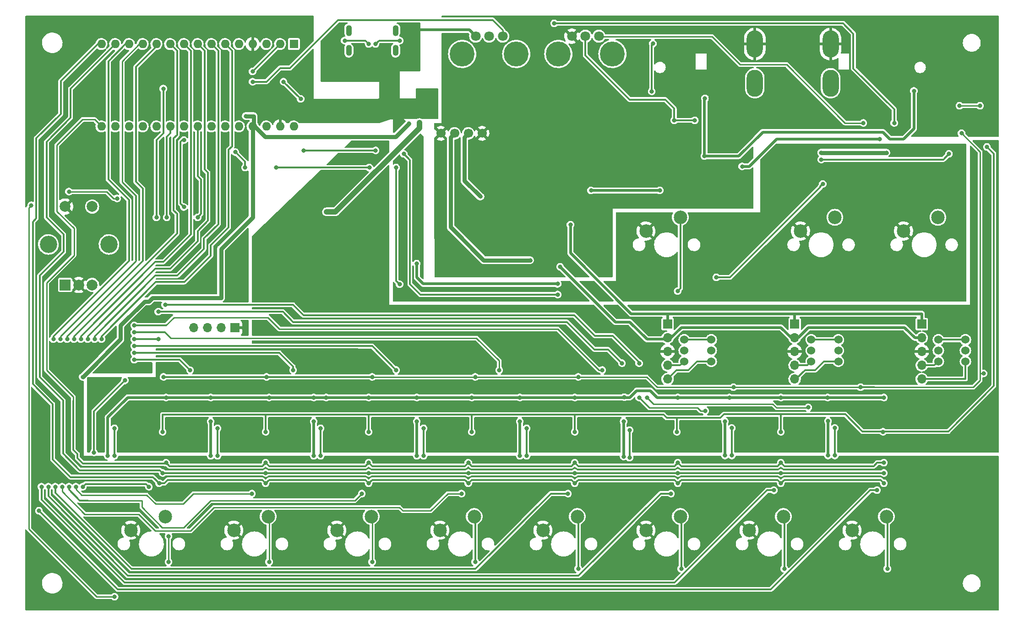
<source format=gbl>
G04 #@! TF.GenerationSoftware,KiCad,Pcbnew,(6.0.1)*
G04 #@! TF.CreationDate,2023-02-26T13:44:49+07:00*
G04 #@! TF.ProjectId,ISD1700 sampler_main board,49534431-3730-4302-9073-616d706c6572,rev?*
G04 #@! TF.SameCoordinates,Original*
G04 #@! TF.FileFunction,Copper,L2,Bot*
G04 #@! TF.FilePolarity,Positive*
%FSLAX46Y46*%
G04 Gerber Fmt 4.6, Leading zero omitted, Abs format (unit mm)*
G04 Created by KiCad (PCBNEW (6.0.1)) date 2023-02-26 13:44:49*
%MOMM*%
%LPD*%
G01*
G04 APERTURE LIST*
G04 #@! TA.AperFunction,ComponentPad*
%ADD10C,2.500000*%
G04 #@! TD*
G04 #@! TA.AperFunction,ComponentPad*
%ADD11C,1.700000*%
G04 #@! TD*
G04 #@! TA.AperFunction,ComponentPad*
%ADD12C,1.524000*%
G04 #@! TD*
G04 #@! TA.AperFunction,ComponentPad*
%ADD13R,1.600000X1.600000*%
G04 #@! TD*
G04 #@! TA.AperFunction,ComponentPad*
%ADD14O,1.600000X1.600000*%
G04 #@! TD*
G04 #@! TA.AperFunction,ComponentPad*
%ADD15R,1.700000X1.700000*%
G04 #@! TD*
G04 #@! TA.AperFunction,ComponentPad*
%ADD16O,1.700000X1.700000*%
G04 #@! TD*
G04 #@! TA.AperFunction,ComponentPad*
%ADD17C,4.600000*%
G04 #@! TD*
G04 #@! TA.AperFunction,ComponentPad*
%ADD18C,1.800000*%
G04 #@! TD*
G04 #@! TA.AperFunction,ComponentPad*
%ADD19R,2.000000X2.000000*%
G04 #@! TD*
G04 #@! TA.AperFunction,ComponentPad*
%ADD20C,2.000000*%
G04 #@! TD*
G04 #@! TA.AperFunction,ComponentPad*
%ADD21C,3.200000*%
G04 #@! TD*
G04 #@! TA.AperFunction,ComponentPad*
%ADD22O,3.000000X5.000000*%
G04 #@! TD*
G04 #@! TA.AperFunction,ComponentPad*
%ADD23O,1.100000X2.000000*%
G04 #@! TD*
G04 #@! TA.AperFunction,ViaPad*
%ADD24C,0.800000*%
G04 #@! TD*
G04 #@! TA.AperFunction,Conductor*
%ADD25C,0.300000*%
G04 #@! TD*
G04 #@! TA.AperFunction,Conductor*
%ADD26C,0.500000*%
G04 #@! TD*
G04 #@! TA.AperFunction,Conductor*
%ADD27C,0.250000*%
G04 #@! TD*
G04 #@! TA.AperFunction,Conductor*
%ADD28C,1.000000*%
G04 #@! TD*
G04 #@! TA.AperFunction,Conductor*
%ADD29C,0.800000*%
G04 #@! TD*
G04 APERTURE END LIST*
D10*
G04 #@! TO.P,SW5,1,1*
G04 #@! TO.N,GNDD*
X118448000Y-129310000D03*
G04 #@! TO.P,SW5,2,2*
G04 #@! TO.N,Net-(R55-Pad1)*
X124798000Y-126770000D03*
G04 #@! TD*
D11*
G04 #@! TO.P,U3,1,GND*
G04 #@! TO.N,GNDA*
X99568000Y-55890000D03*
G04 #@! TO.P,U3,2,Vin*
G04 #@! TO.N,+5VA*
X102108000Y-55890000D03*
G04 #@! TO.P,U3,3,0V*
G04 #@! TO.N,-5VA*
X104648000Y-55890000D03*
G04 #@! TO.P,U3,4,+Vout*
G04 #@! TO.N,GNDA*
X107188000Y-55890000D03*
G04 #@! TD*
D10*
G04 #@! TO.P,SW3,1,1*
G04 #@! TO.N,GNDD*
X80348000Y-129310000D03*
G04 #@! TO.P,SW3,2,2*
G04 #@! TO.N,Net-(R28-Pad1)*
X86698000Y-126770000D03*
G04 #@! TD*
D12*
G04 #@! TO.P,SW14,1,A*
G04 #@! TO.N,Net-(SW14-Pad1)*
X144567000Y-94070000D03*
G04 #@! TO.P,SW14,2,B*
G04 #@! TO.N,Net-(C14-Pad1)*
X144567000Y-96070000D03*
G04 #@! TO.P,SW14,3,C*
G04 #@! TO.N,Net-(J2-Pad4)*
X144567000Y-98070000D03*
G04 #@! TO.P,SW14,4,A*
G04 #@! TO.N,Net-(SW14-Pad1)*
X149567000Y-94070000D03*
G04 #@! TO.P,SW14,5,B*
G04 #@! TO.N,Net-(R13-Pad2)*
X149567000Y-96070000D03*
G04 #@! TO.P,SW14,6,C*
G04 #@! TO.N,Net-(J2-Pad5)*
X149567000Y-98070000D03*
G04 #@! TD*
D10*
G04 #@! TO.P,SW8,1,1*
G04 #@! TO.N,GNDD*
X175598000Y-129310000D03*
G04 #@! TO.P,SW8,2,2*
G04 #@! TO.N,Net-(R22-Pad1)*
X181948000Y-126770000D03*
G04 #@! TD*
G04 #@! TO.P,SW1,1,1*
G04 #@! TO.N,GNDD*
X42248000Y-129310000D03*
G04 #@! TO.P,SW1,2,2*
G04 #@! TO.N,Net-(R26-Pad1)*
X48598000Y-126770000D03*
G04 #@! TD*
G04 #@! TO.P,SW4,1,1*
G04 #@! TO.N,GNDD*
X99398000Y-129310000D03*
G04 #@! TO.P,SW4,2,2*
G04 #@! TO.N,Net-(R29-Pad1)*
X105748000Y-126770000D03*
G04 #@! TD*
D12*
G04 #@! TO.P,SW13,1,A*
G04 #@! TO.N,Net-(SW13-Pad1)*
X168062000Y-94070000D03*
G04 #@! TO.P,SW13,2,B*
G04 #@! TO.N,Net-(C9-Pad1)*
X168062000Y-96070000D03*
G04 #@! TO.P,SW13,3,C*
G04 #@! TO.N,Net-(J6-Pad4)*
X168062000Y-98070000D03*
G04 #@! TO.P,SW13,4,A*
G04 #@! TO.N,Net-(SW13-Pad1)*
X173062000Y-94070000D03*
G04 #@! TO.P,SW13,5,B*
G04 #@! TO.N,Net-(R12-Pad2)*
X173062000Y-96070000D03*
G04 #@! TO.P,SW13,6,C*
G04 #@! TO.N,Net-(J6-Pad5)*
X173062000Y-98070000D03*
G04 #@! TD*
D13*
G04 #@! TO.P,U4,1,D1/TX*
G04 #@! TO.N,unconnected-(U4-Pad1)*
X72390000Y-39355000D03*
D14*
G04 #@! TO.P,U4,2,D0/RX*
G04 #@! TO.N,Net-(U15-Pad11)*
X69850000Y-39355000D03*
G04 #@! TO.P,U4,3,~{RESET}*
G04 #@! TO.N,unconnected-(U4-Pad3)*
X67310000Y-39355000D03*
G04 #@! TO.P,U4,4,GND*
G04 #@! TO.N,GNDD*
X64770000Y-39355000D03*
G04 #@! TO.P,U4,5,D2*
G04 #@! TO.N,Net-(R75-Pad1)*
X62230000Y-39355000D03*
G04 #@! TO.P,U4,6,~D3*
G04 #@! TO.N,/SPI_SS_1*
X59690000Y-39355000D03*
G04 #@! TO.P,U4,7,D4*
G04 #@! TO.N,/SPI_SS_2*
X57150000Y-39355000D03*
G04 #@! TO.P,U4,8,~D5*
G04 #@! TO.N,/SPI_SS_3*
X54610000Y-39355000D03*
G04 #@! TO.P,U4,9,~D6*
G04 #@! TO.N,/SPI_SS_4*
X52070000Y-39355000D03*
G04 #@! TO.P,U4,10,D7*
G04 #@! TO.N,/SPI_SS_5*
X49530000Y-39355000D03*
G04 #@! TO.P,U4,11,D8*
G04 #@! TO.N,/SPI_SS_6*
X46990000Y-39355000D03*
G04 #@! TO.P,U4,12,~D9*
G04 #@! TO.N,/SPI_SS_7*
X44450000Y-39355000D03*
G04 #@! TO.P,U4,13,~D10*
G04 #@! TO.N,/SPI_SS_8*
X41910000Y-39355000D03*
G04 #@! TO.P,U4,14,~D11*
G04 #@! TO.N,/SPI_MOSI*
X39370000Y-39355000D03*
G04 #@! TO.P,U4,15,D12*
G04 #@! TO.N,/SPI_MISO*
X36830000Y-39355000D03*
G04 #@! TO.P,U4,16,D13*
G04 #@! TO.N,/SPI_SCLK*
X36830000Y-54595000D03*
G04 #@! TO.P,U4,17,3V3*
G04 #@! TO.N,+3V3*
X39370000Y-54595000D03*
G04 #@! TO.P,U4,18,AREF*
G04 #@! TO.N,Net-(R59-Pad2)*
X41910000Y-54595000D03*
G04 #@! TO.P,U4,19,A0/D14*
G04 #@! TO.N,Net-(SW15-PadA)*
X44450000Y-54595000D03*
G04 #@! TO.P,U4,20,A1/D15*
G04 #@! TO.N,Net-(SW15-PadB)*
X46990000Y-54595000D03*
G04 #@! TO.P,U4,21,A2/D16*
G04 #@! TO.N,Net-(U15-Pad10)*
X49530000Y-54595000D03*
G04 #@! TO.P,U4,22,A3/D17*
G04 #@! TO.N,Net-(RV2-Pad1)*
X52070000Y-54595000D03*
G04 #@! TO.P,U4,23,A4/D18*
G04 #@! TO.N,Net-(J8-Pad3)*
X54610000Y-54595000D03*
G04 #@! TO.P,U4,24,A5/D19*
G04 #@! TO.N,Net-(J8-Pad4)*
X57150000Y-54595000D03*
G04 #@! TO.P,U4,25,A6/D20*
G04 #@! TO.N,unconnected-(U4-Pad25)*
X59690000Y-54595000D03*
G04 #@! TO.P,U4,26,A7/D21*
G04 #@! TO.N,Net-(C30-Pad1)*
X62230000Y-54595000D03*
G04 #@! TO.P,U4,27,+5V*
G04 #@! TO.N,+5VD*
X64770000Y-54595000D03*
G04 #@! TO.P,U4,28,~{RESET}*
G04 #@! TO.N,unconnected-(U4-Pad28)*
X67310000Y-54595000D03*
G04 #@! TO.P,U4,29,GND*
G04 #@! TO.N,GNDD*
X69850000Y-54595000D03*
G04 #@! TO.P,U4,30,VIN*
G04 #@! TO.N,unconnected-(U4-Pad30)*
X72390000Y-54595000D03*
G04 #@! TD*
D15*
G04 #@! TO.P,J2,1,Pin_1*
G04 #@! TO.N,-3V3*
X141487500Y-91170000D03*
D16*
G04 #@! TO.P,J2,2,Pin_2*
G04 #@! TO.N,+3V0*
X141487500Y-93710000D03*
G04 #@! TO.P,J2,3,Pin_3*
G04 #@! TO.N,GNDA*
X141487500Y-96250000D03*
G04 #@! TO.P,J2,4,Pin_4*
G04 #@! TO.N,Net-(J2-Pad4)*
X141487500Y-98790000D03*
G04 #@! TO.P,J2,5,Pin_5*
G04 #@! TO.N,Net-(J2-Pad5)*
X141487500Y-101330000D03*
G04 #@! TD*
D15*
G04 #@! TO.P,J8,1,Pin_1*
G04 #@! TO.N,GNDD*
X61468000Y-91860000D03*
D16*
G04 #@! TO.P,J8,2,Pin_2*
G04 #@! TO.N,+5VD*
X58928000Y-91860000D03*
G04 #@! TO.P,J8,3,Pin_3*
G04 #@! TO.N,Net-(J8-Pad3)*
X56388000Y-91860000D03*
G04 #@! TO.P,J8,4,Pin_4*
G04 #@! TO.N,Net-(J8-Pad4)*
X53848000Y-91860000D03*
G04 #@! TD*
D17*
G04 #@! TO.P,RV1,*
G04 #@! TO.N,*
X121293000Y-41200000D03*
X131293000Y-41200000D03*
D18*
G04 #@! TO.P,RV1,1,1*
G04 #@! TO.N,/mix_out*
X128793000Y-37900000D03*
G04 #@! TO.P,RV1,2,2*
G04 #@! TO.N,Net-(RV1-Pad2)*
X126293000Y-37900000D03*
G04 #@! TO.P,RV1,3,3*
G04 #@! TO.N,GNDA*
X123793000Y-37900000D03*
G04 #@! TD*
D19*
G04 #@! TO.P,SW15,A,A*
G04 #@! TO.N,Net-(SW15-PadA)*
X30119000Y-83929000D03*
D20*
G04 #@! TO.P,SW15,B,B*
G04 #@! TO.N,Net-(SW15-PadB)*
X35119000Y-83929000D03*
G04 #@! TO.P,SW15,C,C*
G04 #@! TO.N,GNDD*
X32619000Y-83929000D03*
D21*
G04 #@! TO.P,SW15,MP*
G04 #@! TO.N,N/C*
X38219000Y-76429000D03*
X27019000Y-76429000D03*
D20*
G04 #@! TO.P,SW15,S1,S1*
G04 #@! TO.N,Net-(R58-Pad1)*
X35119000Y-69429000D03*
G04 #@! TO.P,SW15,S2,S2*
G04 #@! TO.N,GNDD*
X30119000Y-69429000D03*
G04 #@! TD*
D10*
G04 #@! TO.P,SW7,1,1*
G04 #@! TO.N,GNDD*
X156548000Y-129310000D03*
G04 #@! TO.P,SW7,2,2*
G04 #@! TO.N,Net-(R57-Pad1)*
X162898000Y-126770000D03*
G04 #@! TD*
G04 #@! TO.P,SW9,1,1*
G04 #@! TO.N,GNDD*
X137498000Y-73955000D03*
G04 #@! TO.P,SW9,2,2*
G04 #@! TO.N,Net-(R24-Pad1)*
X143848000Y-71415000D03*
G04 #@! TD*
D15*
G04 #@! TO.P,J1,1,Pin_1*
G04 #@! TO.N,-3V3*
X188477500Y-91170000D03*
D16*
G04 #@! TO.P,J1,2,Pin_2*
G04 #@! TO.N,+3V0*
X188477500Y-93710000D03*
G04 #@! TO.P,J1,3,Pin_3*
G04 #@! TO.N,GNDA*
X188477500Y-96250000D03*
G04 #@! TO.P,J1,4,Pin_4*
G04 #@! TO.N,Net-(J1-Pad4)*
X188477500Y-98790000D03*
G04 #@! TO.P,J1,5,Pin_5*
G04 #@! TO.N,Net-(J1-Pad5)*
X188477500Y-101330000D03*
G04 #@! TD*
D10*
G04 #@! TO.P,SW10,1,1*
G04 #@! TO.N,GNDD*
X166073000Y-73955000D03*
G04 #@! TO.P,SW10,2,2*
G04 #@! TO.N,Net-(R25-Pad1)*
X172423000Y-71415000D03*
G04 #@! TD*
D22*
G04 #@! TO.P,J5,1,In1*
G04 #@! TO.N,/mix_out*
X171625000Y-46615000D03*
G04 #@! TO.P,J5,2,Ext1*
G04 #@! TO.N,GNDA*
X171625000Y-39365000D03*
G04 #@! TO.P,J5,3,In2*
G04 #@! TO.N,/mix_out*
X157625000Y-46615000D03*
G04 #@! TO.P,J5,4,Ext2*
G04 #@! TO.N,GNDA*
X157625000Y-39365000D03*
G04 #@! TD*
D17*
G04 #@! TO.P,RV2,*
G04 #@! TO.N,*
X113513000Y-41200000D03*
X103513000Y-41200000D03*
D18*
G04 #@! TO.P,RV2,1,1*
G04 #@! TO.N,Net-(RV2-Pad1)*
X111013000Y-37900000D03*
G04 #@! TO.P,RV2,2,2*
G04 #@! TO.N,/Beep*
X108513000Y-37900000D03*
G04 #@! TO.P,RV2,3,3*
G04 #@! TO.N,GNDD*
X106013000Y-37900000D03*
G04 #@! TD*
D23*
G04 #@! TO.P,J3,*
G04 #@! TO.N,*
X82568000Y-36860000D03*
X82568000Y-40560000D03*
X91208000Y-40560000D03*
X91208000Y-36860000D03*
G04 #@! TD*
D15*
G04 #@! TO.P,J6,1,Pin_1*
G04 #@! TO.N,-3V3*
X164982500Y-91170000D03*
D16*
G04 #@! TO.P,J6,2,Pin_2*
G04 #@! TO.N,+3V0*
X164982500Y-93710000D03*
G04 #@! TO.P,J6,3,Pin_3*
G04 #@! TO.N,GNDA*
X164982500Y-96250000D03*
G04 #@! TO.P,J6,4,Pin_4*
G04 #@! TO.N,Net-(J6-Pad4)*
X164982500Y-98790000D03*
G04 #@! TO.P,J6,5,Pin_5*
G04 #@! TO.N,Net-(J6-Pad5)*
X164982500Y-101330000D03*
G04 #@! TD*
D10*
G04 #@! TO.P,SW6,1,1*
G04 #@! TO.N,GNDD*
X137498000Y-129310000D03*
G04 #@! TO.P,SW6,2,2*
G04 #@! TO.N,Net-(R56-Pad1)*
X143848000Y-126770000D03*
G04 #@! TD*
G04 #@! TO.P,SW11,1,1*
G04 #@! TO.N,GNDD*
X185123000Y-73955000D03*
G04 #@! TO.P,SW11,2,2*
G04 #@! TO.N,Net-(R23-Pad1)*
X191473000Y-71415000D03*
G04 #@! TD*
D12*
G04 #@! TO.P,SW12,1,A*
G04 #@! TO.N,Net-(SW12-Pad1)*
X191557000Y-94070000D03*
G04 #@! TO.P,SW12,2,B*
G04 #@! TO.N,Net-(C1-Pad1)*
X191557000Y-96070000D03*
G04 #@! TO.P,SW12,3,C*
G04 #@! TO.N,Net-(J1-Pad4)*
X191557000Y-98070000D03*
G04 #@! TO.P,SW12,4,A*
G04 #@! TO.N,Net-(SW12-Pad1)*
X196557000Y-94070000D03*
G04 #@! TO.P,SW12,5,B*
G04 #@! TO.N,Net-(R11-Pad1)*
X196557000Y-96070000D03*
G04 #@! TO.P,SW12,6,C*
G04 #@! TO.N,Net-(J1-Pad5)*
X196557000Y-98070000D03*
G04 #@! TD*
D10*
G04 #@! TO.P,SW2,1,1*
G04 #@! TO.N,GNDD*
X61298000Y-129310000D03*
G04 #@! TO.P,SW2,2,2*
G04 #@! TO.N,Net-(R27-Pad1)*
X67648000Y-126770000D03*
G04 #@! TD*
D24*
G04 #@! TO.N,Net-(U15-Pad11)*
X64770000Y-44435000D03*
X46990000Y-71420000D03*
X48260000Y-47610000D03*
G04 #@! TO.N,GNDD*
X89873000Y-50080000D03*
X39370000Y-58720000D03*
X57150000Y-47290000D03*
X93980000Y-142860000D03*
X41910000Y-58720000D03*
X24638000Y-104125000D03*
X52070000Y-46020000D03*
X143510000Y-123175000D03*
X93683000Y-36745000D03*
X55118000Y-84440000D03*
X166878000Y-121270000D03*
X105410000Y-122540000D03*
X57658000Y-84440000D03*
X200660000Y-132700000D03*
X119253000Y-121270000D03*
X134493000Y-122540000D03*
X54610000Y-46020000D03*
X181610000Y-123175000D03*
X95588000Y-49445000D03*
X81153000Y-121270000D03*
X200660000Y-117460000D03*
X45720000Y-65390000D03*
X153543000Y-122540000D03*
X52304000Y-66904000D03*
X100203000Y-121270000D03*
X89873000Y-52620000D03*
X94488000Y-42530000D03*
X74295000Y-35545000D03*
X43307000Y-121778000D03*
X92583000Y-80630000D03*
X31369000Y-115428000D03*
X79248000Y-42530000D03*
X170053000Y-116190000D03*
X128778000Y-121270000D03*
X88603000Y-52620000D03*
X170815000Y-142860000D03*
X55753000Y-116190000D03*
X119888000Y-116190000D03*
X36703000Y-115936000D03*
X58293000Y-121270000D03*
X96393000Y-122540000D03*
X189230000Y-132065000D03*
X172593000Y-122540000D03*
X138303000Y-121270000D03*
X43307000Y-115936000D03*
X25400000Y-46340000D03*
X50800000Y-75865000D03*
X157353000Y-116190000D03*
X92583000Y-66660000D03*
X35433000Y-127620000D03*
X59690000Y-47290000D03*
X151003000Y-116190000D03*
X93853000Y-116190000D03*
X39370000Y-46975000D03*
X37338000Y-99045000D03*
X128333000Y-84720000D03*
X71628000Y-121270000D03*
X30988000Y-133970000D03*
X54610000Y-142860000D03*
X32893000Y-141590000D03*
X35560000Y-48880000D03*
X176403000Y-121270000D03*
X64643000Y-116190000D03*
X112903000Y-116190000D03*
X83058000Y-45070000D03*
X133350000Y-71740000D03*
X131953000Y-116190000D03*
X95588000Y-48175000D03*
X24638000Y-133970000D03*
X95588000Y-50715000D03*
X52578000Y-84440000D03*
X96858000Y-48175000D03*
X90678000Y-121270000D03*
X74803000Y-116190000D03*
X48133000Y-84440000D03*
X81153000Y-45070000D03*
X32385000Y-44435000D03*
X62103000Y-121270000D03*
X35433000Y-125080000D03*
X26035000Y-73325000D03*
X41910000Y-46975000D03*
X96858000Y-50715000D03*
X79248000Y-45070000D03*
X95885000Y-59675000D03*
X24130000Y-141590000D03*
X24638000Y-118095000D03*
X147828000Y-121270000D03*
X31623000Y-102220000D03*
X124460000Y-122540000D03*
X162560000Y-123175000D03*
X61468000Y-84440000D03*
X109728000Y-121270000D03*
X189230000Y-117460000D03*
X57023000Y-61580000D03*
X31750000Y-118410000D03*
X96858000Y-49445000D03*
X79375000Y-38085000D03*
X29845000Y-88250000D03*
X37465000Y-71740000D03*
X39243000Y-121778000D03*
X53213000Y-121270000D03*
X139700000Y-81265000D03*
X28448000Y-71740000D03*
X45593000Y-115936000D03*
X83693000Y-116190000D03*
X54209000Y-66904000D03*
X47498000Y-122540000D03*
X115443000Y-122540000D03*
X179705000Y-81265000D03*
X53340000Y-75865000D03*
X89873000Y-51350000D03*
X88603000Y-50080000D03*
X52705000Y-81580000D03*
X84963000Y-45070000D03*
X157353000Y-121270000D03*
X34925000Y-35545000D03*
X45720000Y-46975000D03*
X88603000Y-51350000D03*
X157480000Y-81265000D03*
G04 #@! TO.N,/SPI_MISO*
X181483000Y-120635000D03*
X162433000Y-120635000D03*
X47498000Y-120635000D03*
X86233000Y-120635000D03*
X143383000Y-120635000D03*
X124333000Y-120635000D03*
X104648000Y-120635000D03*
X67183000Y-120635000D03*
G04 #@! TO.N,/SPI_MOSI*
X86233000Y-118730000D03*
X48133000Y-118730000D03*
X143383000Y-118730000D03*
X67183000Y-118730000D03*
X124333000Y-118730000D03*
X104648000Y-118730000D03*
X181483000Y-118730000D03*
X162433000Y-118730000D03*
G04 #@! TO.N,/SPI_SCLK*
X181483000Y-116825000D03*
X162433000Y-116825000D03*
X67183000Y-116825000D03*
X124333000Y-116825000D03*
X143383000Y-116825000D03*
X48768000Y-116825000D03*
X86233000Y-116825000D03*
X104648000Y-116825000D03*
G04 #@! TO.N,/SPI_SS_8*
X27940000Y-93965000D03*
X25273000Y-125715000D03*
X180213000Y-121905000D03*
G04 #@! TO.N,/Analog_In*
X67183000Y-111110000D03*
X105283000Y-111110000D03*
X124333000Y-111110000D03*
X200533000Y-58405000D03*
X48133000Y-111110000D03*
X86233000Y-111110000D03*
X162433000Y-111110000D03*
X143213000Y-111110000D03*
X181313000Y-111110000D03*
G04 #@! TO.N,/SPI_SS_5*
X123063000Y-122540000D03*
X31750000Y-93965000D03*
X28278000Y-121270000D03*
G04 #@! TO.N,/SPI_SS_1*
X33358000Y-121270000D03*
X36830000Y-93965000D03*
X45593000Y-121270000D03*
G04 #@! TO.N,/SPI_SS_4*
X103378000Y-122540000D03*
X33020000Y-93965000D03*
X29548000Y-121270000D03*
G04 #@! TO.N,/SPI_SS_7*
X161163000Y-121920000D03*
X25738000Y-121270000D03*
X29210000Y-93965000D03*
G04 #@! TO.N,/SPI_SS_3*
X34290000Y-93965000D03*
X84963000Y-122540000D03*
X30818000Y-121270000D03*
G04 #@! TO.N,/SPI_SS_6*
X142113000Y-122540000D03*
X27008000Y-121270000D03*
X30480000Y-93965000D03*
G04 #@! TO.N,Net-(J8-Pad3)*
X54610000Y-71420000D03*
G04 #@! TO.N,Net-(J8-Pad4)*
X52070000Y-57135000D03*
X52070000Y-69515000D03*
G04 #@! TO.N,/SPI_SS_2*
X35560000Y-93965000D03*
X32088000Y-121270000D03*
X64643000Y-122540000D03*
G04 #@! TO.N,Net-(R29-Pad1)*
X105918000Y-135170000D03*
G04 #@! TO.N,Net-(R24-Pad1)*
X143354000Y-85075000D03*
G04 #@! TO.N,Net-(R28-Pad1)*
X86868000Y-135170000D03*
G04 #@! TO.N,Net-(R1-Pad1)*
X199263000Y-50785000D03*
X195453000Y-50785000D03*
G04 #@! TO.N,/mix_out*
X177673000Y-53960000D03*
G04 #@! TO.N,Net-(R26-Pad1)*
X49233000Y-135170000D03*
X49233000Y-130428000D03*
G04 #@! TO.N,Net-(U15-Pad10)*
X48895000Y-71420000D03*
G04 #@! TO.N,Net-(R27-Pad1)*
X67818000Y-135170000D03*
G04 #@! TO.N,Net-(RV2-Pad1)*
X64770000Y-46340000D03*
G04 #@! TO.N,Net-(C30-Pad1)*
X30818000Y-66660000D03*
X39258000Y-141605000D03*
X39708000Y-67930000D03*
X86360000Y-62215000D03*
X23833000Y-69200000D03*
X69088000Y-62215000D03*
X91948000Y-83805000D03*
X63373000Y-62215000D03*
X61595000Y-59355000D03*
X91313000Y-62215000D03*
G04 #@! TO.N,Net-(RV1-Pad2)*
X146531000Y-53466000D03*
X142721000Y-53466000D03*
G04 #@! TO.N,Net-(J3-Pad3)*
X81788000Y-38720000D03*
X86233000Y-39355000D03*
G04 #@! TO.N,Net-(J3-Pad4)*
X87503000Y-39355000D03*
X91948000Y-38720000D03*
G04 #@! TO.N,Net-(R57-Pad1)*
X163068000Y-136440000D03*
G04 #@! TO.N,Net-(R56-Pad1)*
X144018000Y-136440000D03*
G04 #@! TO.N,Net-(R55-Pad1)*
X124968000Y-136440000D03*
G04 #@! TO.N,GNDA*
X181610000Y-97775000D03*
X68453000Y-92695000D03*
X100965000Y-45070000D03*
X114808000Y-102220000D03*
X99695000Y-60310000D03*
X124333000Y-97140000D03*
X35433000Y-102220000D03*
X87630000Y-85710000D03*
X64643000Y-113015000D03*
X158115000Y-97775000D03*
X100965000Y-38085000D03*
X200025000Y-111745000D03*
X36703000Y-108570000D03*
X173228000Y-90790000D03*
X102743000Y-113015000D03*
X149733000Y-90790000D03*
X130175000Y-76185000D03*
X114808000Y-97140000D03*
X191643000Y-100315000D03*
X197993000Y-78090000D03*
X95123000Y-97140000D03*
X55753000Y-98410000D03*
X86233000Y-97140000D03*
X197993000Y-60945000D03*
X178943000Y-113015000D03*
X74803000Y-97140000D03*
X200533000Y-60945000D03*
X83693000Y-113015000D03*
X86995000Y-60945000D03*
X183388000Y-55865000D03*
X88265000Y-67295000D03*
X132588000Y-89520000D03*
X74930000Y-67295000D03*
X66675000Y-75550000D03*
X121793000Y-113015000D03*
X200533000Y-78090000D03*
X189865000Y-107300000D03*
X105918000Y-97140000D03*
X68453000Y-98410000D03*
X117475000Y-39990000D03*
X150368000Y-107300000D03*
X130175000Y-53325000D03*
X100965000Y-80630000D03*
X107315000Y-60310000D03*
X116840000Y-53325000D03*
X159893000Y-113015000D03*
X45593000Y-113015000D03*
X200660000Y-93965000D03*
X51308000Y-102220000D03*
X80518000Y-60945000D03*
X70358000Y-90790000D03*
X128270000Y-90155000D03*
X72263000Y-89520000D03*
X140843000Y-113015000D03*
G04 #@! TO.N,Net-(R33-Pad2)*
X138557000Y-48118000D03*
X138768000Y-39285000D03*
G04 #@! TO.N,+5VA*
X114173000Y-115555000D03*
X57023000Y-109205000D03*
X133477000Y-104690000D03*
X95123000Y-104760000D03*
X95123000Y-115555000D03*
X162433000Y-104760000D03*
X95588000Y-53890000D03*
X152103000Y-109205000D03*
X133363000Y-115682000D03*
X48768000Y-104760000D03*
X57023000Y-104760000D03*
X133363000Y-109192000D03*
X76073000Y-104760000D03*
X116078000Y-79360000D03*
X152103000Y-115485000D03*
X171153000Y-115485000D03*
X171083000Y-104760000D03*
X95123000Y-109205000D03*
X105283000Y-104760000D03*
X171153000Y-109135000D03*
X76073000Y-109205000D03*
X143383000Y-104760000D03*
X124333000Y-104760000D03*
X114173000Y-109205000D03*
X114173000Y-104760000D03*
X76073000Y-115555000D03*
X152908000Y-104760000D03*
X78443000Y-70400000D03*
X37973000Y-115555000D03*
X67818000Y-104760000D03*
X57023000Y-115555000D03*
X181483000Y-104760000D03*
X86233000Y-104760000D03*
X78373000Y-104760000D03*
G04 #@! TO.N,-5VA*
X106913500Y-67569500D03*
G04 #@! TO.N,Net-(R12-Pad1)*
X183388000Y-53960000D03*
X67325000Y-100950000D03*
X124968000Y-100950000D03*
X86868000Y-100950000D03*
X153670000Y-102855000D03*
X105918000Y-100950000D03*
X195836000Y-55865000D03*
X199898000Y-100315000D03*
X48294000Y-100950000D03*
X120523000Y-35545000D03*
X177165000Y-102855000D03*
G04 #@! TO.N,Net-(R74-Pad2)*
X39243000Y-110475000D03*
X39243000Y-115555000D03*
G04 #@! TO.N,Net-(D9-Pad4)*
X170180000Y-65263000D03*
X70485000Y-46340000D03*
X121158000Y-85710000D03*
X73660000Y-49515000D03*
X87503000Y-59040000D03*
X150495000Y-82535000D03*
X74168000Y-59040000D03*
X92710000Y-59675000D03*
G04 #@! TO.N,+3V0*
X121623000Y-80560000D03*
X155278000Y-62000000D03*
X180678000Y-56920000D03*
G04 #@! TO.N,+5VD*
X121158000Y-83735000D03*
X58928000Y-86345000D03*
X95123000Y-79995000D03*
X181948000Y-59460000D03*
X169883000Y-59460000D03*
X33358000Y-100950000D03*
X93683000Y-54040000D03*
X63500000Y-52690000D03*
X45593000Y-86980000D03*
G04 #@! TO.N,-3V3*
X123528000Y-72795000D03*
X148293000Y-60095000D03*
X148403000Y-49410000D03*
X127338000Y-66445000D03*
X187028000Y-48030000D03*
X140038000Y-66445000D03*
G04 #@! TO.N,Net-(R54-Pad2)*
X172423000Y-115485000D03*
X172423000Y-110405000D03*
G04 #@! TO.N,Net-(R66-Pad2)*
X115443000Y-115555000D03*
X115443000Y-110475000D03*
G04 #@! TO.N,Net-(R68-Pad2)*
X96393000Y-110475000D03*
X96393000Y-115555000D03*
G04 #@! TO.N,Net-(R70-Pad2)*
X77343000Y-110475000D03*
X77343000Y-115555000D03*
G04 #@! TO.N,Net-(R72-Pad2)*
X58293000Y-110475000D03*
X58293000Y-115555000D03*
G04 #@! TO.N,/AnalogSW_4*
X42883000Y-95235000D03*
X91313000Y-99680000D03*
G04 #@! TO.N,/AnalogSW_5*
X110363000Y-99680000D03*
X42883000Y-92695000D03*
G04 #@! TO.N,/AnalogSW_6*
X42883000Y-91425000D03*
X129413000Y-99680000D03*
G04 #@! TO.N,/AnalogSW_8*
X137668000Y-104760000D03*
X136228000Y-98410000D03*
X48598000Y-87615000D03*
X167513000Y-106595000D03*
G04 #@! TO.N,/AnalogSW_7*
X47328000Y-88885000D03*
X133053000Y-98410000D03*
X42883000Y-93965000D03*
X47328000Y-93965000D03*
X148463000Y-107230000D03*
X136228000Y-104760000D03*
G04 #@! TO.N,/AnalogSW_1*
X35433000Y-114920000D03*
X41155500Y-101592500D03*
G04 #@! TO.N,/AnalogSW_3*
X42883000Y-96505000D03*
X72263000Y-99680000D03*
G04 #@! TO.N,/AnalogSW_2*
X53213000Y-99695000D03*
X42883000Y-97775000D03*
G04 #@! TO.N,Net-(D10-Pad4)*
X193519000Y-59675000D03*
X169883000Y-60730000D03*
G04 #@! TO.N,Net-(R62-Pad2)*
X153373000Y-115485000D03*
X153373000Y-110405000D03*
G04 #@! TO.N,Net-(R64-Pad2)*
X134450000Y-115866000D03*
X134450000Y-110786000D03*
G04 #@! TO.N,Net-(R22-Pad1)*
X182118000Y-136440000D03*
G04 #@! TD*
D25*
G04 #@! TO.N,Net-(U15-Pad11)*
X46990000Y-71420000D02*
X46990000Y-57135000D01*
X48260000Y-55865000D02*
X48260000Y-47610000D01*
X46990000Y-57135000D02*
X48260000Y-55865000D01*
X64770000Y-44435000D02*
X69850000Y-39355000D01*
D26*
G04 #@! TO.N,GNDD*
X106013000Y-37900000D02*
X104858000Y-36745000D01*
X104858000Y-36745000D02*
X93683000Y-36745000D01*
D25*
G04 #@! TO.N,/SPI_MISO*
X29310000Y-52270000D02*
X29310000Y-46240000D01*
X142748000Y-120000000D02*
X143383000Y-120635000D01*
X180848000Y-120000000D02*
X181483000Y-120635000D01*
X144018000Y-120000000D02*
X161798000Y-120000000D01*
X104013000Y-120000000D02*
X104648000Y-120635000D01*
X47498000Y-120635000D02*
X46355000Y-119492000D01*
X124968000Y-120000000D02*
X142748000Y-120000000D01*
X163068000Y-120000000D02*
X180848000Y-120000000D01*
X24130000Y-102291000D02*
X24130000Y-72248000D01*
X105283000Y-120000000D02*
X123698000Y-120000000D01*
X86868000Y-120000000D02*
X104013000Y-120000000D01*
X24130000Y-72248000D02*
X24765000Y-71613000D01*
X85598000Y-120000000D02*
X86233000Y-120635000D01*
X86233000Y-120635000D02*
X86868000Y-120000000D01*
X162433000Y-120635000D02*
X163068000Y-120000000D01*
X46355000Y-119492000D02*
X31115000Y-119492000D01*
X48450500Y-120635000D02*
X49085500Y-120000000D01*
X27813000Y-105974000D02*
X24130000Y-102291000D01*
X31115000Y-119492000D02*
X27813000Y-116190000D01*
X24765000Y-56815000D02*
X29310000Y-52270000D01*
X67818000Y-120000000D02*
X85598000Y-120000000D01*
X24765000Y-71613000D02*
X24765000Y-56815000D01*
X66548000Y-120000000D02*
X67183000Y-120635000D01*
X29310000Y-46240000D02*
X36195000Y-39355000D01*
X161798000Y-120000000D02*
X162433000Y-120635000D01*
X49085500Y-120000000D02*
X66548000Y-120000000D01*
X124333000Y-120635000D02*
X124968000Y-120000000D01*
X27813000Y-116190000D02*
X27813000Y-105974000D01*
X36195000Y-39355000D02*
X36830000Y-39355000D01*
X47498000Y-120635000D02*
X48450500Y-120635000D01*
X143383000Y-120635000D02*
X144018000Y-120000000D01*
X104648000Y-120635000D02*
X105283000Y-120000000D01*
X67183000Y-120635000D02*
X67818000Y-120000000D01*
X123698000Y-120000000D02*
X124333000Y-120635000D01*
G04 #@! TO.N,/SPI_MOSI*
X48133000Y-118730000D02*
X47625000Y-118222000D01*
X26670000Y-71420000D02*
X26670000Y-57450000D01*
X25400000Y-82215000D02*
X29845000Y-77770000D01*
X48133000Y-118730000D02*
X67183000Y-118730000D01*
X29718000Y-105283000D02*
X25400000Y-100965000D01*
X29845000Y-74595000D02*
X26670000Y-71420000D01*
X29718000Y-115108000D02*
X29718000Y-105283000D01*
X25400000Y-100965000D02*
X25400000Y-82215000D01*
X162433000Y-118730000D02*
X181483000Y-118730000D01*
X31115000Y-47610000D02*
X39370000Y-39355000D01*
X31115000Y-53005000D02*
X31115000Y-47610000D01*
X32832000Y-118222000D02*
X29718000Y-115108000D01*
X143383000Y-118730000D02*
X162433000Y-118730000D01*
X124333000Y-118730000D02*
X143383000Y-118730000D01*
X67183000Y-118730000D02*
X86233000Y-118730000D01*
X86233000Y-118730000D02*
X104648000Y-118730000D01*
X26670000Y-57450000D02*
X31115000Y-53005000D01*
X47625000Y-118222000D02*
X32832000Y-118222000D01*
X104648000Y-118730000D02*
X124333000Y-118730000D01*
X29845000Y-77770000D02*
X29845000Y-74595000D01*
G04 #@! TO.N,/SPI_SCLK*
X67183000Y-116825000D02*
X67818000Y-117460000D01*
X67818000Y-117460000D02*
X85598000Y-117460000D01*
D27*
X26670000Y-83506500D02*
X31750000Y-78426500D01*
X31623000Y-104648000D02*
X26670000Y-99695000D01*
D25*
X163068000Y-117460000D02*
X179578000Y-117460000D01*
X105283000Y-117460000D02*
X123698000Y-117460000D01*
X86868000Y-117460000D02*
X86233000Y-116825000D01*
X104013000Y-117460000D02*
X86868000Y-117460000D01*
X85598000Y-117460000D02*
X86233000Y-116825000D01*
X142748000Y-117460000D02*
X143383000Y-116825000D01*
X33401000Y-116952000D02*
X32385000Y-115936000D01*
D27*
X31750000Y-78426500D02*
X31750000Y-73492500D01*
X31623000Y-105395000D02*
X31623000Y-104648000D01*
D25*
X31623000Y-114473000D02*
X31623000Y-105395000D01*
X66548000Y-117460000D02*
X67183000Y-116825000D01*
X162433000Y-116825000D02*
X161798000Y-117460000D01*
X48641000Y-116952000D02*
X33401000Y-116952000D01*
X180213000Y-116825000D02*
X181483000Y-116825000D01*
X32385000Y-115936000D02*
X32385000Y-115235000D01*
X32385000Y-115235000D02*
X31623000Y-114473000D01*
D27*
X33335000Y-53325000D02*
X35560000Y-53325000D01*
D25*
X161798000Y-117460000D02*
X144018000Y-117460000D01*
X104648000Y-116825000D02*
X104013000Y-117460000D01*
X104648000Y-116825000D02*
X105283000Y-117460000D01*
X48768000Y-116825000D02*
X48641000Y-116952000D01*
D27*
X26670000Y-99695000D02*
X26670000Y-83506500D01*
D25*
X48768000Y-116825000D02*
X49403000Y-117460000D01*
D27*
X35560000Y-53325000D02*
X36830000Y-54595000D01*
D25*
X124333000Y-116825000D02*
X124968000Y-117460000D01*
D27*
X31750000Y-73492500D02*
X28575000Y-70317500D01*
D25*
X179578000Y-117460000D02*
X180213000Y-116825000D01*
D27*
X28575000Y-70317500D02*
X28575000Y-58085000D01*
D25*
X144018000Y-117460000D02*
X143383000Y-116825000D01*
X124968000Y-117460000D02*
X142748000Y-117460000D01*
X49403000Y-117460000D02*
X66548000Y-117460000D01*
X162433000Y-116825000D02*
X163068000Y-117460000D01*
X123698000Y-117460000D02*
X124333000Y-116825000D01*
D27*
X28575000Y-58085000D02*
X33335000Y-53325000D01*
D25*
G04 #@! TO.N,/SPI_SS_8*
X41910000Y-79483000D02*
X41910000Y-68245000D01*
X41910000Y-68245000D02*
X38100000Y-64435000D01*
X41275000Y-39355000D02*
X41910000Y-39355000D01*
X38100000Y-64435000D02*
X38100000Y-42530000D01*
X27940000Y-93453000D02*
X41910000Y-79483000D01*
X38100000Y-42530000D02*
X41275000Y-39355000D01*
X160598000Y-140250000D02*
X178943000Y-121905000D01*
X39808000Y-140250000D02*
X160598000Y-140250000D01*
X25273000Y-125715000D02*
X39808000Y-140250000D01*
X27940000Y-93965000D02*
X27940000Y-93453000D01*
X178943000Y-121905000D02*
X180213000Y-121905000D01*
G04 #@! TO.N,/Analog_In*
X124333000Y-107935000D02*
X140743000Y-107935000D01*
X86233000Y-107935000D02*
X72898000Y-107935000D01*
X200533000Y-58405000D02*
X201803000Y-59675000D01*
X124333000Y-107935000D02*
X105283000Y-107935000D01*
X67183000Y-111110000D02*
X67183000Y-107935000D01*
X201803000Y-59675000D02*
X201803000Y-102615000D01*
X143213000Y-111110000D02*
X143213000Y-108500000D01*
X151905500Y-107865000D02*
X161628000Y-107865000D01*
X143213000Y-108500000D02*
X151270500Y-108500000D01*
X201803000Y-102615000D02*
X193378000Y-111040000D01*
X48133000Y-107935000D02*
X72898000Y-107935000D01*
X140743000Y-107935000D02*
X141308000Y-108500000D01*
X124333000Y-111110000D02*
X124333000Y-107935000D01*
X174328000Y-107865000D02*
X177503000Y-111040000D01*
X162433000Y-107985000D02*
X162433000Y-111110000D01*
X67183000Y-107935000D02*
X72898000Y-107935000D01*
X48133000Y-111110000D02*
X48133000Y-107935000D01*
X161628000Y-107865000D02*
X174328000Y-107865000D01*
X162383000Y-107935000D02*
X162433000Y-107985000D01*
X141308000Y-108500000D02*
X143213000Y-108500000D01*
X177503000Y-111040000D02*
X181313000Y-111040000D01*
X181313000Y-111040000D02*
X181313000Y-111110000D01*
X193378000Y-111040000D02*
X181313000Y-111040000D01*
X105283000Y-107935000D02*
X86233000Y-107935000D01*
X151270500Y-108500000D02*
X151905500Y-107865000D01*
X105283000Y-111110000D02*
X105283000Y-107935000D01*
X86233000Y-111110000D02*
X86233000Y-107935000D01*
G04 #@! TO.N,/SPI_SS_5*
X50800000Y-70785000D02*
X50165000Y-70150000D01*
X50800000Y-40625000D02*
X49530000Y-39355000D01*
X50800000Y-56180000D02*
X50800000Y-40625000D01*
X50165000Y-70150000D02*
X50165000Y-56815000D01*
X50800000Y-74403000D02*
X50800000Y-70785000D01*
X28278000Y-122370000D02*
X28278000Y-121270000D01*
X50165000Y-56815000D02*
X50800000Y-56180000D01*
X105988000Y-136440000D02*
X42348000Y-136440000D01*
X119888000Y-122540000D02*
X105988000Y-136440000D01*
X123063000Y-122540000D02*
X119888000Y-122540000D01*
X31750000Y-93453000D02*
X50800000Y-74403000D01*
X42348000Y-136440000D02*
X28278000Y-122370000D01*
X31750000Y-93965000D02*
X31750000Y-93453000D01*
G04 #@! TO.N,/SPI_SS_1*
X46894000Y-83389000D02*
X52166000Y-83389000D01*
X60325000Y-73325000D02*
X60325000Y-58913000D01*
X33866000Y-120762000D02*
X33358000Y-121270000D01*
X52166000Y-83389000D02*
X57054000Y-78501000D01*
X60960000Y-58278000D02*
X60960000Y-40625000D01*
X45593000Y-121270000D02*
X45085000Y-120762000D01*
X60960000Y-40625000D02*
X59690000Y-39355000D01*
X45085000Y-120762000D02*
X33866000Y-120762000D01*
X57054000Y-78501000D02*
X57054000Y-76596000D01*
X57054000Y-76596000D02*
X60325000Y-73325000D01*
X36830000Y-93965000D02*
X36830000Y-93453000D01*
X36830000Y-93453000D02*
X46894000Y-83389000D01*
X60325000Y-58913000D02*
X60960000Y-58278000D01*
D27*
G04 #@! TO.N,/SPI_SS_4*
X97663000Y-125715000D02*
X92553000Y-125715000D01*
X33760500Y-126350000D02*
X29548000Y-122137500D01*
X100838000Y-122540000D02*
X97663000Y-125715000D01*
X46793000Y-129455000D02*
X43688000Y-126350000D01*
X29548000Y-122137500D02*
X29548000Y-121270000D01*
D25*
X53340000Y-74595000D02*
X53340000Y-40625000D01*
X33020000Y-93453000D02*
X46798000Y-79675000D01*
D27*
X103378000Y-122540000D02*
X100838000Y-122540000D01*
X43688000Y-126350000D02*
X33760500Y-126350000D01*
D25*
X48260000Y-79675000D02*
X53340000Y-74595000D01*
D27*
X57643000Y-125095000D02*
X53283000Y-129455000D01*
X91933000Y-125095000D02*
X57643000Y-125095000D01*
D25*
X53340000Y-40625000D02*
X52070000Y-39355000D01*
D27*
X53283000Y-129455000D02*
X46793000Y-129455000D01*
D25*
X33020000Y-93965000D02*
X33020000Y-93453000D01*
D27*
X92553000Y-125715000D02*
X91933000Y-125095000D01*
D25*
X46798000Y-79675000D02*
X48260000Y-79675000D01*
D27*
G04 #@! TO.N,/SPI_SS_7*
X29210000Y-93426000D02*
X29210000Y-93965000D01*
D25*
X41078000Y-138980000D02*
X25738000Y-123640000D01*
X142818000Y-138980000D02*
X41078000Y-138980000D01*
D27*
X43180000Y-79290000D02*
X43180000Y-79456000D01*
D25*
X25738000Y-123640000D02*
X25738000Y-121270000D01*
D27*
X43180000Y-67428000D02*
X40640000Y-64888000D01*
D25*
X43180000Y-79290000D02*
X43180000Y-67428000D01*
D27*
X43815000Y-39355000D02*
X44450000Y-39355000D01*
X40640000Y-64888000D02*
X40640000Y-42530000D01*
D25*
X159878000Y-121920000D02*
X142818000Y-138980000D01*
X161163000Y-121920000D02*
X159878000Y-121920000D01*
D27*
X43180000Y-79456000D02*
X29210000Y-93426000D01*
X40640000Y-42530000D02*
X43815000Y-39355000D01*
D25*
G04 #@! TO.N,/SPI_SS_3*
X54610000Y-73960000D02*
X56515000Y-72055000D01*
X34290000Y-93965000D02*
X34290000Y-93453000D01*
X32823000Y-123825000D02*
X34290000Y-123825000D01*
D27*
X57008000Y-123825000D02*
X52013000Y-128820000D01*
D25*
X30818000Y-121270000D02*
X30818000Y-121820000D01*
D27*
X84963000Y-122540000D02*
X83678000Y-123825000D01*
D25*
X30818000Y-121820000D02*
X32823000Y-123825000D01*
X49530000Y-80945000D02*
X54610000Y-75865000D01*
X56515000Y-63165000D02*
X55880000Y-62530000D01*
D27*
X44308000Y-123825000D02*
X34290000Y-123825000D01*
X83678000Y-123825000D02*
X57008000Y-123825000D01*
D25*
X54610000Y-75865000D02*
X54610000Y-73960000D01*
X56515000Y-72055000D02*
X56515000Y-63165000D01*
X55880000Y-40625000D02*
X54610000Y-39355000D01*
X34290000Y-93453000D02*
X46798000Y-80945000D01*
D27*
X44308000Y-125065000D02*
X44308000Y-123825000D01*
X48063000Y-128820000D02*
X44308000Y-125065000D01*
D25*
X46798000Y-80945000D02*
X49530000Y-80945000D01*
D27*
X52013000Y-128820000D02*
X48063000Y-128820000D01*
D25*
X55880000Y-62530000D02*
X55880000Y-40625000D01*
G04 #@! TO.N,/SPI_SS_6*
X41713000Y-137710000D02*
X27008000Y-123005000D01*
X30480000Y-93965000D02*
X30480000Y-93453000D01*
X140208000Y-122540000D02*
X125038000Y-137710000D01*
X46990000Y-39791875D02*
X46990000Y-39355000D01*
X44450000Y-66105000D02*
X43180000Y-64835000D01*
X30480000Y-93453000D02*
X44450000Y-79483000D01*
X142113000Y-122540000D02*
X140208000Y-122540000D01*
X43180000Y-43601875D02*
X46990000Y-39791875D01*
X125038000Y-137710000D02*
X41713000Y-137710000D01*
X44450000Y-79483000D02*
X44450000Y-66105000D01*
X27008000Y-123005000D02*
X27008000Y-121270000D01*
X43180000Y-64835000D02*
X43180000Y-43601875D01*
G04 #@! TO.N,Net-(J8-Pad3)*
X55245000Y-70785000D02*
X55245000Y-64435000D01*
X55245000Y-64435000D02*
X54610000Y-63800000D01*
X54610000Y-71420000D02*
X55245000Y-70785000D01*
X54610000Y-63800000D02*
X54610000Y-54595000D01*
G04 #@! TO.N,Net-(J8-Pad4)*
X51435000Y-68880000D02*
X52070000Y-69515000D01*
X51435000Y-57450000D02*
X51435000Y-68880000D01*
X51750000Y-57135000D02*
X51435000Y-57450000D01*
X52070000Y-57135000D02*
X51750000Y-57135000D01*
G04 #@! TO.N,/SPI_SS_2*
X55784000Y-75326000D02*
X58420000Y-72690000D01*
D27*
X64628000Y-122555000D02*
X53833000Y-122555000D01*
D25*
X55784000Y-77231000D02*
X55784000Y-75326000D01*
D27*
X53833000Y-122555000D02*
X51943000Y-124445000D01*
D25*
X46798000Y-82215000D02*
X50800000Y-82215000D01*
D27*
X51943000Y-124445000D02*
X46833000Y-124445000D01*
X64643000Y-122540000D02*
X64628000Y-122555000D01*
D25*
X35560000Y-93965000D02*
X35560000Y-93453000D01*
X35560000Y-93453000D02*
X46798000Y-82215000D01*
D27*
X32088000Y-121735000D02*
X32088000Y-121270000D01*
X33147000Y-122794000D02*
X32088000Y-121735000D01*
D25*
X50800000Y-82215000D02*
X55784000Y-77231000D01*
X58420000Y-72690000D02*
X58420000Y-40625000D01*
D27*
X45182000Y-122794000D02*
X33147000Y-122794000D01*
X46833000Y-124445000D02*
X45182000Y-122794000D01*
D25*
X58420000Y-40625000D02*
X57150000Y-39355000D01*
G04 #@! TO.N,Net-(R29-Pad1)*
X105918000Y-126940000D02*
X105748000Y-126770000D01*
X105918000Y-135170000D02*
X105918000Y-126940000D01*
G04 #@! TO.N,Net-(R24-Pad1)*
X143848000Y-71415000D02*
X143848000Y-84581000D01*
X143848000Y-84581000D02*
X143354000Y-85075000D01*
D27*
G04 #@! TO.N,Net-(R28-Pad1)*
X86868000Y-126940000D02*
X86868000Y-135170000D01*
G04 #@! TO.N,Net-(R1-Pad1)*
X195453000Y-50785000D02*
X199263000Y-50785000D01*
G04 #@! TO.N,/mix_out*
X149743000Y-38015000D02*
X128908000Y-38015000D01*
X163515000Y-43165000D02*
X154893000Y-43165000D01*
X128908000Y-38015000D02*
X128793000Y-37900000D01*
X177673000Y-53960000D02*
X174310000Y-53960000D01*
X154893000Y-43165000D02*
X149743000Y-38015000D01*
X174310000Y-53960000D02*
X163515000Y-43165000D01*
G04 #@! TO.N,Net-(R26-Pad1)*
X49233000Y-130428000D02*
X49233000Y-135170000D01*
D25*
G04 #@! TO.N,Net-(U15-Pad10)*
X48895000Y-71420000D02*
X48895000Y-56500000D01*
X49530000Y-55865000D02*
X49530000Y-54595000D01*
X48895000Y-56500000D02*
X49530000Y-55865000D01*
G04 #@! TO.N,Net-(J2-Pad4)*
X143847000Y-98790000D02*
X141487500Y-98790000D01*
X144567000Y-98070000D02*
X143847000Y-98790000D01*
D27*
G04 #@! TO.N,Net-(R27-Pad1)*
X67818000Y-126940000D02*
X67818000Y-135170000D01*
D25*
G04 #@! TO.N,Net-(RV2-Pad1)*
X71691500Y-43800000D02*
X80581500Y-34910000D01*
X69850000Y-43800000D02*
X71691500Y-43800000D01*
D27*
X111013000Y-36785000D02*
X110828000Y-36600000D01*
D25*
X109138000Y-34910000D02*
X110828000Y-36600000D01*
X67310000Y-46340000D02*
X69850000Y-43800000D01*
D27*
X111013000Y-37900000D02*
X111013000Y-36785000D01*
D25*
X80581500Y-34910000D02*
X109138000Y-34910000D01*
X64770000Y-46340000D02*
X67310000Y-46340000D01*
D27*
G04 #@! TO.N,Net-(C30-Pad1)*
X39258000Y-141605000D02*
X35913000Y-141605000D01*
X23368000Y-129060000D02*
X23368000Y-69665000D01*
D25*
X69088000Y-62215000D02*
X86360000Y-62215000D01*
D27*
X37803000Y-66660000D02*
X39073000Y-67930000D01*
X35913000Y-141605000D02*
X23368000Y-129060000D01*
X39073000Y-67930000D02*
X39708000Y-67930000D01*
D25*
X63373000Y-61133000D02*
X63373000Y-62215000D01*
X91948000Y-83805000D02*
X91313000Y-83170000D01*
X91313000Y-83170000D02*
X91313000Y-62215000D01*
D27*
X30818000Y-66660000D02*
X37803000Y-66660000D01*
D25*
X61595000Y-59355000D02*
X63373000Y-61133000D01*
D27*
X23368000Y-69665000D02*
X23833000Y-69200000D01*
D25*
G04 #@! TO.N,Net-(RV1-Pad2)*
X134493000Y-49642000D02*
X141097000Y-49642000D01*
X126293000Y-37900000D02*
X126293000Y-41442000D01*
X142721000Y-51266000D02*
X142721000Y-53466000D01*
X142721000Y-53466000D02*
X146531000Y-53466000D01*
X126293000Y-41442000D02*
X134493000Y-49642000D01*
X141097000Y-49642000D02*
X142721000Y-51266000D01*
G04 #@! TO.N,Net-(J3-Pad3)*
X86233000Y-39355000D02*
X85598000Y-38720000D01*
X85598000Y-38720000D02*
X81788000Y-38720000D01*
G04 #@! TO.N,Net-(J3-Pad4)*
X88138000Y-38720000D02*
X91948000Y-38720000D01*
X87503000Y-39355000D02*
X88138000Y-38720000D01*
G04 #@! TO.N,Net-(R57-Pad1)*
X163068000Y-126940000D02*
X163068000Y-136440000D01*
G04 #@! TO.N,Net-(R56-Pad1)*
X144018000Y-126940000D02*
X144018000Y-136440000D01*
G04 #@! TO.N,Net-(R55-Pad1)*
X124968000Y-126940000D02*
X124968000Y-136440000D01*
G04 #@! TO.N,Net-(J2-Pad5)*
X143137500Y-99680000D02*
X145288000Y-99680000D01*
X146898000Y-98070000D02*
X149567000Y-98070000D01*
X141487500Y-101330000D02*
X143137500Y-99680000D01*
X145288000Y-99680000D02*
X146898000Y-98070000D01*
G04 #@! TO.N,Net-(J6-Pad4)*
X164982500Y-98790000D02*
X167342000Y-98790000D01*
X167342000Y-98790000D02*
X168062000Y-98070000D01*
G04 #@! TO.N,Net-(J1-Pad5)*
X196557000Y-101330000D02*
X196557000Y-98070000D01*
X188477500Y-101330000D02*
X196557000Y-101330000D01*
G04 #@! TO.N,Net-(R33-Pad2)*
X138557000Y-39496000D02*
X138557000Y-48118000D01*
X138768000Y-39285000D02*
X138557000Y-39496000D01*
D26*
G04 #@! TO.N,+5VA*
X41656000Y-104760000D02*
X48768000Y-104760000D01*
D28*
X95588000Y-53890000D02*
X95588000Y-54892000D01*
D26*
X37973000Y-115555000D02*
X37973000Y-108443000D01*
X152908000Y-104760000D02*
X143383000Y-104760000D01*
X95123000Y-115555000D02*
X95123000Y-109205000D01*
D29*
X101392500Y-73247000D02*
X107505500Y-79360000D01*
D26*
X124333000Y-104760000D02*
X105283000Y-104760000D01*
D29*
X102108000Y-55890000D02*
X101392500Y-56605500D01*
D26*
X124333000Y-104760000D02*
X134493000Y-104760000D01*
X171083000Y-104760000D02*
X162433000Y-104760000D01*
X171153000Y-115485000D02*
X171153000Y-109135000D01*
X57023000Y-104760000D02*
X48768000Y-104760000D01*
D29*
X107505500Y-79360000D02*
X116078000Y-79360000D01*
D26*
X139573000Y-104760000D02*
X143383000Y-104760000D01*
X57023000Y-115555000D02*
X57023000Y-109205000D01*
X76073000Y-104760000D02*
X67818000Y-104760000D01*
X86233000Y-104760000D02*
X105283000Y-104760000D01*
X57023000Y-104760000D02*
X67818000Y-104760000D01*
X86233000Y-104760000D02*
X78373000Y-104760000D01*
X134493000Y-104760000D02*
X135763000Y-103490000D01*
X135763000Y-103490000D02*
X138303000Y-103490000D01*
X114173000Y-115555000D02*
X114173000Y-109205000D01*
X181483000Y-104760000D02*
X171083000Y-104760000D01*
X152103000Y-109205000D02*
X152103000Y-115485000D01*
X133363000Y-115682000D02*
X133363000Y-109192000D01*
D28*
X95588000Y-54892000D02*
X80080000Y-70400000D01*
D29*
X101392500Y-56605500D02*
X101392500Y-73247000D01*
D26*
X138303000Y-103490000D02*
X139573000Y-104760000D01*
D28*
X80080000Y-70400000D02*
X78443000Y-70400000D01*
D26*
X76073000Y-109205000D02*
X76073000Y-115555000D01*
X78373000Y-104760000D02*
X76073000Y-104760000D01*
X37973000Y-108443000D02*
X41656000Y-104760000D01*
X162433000Y-104760000D02*
X152908000Y-104760000D01*
D29*
G04 #@! TO.N,-5VA*
X103932500Y-64652000D02*
X103932500Y-56605500D01*
X106850000Y-67569500D02*
X103932500Y-64652000D01*
X103932500Y-56605500D02*
X104648000Y-55890000D01*
X106872500Y-67569500D02*
X106850000Y-67569500D01*
D25*
G04 #@! TO.N,Net-(J6-Pad5)*
X165228000Y-101330000D02*
X166878000Y-99680000D01*
X166878000Y-99680000D02*
X168783000Y-99680000D01*
X164982500Y-101330000D02*
X165228000Y-101330000D01*
X168783000Y-99680000D02*
X170393000Y-98070000D01*
X170393000Y-98070000D02*
X173062000Y-98070000D01*
D27*
G04 #@! TO.N,Net-(R12-Pad1)*
X139544000Y-102855000D02*
X153685000Y-102855000D01*
D25*
X175848000Y-43880000D02*
X175848000Y-37450000D01*
X183388000Y-51420000D02*
X175848000Y-43880000D01*
D27*
X86868000Y-100950000D02*
X137639000Y-100950000D01*
D25*
X86868000Y-100950000D02*
X67325000Y-100950000D01*
X183388000Y-53960000D02*
X183388000Y-51420000D01*
D27*
X199898000Y-100315000D02*
X199263000Y-100315000D01*
X153685000Y-102855000D02*
X179720000Y-102855000D01*
D25*
X120523000Y-35545000D02*
X173863000Y-35545000D01*
X175848000Y-37450000D02*
X173943000Y-35545000D01*
D27*
X197993000Y-102855000D02*
X179720000Y-102855000D01*
X199263000Y-59292000D02*
X199263000Y-100315000D01*
X137639000Y-100950000D02*
X139544000Y-102855000D01*
X153670000Y-102855000D02*
X153685000Y-102855000D01*
X195836000Y-55865000D02*
X199263000Y-59292000D01*
D25*
X177165000Y-102855000D02*
X179720000Y-102855000D01*
D27*
X199263000Y-101585000D02*
X197993000Y-102855000D01*
X199263000Y-100315000D02*
X199263000Y-101585000D01*
D25*
X67325000Y-100950000D02*
X48294000Y-100950000D01*
G04 #@! TO.N,Net-(J1-Pad4)*
X190837000Y-98790000D02*
X191557000Y-98070000D01*
X188477500Y-98790000D02*
X190837000Y-98790000D01*
G04 #@! TO.N,Net-(R74-Pad2)*
X39243000Y-115555000D02*
X39243000Y-110475000D01*
G04 #@! TO.N,Net-(SW13-Pad1)*
X168062000Y-94070000D02*
X173062000Y-94070000D01*
G04 #@! TO.N,Net-(SW12-Pad1)*
X191557000Y-94070000D02*
X196557000Y-94070000D01*
G04 #@! TO.N,Net-(SW14-Pad1)*
X144567000Y-94070000D02*
X149567000Y-94070000D01*
G04 #@! TO.N,Net-(D9-Pad4)*
X92710000Y-59675000D02*
X93853000Y-60818000D01*
X169738000Y-65832000D02*
X169738000Y-65705000D01*
X70485000Y-46340000D02*
X73660000Y-49515000D01*
X150495000Y-82535000D02*
X153035000Y-82535000D01*
X169738000Y-65705000D02*
X170180000Y-65263000D01*
X74168000Y-59040000D02*
X87503000Y-59040000D01*
X93853000Y-83805000D02*
X95758000Y-85710000D01*
X153035000Y-82535000D02*
X169738000Y-65832000D01*
X95758000Y-85710000D02*
X121158000Y-85710000D01*
X93853000Y-60818000D02*
X93853000Y-83805000D01*
D26*
G04 #@! TO.N,+3V0*
X167522500Y-91805000D02*
X185302500Y-91805000D01*
X162442500Y-91805000D02*
X164347500Y-93710000D01*
X141487500Y-93710000D02*
X142122500Y-93710000D01*
X137668000Y-93965000D02*
X141232500Y-93965000D01*
X134493000Y-90790000D02*
X137668000Y-93965000D01*
X121623000Y-80560000D02*
X131853000Y-90790000D01*
X131853000Y-90790000D02*
X134493000Y-90790000D01*
X165617500Y-93710000D02*
X167522500Y-91805000D01*
X185302500Y-91805000D02*
X187207500Y-93710000D01*
X144027500Y-91805000D02*
X162442500Y-91805000D01*
X164982500Y-93710000D02*
X165617500Y-93710000D01*
X155278000Y-62000000D02*
X156548000Y-62000000D01*
X161628000Y-56920000D02*
X180678000Y-56920000D01*
X187207500Y-93710000D02*
X188477500Y-93710000D01*
X141232500Y-93965000D02*
X141487500Y-93710000D01*
X164347500Y-93710000D02*
X164982500Y-93710000D01*
X156548000Y-62000000D02*
X161628000Y-56920000D01*
X142122500Y-93710000D02*
X144027500Y-91805000D01*
G04 #@! TO.N,+5VD*
X95123000Y-79995000D02*
X95123000Y-82535000D01*
D29*
X46228000Y-86345000D02*
X45593000Y-86980000D01*
X58928000Y-86345000D02*
X46228000Y-86345000D01*
X63500000Y-52690000D02*
X64960500Y-52690000D01*
X64960500Y-54372750D02*
X67087750Y-56500000D01*
X67087750Y-56500000D02*
X91223000Y-56500000D01*
D26*
X95123000Y-82535000D02*
X96323000Y-83735000D01*
D29*
X91223000Y-56500000D02*
X93683000Y-54040000D01*
X64770000Y-54595000D02*
X64770000Y-71420000D01*
D26*
X96323000Y-83735000D02*
X121158000Y-83735000D01*
D29*
X33358000Y-100950000D02*
X40343000Y-93965000D01*
X64960500Y-52690000D02*
X64960500Y-54372750D01*
X58928000Y-77262000D02*
X58928000Y-86345000D01*
X169883000Y-59460000D02*
X181948000Y-59460000D01*
X40343000Y-93965000D02*
X40343000Y-91425000D01*
X44788000Y-86980000D02*
X45593000Y-86980000D01*
X40343000Y-91425000D02*
X44788000Y-86980000D01*
X64770000Y-71420000D02*
X58928000Y-77262000D01*
D26*
G04 #@! TO.N,-3V3*
X188477500Y-89265000D02*
X188477500Y-91170000D01*
X148293000Y-49520000D02*
X148293000Y-60095000D01*
X123528000Y-78020000D02*
X134773000Y-89265000D01*
X141487500Y-91170000D02*
X141487500Y-89265000D01*
X159088000Y-55650000D02*
X181313000Y-55650000D01*
X164982500Y-89265000D02*
X188477500Y-89265000D01*
X123528000Y-72795000D02*
X123528000Y-78020000D01*
X148293000Y-60095000D02*
X154643000Y-60095000D01*
X181313000Y-55650000D02*
X182583000Y-56920000D01*
X148403000Y-49410000D02*
X148293000Y-49520000D01*
X127338000Y-66445000D02*
X140038000Y-66445000D01*
X185123000Y-56920000D02*
X187028000Y-55015000D01*
X182583000Y-56920000D02*
X185123000Y-56920000D01*
X154643000Y-60095000D02*
X159088000Y-55650000D01*
X141487500Y-89265000D02*
X164982500Y-89265000D01*
X187028000Y-55015000D02*
X187028000Y-48030000D01*
X164982500Y-91170000D02*
X164982500Y-89265000D01*
X134773000Y-89265000D02*
X141487500Y-89265000D01*
D25*
G04 #@! TO.N,Net-(R54-Pad2)*
X172423000Y-115485000D02*
X172423000Y-110405000D01*
G04 #@! TO.N,Net-(R66-Pad2)*
X115443000Y-110475000D02*
X115443000Y-115555000D01*
G04 #@! TO.N,Net-(R68-Pad2)*
X96393000Y-110475000D02*
X96393000Y-115555000D01*
G04 #@! TO.N,Net-(R70-Pad2)*
X77343000Y-115555000D02*
X77343000Y-110475000D01*
G04 #@! TO.N,Net-(R72-Pad2)*
X58293000Y-115555000D02*
X58293000Y-110475000D01*
G04 #@! TO.N,/AnalogSW_4*
X86883000Y-95250000D02*
X84455000Y-95250000D01*
X91313000Y-99680000D02*
X86883000Y-95250000D01*
X42883000Y-95235000D02*
X84440000Y-95235000D01*
D27*
G04 #@! TO.N,/AnalogSW_5*
X49638000Y-93750000D02*
X48583000Y-92695000D01*
D25*
X42883000Y-92695000D02*
X48583000Y-92695000D01*
D27*
X110363000Y-97945000D02*
X106168000Y-93750000D01*
X106168000Y-93750000D02*
X49638000Y-93750000D01*
X110363000Y-99680000D02*
X110363000Y-97945000D01*
G04 #@! TO.N,/AnalogSW_6*
X69723000Y-92060000D02*
X67603000Y-89940000D01*
X50224000Y-89940000D02*
X48739000Y-91425000D01*
X128778000Y-99680000D02*
X121158000Y-92060000D01*
X129413000Y-99680000D02*
X128778000Y-99680000D01*
D25*
X42883000Y-91425000D02*
X48739000Y-91425000D01*
D27*
X121158000Y-92060000D02*
X69723000Y-92060000D01*
X67603000Y-89940000D02*
X50224000Y-89940000D01*
D25*
G04 #@! TO.N,/AnalogSW_8*
X48598000Y-87615000D02*
X72263000Y-87615000D01*
X124248000Y-89520000D02*
X128058000Y-93330000D01*
X72263000Y-87615000D02*
X74168000Y-89520000D01*
X128058000Y-93330000D02*
X131318000Y-93330000D01*
X74168000Y-89520000D02*
X124248000Y-89520000D01*
X136228000Y-98240000D02*
X136228000Y-98410000D01*
D27*
X138868000Y-105960000D02*
X137668000Y-104760000D01*
X161628000Y-106665000D02*
X160923000Y-105960000D01*
X167513000Y-106595000D02*
X167443000Y-106665000D01*
X167443000Y-106665000D02*
X161628000Y-106665000D01*
X160923000Y-105960000D02*
X138868000Y-105960000D01*
D25*
X131318000Y-93330000D02*
X136228000Y-98240000D01*
D27*
G04 #@! TO.N,/AnalogSW_7*
X148463000Y-107230000D02*
X147588000Y-107230000D01*
D25*
X70358000Y-88885000D02*
X47328000Y-88885000D01*
X122893000Y-90790000D02*
X72263000Y-90790000D01*
X130513000Y-95870000D02*
X127973000Y-95870000D01*
D27*
X138133000Y-106665000D02*
X136228000Y-104760000D01*
D25*
X42883000Y-93965000D02*
X47328000Y-93965000D01*
D27*
X147023000Y-106665000D02*
X138133000Y-106665000D01*
D25*
X133053000Y-98410000D02*
X130513000Y-95870000D01*
X72263000Y-90790000D02*
X70358000Y-88885000D01*
X127973000Y-95870000D02*
X122893000Y-90790000D01*
D27*
X147588000Y-107230000D02*
X147023000Y-106665000D01*
D25*
G04 #@! TO.N,/AnalogSW_1*
X35433000Y-107315000D02*
X41155500Y-101592500D01*
X35433000Y-114920000D02*
X35433000Y-107315000D01*
G04 #@! TO.N,/AnalogSW_3*
X69723000Y-96505000D02*
X42883000Y-96505000D01*
X72263000Y-99045000D02*
X69723000Y-96505000D01*
X72263000Y-99680000D02*
X72263000Y-99045000D01*
G04 #@! TO.N,/AnalogSW_2*
X53213000Y-99695000D02*
X51293000Y-97775000D01*
X51293000Y-97775000D02*
X42883000Y-97775000D01*
G04 #@! TO.N,Net-(D10-Pad4)*
X169883000Y-60730000D02*
X192464000Y-60730000D01*
X192464000Y-60730000D02*
X193519000Y-59675000D01*
G04 #@! TO.N,Net-(R62-Pad2)*
X153373000Y-115485000D02*
X153373000Y-110405000D01*
G04 #@! TO.N,Net-(R64-Pad2)*
X134450000Y-115866000D02*
X134450000Y-110786000D01*
G04 #@! TO.N,Net-(R22-Pad1)*
X182118000Y-126940000D02*
X182118000Y-136440000D01*
G04 #@! TD*
G04 #@! TA.AperFunction,Conductor*
G04 #@! TO.N,GNDD*
G36*
X99002121Y-47560002D02*
G01*
X99048614Y-47613658D01*
X99060000Y-47666000D01*
X99060000Y-53129000D01*
X99039998Y-53197121D01*
X98986342Y-53243614D01*
X98934000Y-53255000D01*
X96118042Y-53255000D01*
X96050528Y-53235385D01*
X95990233Y-53197121D01*
X95941136Y-53165963D01*
X95911352Y-53155357D01*
X95778586Y-53108081D01*
X95778581Y-53108080D01*
X95771951Y-53105719D01*
X95764965Y-53104886D01*
X95764961Y-53104885D01*
X95637177Y-53089648D01*
X95593624Y-53084455D01*
X95586621Y-53085191D01*
X95586620Y-53085191D01*
X95422025Y-53102490D01*
X95422021Y-53102491D01*
X95415017Y-53103227D01*
X95408346Y-53105498D01*
X95251677Y-53158832D01*
X95251674Y-53158833D01*
X95245007Y-53161103D01*
X95239009Y-53164793D01*
X95239007Y-53164794D01*
X95122747Y-53236318D01*
X95056725Y-53255000D01*
X87968000Y-53255000D01*
X87968000Y-49507206D01*
X87984219Y-49488488D01*
X88043945Y-49450104D01*
X88079444Y-49445000D01*
X94953000Y-49445000D01*
X94953000Y-47666000D01*
X94973002Y-47597879D01*
X95026658Y-47551386D01*
X95079000Y-47540000D01*
X98934000Y-47540000D01*
X99002121Y-47560002D01*
G37*
G04 #@! TD.AperFunction*
G04 #@! TD*
G04 #@! TA.AperFunction,Conductor*
G04 #@! TO.N,GNDA*
G36*
X40576375Y-100970002D02*
G01*
X40622868Y-101023658D01*
X40632972Y-101093932D01*
X40611341Y-101148451D01*
X40533613Y-101259047D01*
X40472024Y-101417013D01*
X40471032Y-101424546D01*
X40471032Y-101424547D01*
X40451112Y-101575862D01*
X40449894Y-101585111D01*
X40450801Y-101593325D01*
X40450716Y-101593806D01*
X40450648Y-101600255D01*
X40449573Y-101600244D01*
X40438391Y-101663229D01*
X40414656Y-101696241D01*
X35138650Y-106972247D01*
X35127561Y-106982101D01*
X35108291Y-106997293D01*
X35108289Y-106997295D01*
X35100890Y-107003128D01*
X35095535Y-107010875D01*
X35095534Y-107010877D01*
X35079037Y-107034747D01*
X35073317Y-107043024D01*
X35067545Y-107051375D01*
X35065250Y-107054587D01*
X35064011Y-107056265D01*
X35044200Y-107083087D01*
X35030366Y-107101816D01*
X35027973Y-107108632D01*
X35023869Y-107114569D01*
X35021029Y-107123549D01*
X35021028Y-107123551D01*
X35006182Y-107170495D01*
X35004929Y-107174250D01*
X34993784Y-107205988D01*
X34985481Y-107229631D01*
X34985199Y-107236819D01*
X34985188Y-107236878D01*
X34983020Y-107243730D01*
X34982500Y-107250337D01*
X34982500Y-107303016D01*
X34982403Y-107307962D01*
X34980162Y-107364994D01*
X34982046Y-107372100D01*
X34982500Y-107380347D01*
X34982500Y-114326079D01*
X34962498Y-114394200D01*
X34939329Y-114421028D01*
X34908604Y-114447831D01*
X34811113Y-114586547D01*
X34749524Y-114744513D01*
X34748532Y-114752046D01*
X34748532Y-114752047D01*
X34740844Y-114810446D01*
X34712122Y-114875373D01*
X34652857Y-114914465D01*
X34615922Y-114920000D01*
X34289000Y-114920000D01*
X34220879Y-114899998D01*
X34174386Y-114846342D01*
X34163000Y-114794000D01*
X34163000Y-101187846D01*
X34183002Y-101119725D01*
X34199905Y-101098751D01*
X34311751Y-100986905D01*
X34374063Y-100952879D01*
X34400846Y-100950000D01*
X40508254Y-100950000D01*
X40576375Y-100970002D01*
G37*
G04 #@! TD.AperFunction*
G04 #@! TA.AperFunction,Conductor*
G36*
X104774621Y-108405502D02*
G01*
X104821114Y-108459158D01*
X104832500Y-108511500D01*
X104832500Y-110516079D01*
X104812498Y-110584200D01*
X104789329Y-110611028D01*
X104758604Y-110637831D01*
X104754237Y-110644045D01*
X104688275Y-110737900D01*
X104661113Y-110776547D01*
X104599524Y-110934513D01*
X104598532Y-110942046D01*
X104598532Y-110942047D01*
X104581742Y-111069587D01*
X104577394Y-111102611D01*
X104595999Y-111271135D01*
X104617997Y-111331246D01*
X104646297Y-111408579D01*
X104654266Y-111430356D01*
X104658502Y-111436659D01*
X104658502Y-111436660D01*
X104668791Y-111451972D01*
X104748830Y-111571083D01*
X104754442Y-111576190D01*
X104754445Y-111576193D01*
X104868612Y-111680077D01*
X104868616Y-111680080D01*
X104874233Y-111685191D01*
X104880906Y-111688814D01*
X104880910Y-111688817D01*
X105016558Y-111762467D01*
X105016560Y-111762468D01*
X105023235Y-111766092D01*
X105030584Y-111768020D01*
X105179883Y-111807188D01*
X105179885Y-111807188D01*
X105187233Y-111809116D01*
X105273609Y-111810473D01*
X105349161Y-111811660D01*
X105349164Y-111811660D01*
X105356760Y-111811779D01*
X105364165Y-111810083D01*
X105364166Y-111810083D01*
X105424586Y-111796245D01*
X105522029Y-111773928D01*
X105673498Y-111697747D01*
X105802423Y-111587634D01*
X105901361Y-111449947D01*
X105909237Y-111430356D01*
X105961766Y-111299687D01*
X105961767Y-111299685D01*
X105964601Y-111292634D01*
X105988490Y-111124778D01*
X105988645Y-111110000D01*
X105986840Y-111095080D01*
X105981681Y-111052452D01*
X105968276Y-110941680D01*
X105908345Y-110783077D01*
X105868674Y-110725356D01*
X105816614Y-110649608D01*
X105816613Y-110649607D01*
X105812312Y-110643349D01*
X105804216Y-110636135D01*
X105775681Y-110610712D01*
X105738125Y-110550462D01*
X105733500Y-110516636D01*
X105733500Y-108511500D01*
X105753502Y-108443379D01*
X105807158Y-108396886D01*
X105859500Y-108385500D01*
X113715502Y-108385500D01*
X113783623Y-108405502D01*
X113830116Y-108459158D01*
X113840220Y-108529432D01*
X113810726Y-108594012D01*
X113786327Y-108615711D01*
X113783120Y-108617890D01*
X113776369Y-108621375D01*
X113648604Y-108732831D01*
X113644237Y-108739045D01*
X113560250Y-108858547D01*
X113551113Y-108871547D01*
X113489524Y-109029513D01*
X113488532Y-109037046D01*
X113488532Y-109037047D01*
X113468674Y-109187892D01*
X113467394Y-109197611D01*
X113485999Y-109366135D01*
X113493867Y-109387634D01*
X113539509Y-109512356D01*
X113544266Y-109525356D01*
X113548502Y-109531659D01*
X113548504Y-109531664D01*
X113601082Y-109609909D01*
X113622500Y-109680184D01*
X113622500Y-114794000D01*
X113602498Y-114862121D01*
X113548842Y-114908614D01*
X113496500Y-114920000D01*
X96969500Y-114920000D01*
X96901379Y-114899998D01*
X96854886Y-114846342D01*
X96843500Y-114794000D01*
X96843500Y-111069587D01*
X96863502Y-111001466D01*
X96887669Y-110973776D01*
X96906651Y-110957564D01*
X96906652Y-110957563D01*
X96912423Y-110952634D01*
X97011361Y-110814947D01*
X97021317Y-110790180D01*
X97071766Y-110664687D01*
X97071767Y-110664685D01*
X97074601Y-110657634D01*
X97086594Y-110573368D01*
X97097909Y-110493862D01*
X97097909Y-110493859D01*
X97098490Y-110489778D01*
X97098645Y-110475000D01*
X97078276Y-110306680D01*
X97018345Y-110148077D01*
X97000999Y-110122839D01*
X96926614Y-110014608D01*
X96926613Y-110014607D01*
X96922312Y-110008349D01*
X96872965Y-109964382D01*
X96801392Y-109900612D01*
X96801388Y-109900610D01*
X96795721Y-109895560D01*
X96645881Y-109816224D01*
X96481441Y-109774919D01*
X96473843Y-109774879D01*
X96473841Y-109774879D01*
X96396668Y-109774475D01*
X96311895Y-109774031D01*
X96304508Y-109775805D01*
X96304504Y-109775805D01*
X96161162Y-109810220D01*
X96147032Y-109813612D01*
X96140288Y-109817093D01*
X96140285Y-109817094D01*
X96003117Y-109887892D01*
X95996369Y-109891375D01*
X95990647Y-109896367D01*
X95990645Y-109896368D01*
X95882329Y-109990858D01*
X95817847Y-110020566D01*
X95747540Y-110010696D01*
X95693729Y-109964382D01*
X95673500Y-109895909D01*
X95673500Y-109679962D01*
X95697177Y-109606436D01*
X95736930Y-109551113D01*
X95741361Y-109544947D01*
X95744194Y-109537900D01*
X95801766Y-109394687D01*
X95801767Y-109394685D01*
X95804601Y-109387634D01*
X95828490Y-109219778D01*
X95828645Y-109205000D01*
X95826840Y-109190080D01*
X95820674Y-109139135D01*
X95808276Y-109036680D01*
X95748345Y-108878077D01*
X95734922Y-108858547D01*
X95656614Y-108744608D01*
X95656613Y-108744607D01*
X95652312Y-108738349D01*
X95640514Y-108727837D01*
X95531392Y-108630612D01*
X95531388Y-108630610D01*
X95525721Y-108625560D01*
X95519013Y-108622008D01*
X95512768Y-108617668D01*
X95513787Y-108616202D01*
X95469769Y-108573303D01*
X95453787Y-108504129D01*
X95477740Y-108437295D01*
X95534024Y-108394021D01*
X95579571Y-108385500D01*
X104706500Y-108385500D01*
X104774621Y-108405502D01*
G37*
G04 #@! TD.AperFunction*
G04 #@! TA.AperFunction,Conductor*
G36*
X123824621Y-108405502D02*
G01*
X123871114Y-108459158D01*
X123882500Y-108511500D01*
X123882500Y-110516079D01*
X123862498Y-110584200D01*
X123839329Y-110611028D01*
X123808604Y-110637831D01*
X123804237Y-110644045D01*
X123738275Y-110737900D01*
X123711113Y-110776547D01*
X123649524Y-110934513D01*
X123648532Y-110942046D01*
X123648532Y-110942047D01*
X123631742Y-111069587D01*
X123627394Y-111102611D01*
X123645999Y-111271135D01*
X123667997Y-111331246D01*
X123696297Y-111408579D01*
X123704266Y-111430356D01*
X123708502Y-111436659D01*
X123708502Y-111436660D01*
X123718791Y-111451972D01*
X123798830Y-111571083D01*
X123804442Y-111576190D01*
X123804445Y-111576193D01*
X123918612Y-111680077D01*
X123918616Y-111680080D01*
X123924233Y-111685191D01*
X123930906Y-111688814D01*
X123930910Y-111688817D01*
X124066558Y-111762467D01*
X124066560Y-111762468D01*
X124073235Y-111766092D01*
X124080584Y-111768020D01*
X124229883Y-111807188D01*
X124229885Y-111807188D01*
X124237233Y-111809116D01*
X124323609Y-111810473D01*
X124399161Y-111811660D01*
X124399164Y-111811660D01*
X124406760Y-111811779D01*
X124414165Y-111810083D01*
X124414166Y-111810083D01*
X124474586Y-111796245D01*
X124572029Y-111773928D01*
X124723498Y-111697747D01*
X124852423Y-111587634D01*
X124951361Y-111449947D01*
X124959237Y-111430356D01*
X125011766Y-111299687D01*
X125011767Y-111299685D01*
X125014601Y-111292634D01*
X125038490Y-111124778D01*
X125038645Y-111110000D01*
X125036840Y-111095080D01*
X125031681Y-111052452D01*
X125018276Y-110941680D01*
X124958345Y-110783077D01*
X124918674Y-110725356D01*
X124866614Y-110649608D01*
X124866613Y-110649607D01*
X124862312Y-110643349D01*
X124854216Y-110636135D01*
X124825681Y-110610712D01*
X124788125Y-110550462D01*
X124783500Y-110516636D01*
X124783500Y-108511500D01*
X124803502Y-108443379D01*
X124857158Y-108396886D01*
X124909500Y-108385500D01*
X132886374Y-108385500D01*
X132954495Y-108405502D01*
X133000988Y-108459158D01*
X133011092Y-108529432D01*
X132981598Y-108594012D01*
X132965966Y-108607913D01*
X132966369Y-108608375D01*
X132838604Y-108719831D01*
X132797475Y-108778351D01*
X132755928Y-108837468D01*
X132741113Y-108858547D01*
X132679524Y-109016513D01*
X132678532Y-109024046D01*
X132678532Y-109024047D01*
X132661980Y-109149778D01*
X132657394Y-109184611D01*
X132675999Y-109353135D01*
X132683366Y-109373266D01*
X132722833Y-109481113D01*
X132734266Y-109512356D01*
X132738502Y-109518659D01*
X132738504Y-109518664D01*
X132791082Y-109596909D01*
X132812500Y-109667184D01*
X132812500Y-114794000D01*
X132792498Y-114862121D01*
X132738842Y-114908614D01*
X132686500Y-114920000D01*
X116019500Y-114920000D01*
X115951379Y-114899998D01*
X115904886Y-114846342D01*
X115893500Y-114794000D01*
X115893500Y-111069587D01*
X115913502Y-111001466D01*
X115937669Y-110973776D01*
X115956651Y-110957564D01*
X115956652Y-110957563D01*
X115962423Y-110952634D01*
X116061361Y-110814947D01*
X116071317Y-110790180D01*
X116121766Y-110664687D01*
X116121767Y-110664685D01*
X116124601Y-110657634D01*
X116136594Y-110573368D01*
X116147909Y-110493862D01*
X116147909Y-110493859D01*
X116148490Y-110489778D01*
X116148645Y-110475000D01*
X116128276Y-110306680D01*
X116068345Y-110148077D01*
X116050999Y-110122839D01*
X115976614Y-110014608D01*
X115976613Y-110014607D01*
X115972312Y-110008349D01*
X115922965Y-109964382D01*
X115851392Y-109900612D01*
X115851388Y-109900610D01*
X115845721Y-109895560D01*
X115695881Y-109816224D01*
X115531441Y-109774919D01*
X115523843Y-109774879D01*
X115523841Y-109774879D01*
X115446668Y-109774475D01*
X115361895Y-109774031D01*
X115354508Y-109775805D01*
X115354504Y-109775805D01*
X115211162Y-109810220D01*
X115197032Y-109813612D01*
X115190288Y-109817093D01*
X115190285Y-109817094D01*
X115053117Y-109887892D01*
X115046369Y-109891375D01*
X115040647Y-109896367D01*
X115040645Y-109896368D01*
X114932329Y-109990858D01*
X114867847Y-110020566D01*
X114797540Y-110010696D01*
X114743729Y-109964382D01*
X114723500Y-109895909D01*
X114723500Y-109679962D01*
X114747177Y-109606436D01*
X114786930Y-109551113D01*
X114791361Y-109544947D01*
X114794194Y-109537900D01*
X114851766Y-109394687D01*
X114851767Y-109394685D01*
X114854601Y-109387634D01*
X114878490Y-109219778D01*
X114878645Y-109205000D01*
X114876840Y-109190080D01*
X114870674Y-109139135D01*
X114858276Y-109036680D01*
X114798345Y-108878077D01*
X114784922Y-108858547D01*
X114706614Y-108744608D01*
X114706613Y-108744607D01*
X114702312Y-108738349D01*
X114690514Y-108727837D01*
X114581392Y-108630612D01*
X114581388Y-108630610D01*
X114575721Y-108625560D01*
X114569013Y-108622008D01*
X114562768Y-108617668D01*
X114563787Y-108616202D01*
X114519769Y-108573303D01*
X114503787Y-108504129D01*
X114527740Y-108437295D01*
X114584024Y-108394021D01*
X114629571Y-108385500D01*
X123756500Y-108385500D01*
X123824621Y-108405502D01*
G37*
G04 #@! TD.AperFunction*
G04 #@! TA.AperFunction,Conductor*
G36*
X135445773Y-104689919D02*
G01*
X135502609Y-104732466D01*
X135526980Y-104794148D01*
X135540999Y-104921135D01*
X135599266Y-105080356D01*
X135603502Y-105086659D01*
X135603502Y-105086660D01*
X135616574Y-105106113D01*
X135693830Y-105221083D01*
X135699442Y-105226190D01*
X135699445Y-105226193D01*
X135813612Y-105330077D01*
X135813616Y-105330080D01*
X135819233Y-105335191D01*
X135825906Y-105338814D01*
X135825910Y-105338817D01*
X135961558Y-105412467D01*
X135961560Y-105412468D01*
X135968235Y-105416092D01*
X135975584Y-105418020D01*
X136124883Y-105457188D01*
X136124885Y-105457188D01*
X136132233Y-105459116D01*
X136217172Y-105460450D01*
X136277422Y-105461397D01*
X136345220Y-105482466D01*
X136364538Y-105498286D01*
X137879780Y-107013528D01*
X137901163Y-107024423D01*
X137918009Y-107034747D01*
X137937419Y-107048849D01*
X137946850Y-107051913D01*
X137946853Y-107051915D01*
X137960237Y-107056264D01*
X137978498Y-107063828D01*
X137983684Y-107066470D01*
X137999874Y-107074719D01*
X138023571Y-107078472D01*
X138042790Y-107083086D01*
X138065607Y-107090500D01*
X146794562Y-107090500D01*
X146862683Y-107110502D01*
X146883657Y-107127405D01*
X147334780Y-107578528D01*
X147356156Y-107589419D01*
X147373012Y-107599749D01*
X147392419Y-107613850D01*
X147415237Y-107621264D01*
X147433498Y-107628827D01*
X147454874Y-107639719D01*
X147464665Y-107641270D01*
X147464672Y-107641272D01*
X147478569Y-107643473D01*
X147497788Y-107648087D01*
X147511173Y-107652436D01*
X147511180Y-107652437D01*
X147520607Y-107655500D01*
X147841634Y-107655500D01*
X147909755Y-107675502D01*
X147928331Y-107691631D01*
X147928830Y-107691083D01*
X148048612Y-107800077D01*
X148048616Y-107800080D01*
X148054233Y-107805191D01*
X148060906Y-107808814D01*
X148060910Y-107808817D01*
X148068190Y-107812769D01*
X148118511Y-107862851D01*
X148133768Y-107932189D01*
X148109116Y-107998769D01*
X148052382Y-108041450D01*
X148008068Y-108049500D01*
X143279055Y-108049500D01*
X143267353Y-108048161D01*
X143267312Y-108048681D01*
X143257921Y-108047942D01*
X143248745Y-108045815D01*
X143239350Y-108046480D01*
X143239347Y-108046480D01*
X143201151Y-108049185D01*
X143192252Y-108049500D01*
X141546793Y-108049500D01*
X141478672Y-108029498D01*
X141457698Y-108012595D01*
X141085753Y-107640650D01*
X141075899Y-107629561D01*
X141060707Y-107610291D01*
X141060705Y-107610289D01*
X141054872Y-107602890D01*
X141047125Y-107597535D01*
X141047123Y-107597534D01*
X141019623Y-107578528D01*
X141006615Y-107569538D01*
X141003403Y-107567243D01*
X140999801Y-107564582D01*
X140979135Y-107549318D01*
X140963758Y-107537960D01*
X140963757Y-107537959D01*
X140956184Y-107532366D01*
X140949368Y-107529973D01*
X140943431Y-107525869D01*
X140934451Y-107523029D01*
X140934449Y-107523028D01*
X140914283Y-107516650D01*
X140887481Y-107508174D01*
X140883750Y-107506929D01*
X140837263Y-107490604D01*
X140837261Y-107490604D01*
X140828369Y-107487481D01*
X140821181Y-107487199D01*
X140821122Y-107487188D01*
X140814270Y-107485020D01*
X140807663Y-107484500D01*
X140754984Y-107484500D01*
X140750037Y-107484403D01*
X140693006Y-107482162D01*
X140685900Y-107484046D01*
X140677653Y-107484500D01*
X124399055Y-107484500D01*
X124387353Y-107483161D01*
X124387312Y-107483681D01*
X124377921Y-107482942D01*
X124368745Y-107480815D01*
X124359350Y-107481480D01*
X124359347Y-107481480D01*
X124322771Y-107484070D01*
X124322154Y-107484114D01*
X124321151Y-107484185D01*
X124312252Y-107484500D01*
X105349055Y-107484500D01*
X105337353Y-107483161D01*
X105337312Y-107483681D01*
X105327921Y-107482942D01*
X105318745Y-107480815D01*
X105309350Y-107481480D01*
X105309347Y-107481480D01*
X105272771Y-107484070D01*
X105272154Y-107484114D01*
X105271151Y-107484185D01*
X105262252Y-107484500D01*
X86299055Y-107484500D01*
X86287353Y-107483161D01*
X86287312Y-107483681D01*
X86277921Y-107482942D01*
X86268745Y-107480815D01*
X86259350Y-107481480D01*
X86259347Y-107481480D01*
X86222771Y-107484070D01*
X86222154Y-107484114D01*
X86221151Y-107484185D01*
X86212252Y-107484500D01*
X67249055Y-107484500D01*
X67237353Y-107483161D01*
X67237312Y-107483681D01*
X67227921Y-107482942D01*
X67218745Y-107480815D01*
X67209350Y-107481480D01*
X67209347Y-107481480D01*
X67172771Y-107484070D01*
X67172154Y-107484114D01*
X67171151Y-107484185D01*
X67162252Y-107484500D01*
X48199055Y-107484500D01*
X48187353Y-107483161D01*
X48187312Y-107483681D01*
X48177921Y-107482942D01*
X48168745Y-107480815D01*
X48159350Y-107481480D01*
X48159347Y-107481480D01*
X48122771Y-107484070D01*
X48122154Y-107484114D01*
X48121151Y-107484185D01*
X48112252Y-107484500D01*
X48099150Y-107484500D01*
X48088644Y-107486079D01*
X48088414Y-107486114D01*
X48078582Y-107487199D01*
X48033616Y-107490383D01*
X48024829Y-107493783D01*
X48016498Y-107495645D01*
X48008351Y-107498151D01*
X47999038Y-107499551D01*
X47981064Y-107508182D01*
X47958398Y-107519066D01*
X47949320Y-107522994D01*
X47907274Y-107539261D01*
X47899879Y-107545091D01*
X47892468Y-107549318D01*
X47885409Y-107554115D01*
X47876921Y-107558191D01*
X47870007Y-107564582D01*
X47843807Y-107588800D01*
X47836288Y-107595221D01*
X47808288Y-107617295D01*
X47808285Y-107617298D01*
X47800890Y-107623128D01*
X47795537Y-107630874D01*
X47789692Y-107637098D01*
X47784361Y-107643752D01*
X47777444Y-107650146D01*
X47754796Y-107689138D01*
X47749495Y-107697491D01*
X47723869Y-107734569D01*
X47721029Y-107743548D01*
X47717271Y-107751219D01*
X47714132Y-107759146D01*
X47709404Y-107767287D01*
X47707279Y-107776454D01*
X47707278Y-107776457D01*
X47699224Y-107811207D01*
X47696614Y-107820749D01*
X47683020Y-107863730D01*
X47682500Y-107870337D01*
X47682500Y-107872807D01*
X47682469Y-107873599D01*
X47681518Y-107880675D01*
X47681681Y-107880688D01*
X47680942Y-107890079D01*
X47678815Y-107899255D01*
X47679480Y-107908650D01*
X47679480Y-107908653D01*
X47682185Y-107946849D01*
X47682500Y-107955748D01*
X47682500Y-110516079D01*
X47662498Y-110584200D01*
X47639329Y-110611028D01*
X47608604Y-110637831D01*
X47604237Y-110644045D01*
X47538275Y-110737900D01*
X47511113Y-110776547D01*
X47449524Y-110934513D01*
X47448532Y-110942046D01*
X47448532Y-110942047D01*
X47431742Y-111069587D01*
X47427394Y-111102611D01*
X47445999Y-111271135D01*
X47467997Y-111331246D01*
X47496297Y-111408579D01*
X47504266Y-111430356D01*
X47508502Y-111436659D01*
X47508502Y-111436660D01*
X47518791Y-111451972D01*
X47598830Y-111571083D01*
X47604442Y-111576190D01*
X47604445Y-111576193D01*
X47718612Y-111680077D01*
X47718616Y-111680080D01*
X47724233Y-111685191D01*
X47730906Y-111688814D01*
X47730910Y-111688817D01*
X47866558Y-111762467D01*
X47866560Y-111762468D01*
X47873235Y-111766092D01*
X47880584Y-111768020D01*
X48029883Y-111807188D01*
X48029885Y-111807188D01*
X48037233Y-111809116D01*
X48123609Y-111810473D01*
X48199161Y-111811660D01*
X48199164Y-111811660D01*
X48206760Y-111811779D01*
X48214165Y-111810083D01*
X48214166Y-111810083D01*
X48274586Y-111796245D01*
X48372029Y-111773928D01*
X48523498Y-111697747D01*
X48652423Y-111587634D01*
X48751361Y-111449947D01*
X48759237Y-111430356D01*
X48811766Y-111299687D01*
X48811767Y-111299685D01*
X48814601Y-111292634D01*
X48838490Y-111124778D01*
X48838645Y-111110000D01*
X48836840Y-111095080D01*
X48831681Y-111052452D01*
X48818276Y-110941680D01*
X48758345Y-110783077D01*
X48718674Y-110725356D01*
X48666614Y-110649608D01*
X48666613Y-110649607D01*
X48662312Y-110643349D01*
X48654216Y-110636135D01*
X48625681Y-110610712D01*
X48588125Y-110550462D01*
X48583500Y-110516636D01*
X48583500Y-108511500D01*
X48603502Y-108443379D01*
X48657158Y-108396886D01*
X48709500Y-108385500D01*
X56565502Y-108385500D01*
X56633623Y-108405502D01*
X56680116Y-108459158D01*
X56690220Y-108529432D01*
X56660726Y-108594012D01*
X56636327Y-108615711D01*
X56633120Y-108617890D01*
X56626369Y-108621375D01*
X56498604Y-108732831D01*
X56494237Y-108739045D01*
X56410250Y-108858547D01*
X56401113Y-108871547D01*
X56339524Y-109029513D01*
X56338532Y-109037046D01*
X56338532Y-109037047D01*
X56318674Y-109187892D01*
X56317394Y-109197611D01*
X56335999Y-109366135D01*
X56343867Y-109387634D01*
X56389509Y-109512356D01*
X56394266Y-109525356D01*
X56398502Y-109531659D01*
X56398504Y-109531664D01*
X56451082Y-109609909D01*
X56472500Y-109680184D01*
X56472500Y-114794000D01*
X56452498Y-114862121D01*
X56398842Y-114908614D01*
X56346500Y-114920000D01*
X39819500Y-114920000D01*
X39751379Y-114899998D01*
X39704886Y-114846342D01*
X39693500Y-114794000D01*
X39693500Y-111069587D01*
X39713502Y-111001466D01*
X39737669Y-110973776D01*
X39756651Y-110957564D01*
X39756652Y-110957563D01*
X39762423Y-110952634D01*
X39861361Y-110814947D01*
X39871317Y-110790180D01*
X39921766Y-110664687D01*
X39921767Y-110664685D01*
X39924601Y-110657634D01*
X39936594Y-110573368D01*
X39947909Y-110493862D01*
X39947909Y-110493859D01*
X39948490Y-110489778D01*
X39948645Y-110475000D01*
X39928276Y-110306680D01*
X39868345Y-110148077D01*
X39850999Y-110122839D01*
X39776614Y-110014608D01*
X39776613Y-110014607D01*
X39772312Y-110008349D01*
X39722965Y-109964382D01*
X39651392Y-109900612D01*
X39651388Y-109900610D01*
X39645721Y-109895560D01*
X39495881Y-109816224D01*
X39331441Y-109774919D01*
X39323843Y-109774879D01*
X39323841Y-109774879D01*
X39246668Y-109774475D01*
X39161895Y-109774031D01*
X39154508Y-109775805D01*
X39154504Y-109775805D01*
X39011162Y-109810220D01*
X38997032Y-109813612D01*
X38990288Y-109817093D01*
X38990285Y-109817094D01*
X38853117Y-109887892D01*
X38846369Y-109891375D01*
X38840647Y-109896367D01*
X38840645Y-109896368D01*
X38732329Y-109990858D01*
X38667847Y-110020566D01*
X38597540Y-110010696D01*
X38543729Y-109964382D01*
X38523500Y-109895909D01*
X38523500Y-108723215D01*
X38543502Y-108655094D01*
X38560405Y-108634120D01*
X41847120Y-105347405D01*
X41909432Y-105313379D01*
X41936215Y-105310500D01*
X48285853Y-105310500D01*
X48357079Y-105333231D01*
X48359233Y-105335191D01*
X48433734Y-105375641D01*
X48501558Y-105412467D01*
X48501560Y-105412468D01*
X48508235Y-105416092D01*
X48515584Y-105418020D01*
X48664883Y-105457188D01*
X48664885Y-105457188D01*
X48672233Y-105459116D01*
X48758609Y-105460473D01*
X48834161Y-105461660D01*
X48834164Y-105461660D01*
X48841760Y-105461779D01*
X48849165Y-105460083D01*
X48849166Y-105460083D01*
X48920733Y-105443692D01*
X49007029Y-105423928D01*
X49158498Y-105347747D01*
X49166763Y-105340688D01*
X49168948Y-105339709D01*
X49170602Y-105338610D01*
X49170785Y-105338886D01*
X49231553Y-105311658D01*
X49248593Y-105310500D01*
X56540853Y-105310500D01*
X56612079Y-105333231D01*
X56614233Y-105335191D01*
X56688734Y-105375641D01*
X56756558Y-105412467D01*
X56756560Y-105412468D01*
X56763235Y-105416092D01*
X56770584Y-105418020D01*
X56919883Y-105457188D01*
X56919885Y-105457188D01*
X56927233Y-105459116D01*
X57013609Y-105460473D01*
X57089161Y-105461660D01*
X57089164Y-105461660D01*
X57096760Y-105461779D01*
X57104165Y-105460083D01*
X57104166Y-105460083D01*
X57175733Y-105443692D01*
X57262029Y-105423928D01*
X57413498Y-105347747D01*
X57421763Y-105340688D01*
X57423948Y-105339709D01*
X57425602Y-105338610D01*
X57425785Y-105338886D01*
X57486553Y-105311658D01*
X57503593Y-105310500D01*
X67335853Y-105310500D01*
X67407079Y-105333231D01*
X67409233Y-105335191D01*
X67483734Y-105375641D01*
X67551558Y-105412467D01*
X67551560Y-105412468D01*
X67558235Y-105416092D01*
X67565584Y-105418020D01*
X67714883Y-105457188D01*
X67714885Y-105457188D01*
X67722233Y-105459116D01*
X67808609Y-105460473D01*
X67884161Y-105461660D01*
X67884164Y-105461660D01*
X67891760Y-105461779D01*
X67899165Y-105460083D01*
X67899166Y-105460083D01*
X67970733Y-105443692D01*
X68057029Y-105423928D01*
X68208498Y-105347747D01*
X68216763Y-105340688D01*
X68218948Y-105339709D01*
X68220602Y-105338610D01*
X68220785Y-105338886D01*
X68281553Y-105311658D01*
X68298593Y-105310500D01*
X75590853Y-105310500D01*
X75662079Y-105333231D01*
X75664233Y-105335191D01*
X75738734Y-105375641D01*
X75806558Y-105412467D01*
X75806560Y-105412468D01*
X75813235Y-105416092D01*
X75820584Y-105418020D01*
X75969883Y-105457188D01*
X75969885Y-105457188D01*
X75977233Y-105459116D01*
X76063609Y-105460473D01*
X76139161Y-105461660D01*
X76139164Y-105461660D01*
X76146760Y-105461779D01*
X76154165Y-105460083D01*
X76154166Y-105460083D01*
X76225733Y-105443692D01*
X76312029Y-105423928D01*
X76463498Y-105347747D01*
X76471763Y-105340688D01*
X76473948Y-105339709D01*
X76475602Y-105338610D01*
X76475785Y-105338886D01*
X76536553Y-105311658D01*
X76553593Y-105310500D01*
X77890853Y-105310500D01*
X77962079Y-105333231D01*
X77964233Y-105335191D01*
X78038734Y-105375641D01*
X78106558Y-105412467D01*
X78106560Y-105412468D01*
X78113235Y-105416092D01*
X78120584Y-105418020D01*
X78269883Y-105457188D01*
X78269885Y-105457188D01*
X78277233Y-105459116D01*
X78363609Y-105460473D01*
X78439161Y-105461660D01*
X78439164Y-105461660D01*
X78446760Y-105461779D01*
X78454165Y-105460083D01*
X78454166Y-105460083D01*
X78525733Y-105443692D01*
X78612029Y-105423928D01*
X78763498Y-105347747D01*
X78771763Y-105340688D01*
X78773948Y-105339709D01*
X78775602Y-105338610D01*
X78775785Y-105338886D01*
X78836553Y-105311658D01*
X78853593Y-105310500D01*
X85750853Y-105310500D01*
X85822079Y-105333231D01*
X85824233Y-105335191D01*
X85898734Y-105375641D01*
X85966558Y-105412467D01*
X85966560Y-105412468D01*
X85973235Y-105416092D01*
X85980584Y-105418020D01*
X86129883Y-105457188D01*
X86129885Y-105457188D01*
X86137233Y-105459116D01*
X86223609Y-105460473D01*
X86299161Y-105461660D01*
X86299164Y-105461660D01*
X86306760Y-105461779D01*
X86314165Y-105460083D01*
X86314166Y-105460083D01*
X86385733Y-105443692D01*
X86472029Y-105423928D01*
X86623498Y-105347747D01*
X86631763Y-105340688D01*
X86633948Y-105339709D01*
X86635602Y-105338610D01*
X86635785Y-105338886D01*
X86696553Y-105311658D01*
X86713593Y-105310500D01*
X94640853Y-105310500D01*
X94712079Y-105333231D01*
X94714233Y-105335191D01*
X94788734Y-105375641D01*
X94856558Y-105412467D01*
X94856560Y-105412468D01*
X94863235Y-105416092D01*
X94870584Y-105418020D01*
X95019883Y-105457188D01*
X95019885Y-105457188D01*
X95027233Y-105459116D01*
X95113609Y-105460473D01*
X95189161Y-105461660D01*
X95189164Y-105461660D01*
X95196760Y-105461779D01*
X95204165Y-105460083D01*
X95204166Y-105460083D01*
X95275733Y-105443692D01*
X95362029Y-105423928D01*
X95513498Y-105347747D01*
X95521763Y-105340688D01*
X95523948Y-105339709D01*
X95525602Y-105338610D01*
X95525785Y-105338886D01*
X95586553Y-105311658D01*
X95603593Y-105310500D01*
X104800853Y-105310500D01*
X104872079Y-105333231D01*
X104874233Y-105335191D01*
X104948734Y-105375641D01*
X105016558Y-105412467D01*
X105016560Y-105412468D01*
X105023235Y-105416092D01*
X105030584Y-105418020D01*
X105179883Y-105457188D01*
X105179885Y-105457188D01*
X105187233Y-105459116D01*
X105273609Y-105460473D01*
X105349161Y-105461660D01*
X105349164Y-105461660D01*
X105356760Y-105461779D01*
X105364165Y-105460083D01*
X105364166Y-105460083D01*
X105435733Y-105443692D01*
X105522029Y-105423928D01*
X105673498Y-105347747D01*
X105681763Y-105340688D01*
X105683948Y-105339709D01*
X105685602Y-105338610D01*
X105685785Y-105338886D01*
X105746553Y-105311658D01*
X105763593Y-105310500D01*
X113690853Y-105310500D01*
X113762079Y-105333231D01*
X113764233Y-105335191D01*
X113838734Y-105375641D01*
X113906558Y-105412467D01*
X113906560Y-105412468D01*
X113913235Y-105416092D01*
X113920584Y-105418020D01*
X114069883Y-105457188D01*
X114069885Y-105457188D01*
X114077233Y-105459116D01*
X114163609Y-105460473D01*
X114239161Y-105461660D01*
X114239164Y-105461660D01*
X114246760Y-105461779D01*
X114254165Y-105460083D01*
X114254166Y-105460083D01*
X114325733Y-105443692D01*
X114412029Y-105423928D01*
X114563498Y-105347747D01*
X114571763Y-105340688D01*
X114573948Y-105339709D01*
X114575602Y-105338610D01*
X114575785Y-105338886D01*
X114636553Y-105311658D01*
X114653593Y-105310500D01*
X123850853Y-105310500D01*
X123922079Y-105333231D01*
X123924233Y-105335191D01*
X123998734Y-105375641D01*
X124066558Y-105412467D01*
X124066560Y-105412468D01*
X124073235Y-105416092D01*
X124080584Y-105418020D01*
X124229883Y-105457188D01*
X124229885Y-105457188D01*
X124237233Y-105459116D01*
X124323609Y-105460473D01*
X124399161Y-105461660D01*
X124399164Y-105461660D01*
X124406760Y-105461779D01*
X124414165Y-105460083D01*
X124414166Y-105460083D01*
X124485733Y-105443692D01*
X124572029Y-105423928D01*
X124723498Y-105347747D01*
X124731763Y-105340688D01*
X124733948Y-105339709D01*
X124735602Y-105338610D01*
X124735785Y-105338886D01*
X124796553Y-105311658D01*
X124813593Y-105310500D01*
X133119682Y-105310500D01*
X133179803Y-105325769D01*
X133210554Y-105342465D01*
X133210557Y-105342466D01*
X133217235Y-105346092D01*
X133224584Y-105348020D01*
X133373883Y-105387188D01*
X133373885Y-105387188D01*
X133381233Y-105389116D01*
X133467609Y-105390473D01*
X133543161Y-105391660D01*
X133543164Y-105391660D01*
X133550760Y-105391779D01*
X133558165Y-105390083D01*
X133558166Y-105390083D01*
X133618586Y-105376245D01*
X133716029Y-105353928D01*
X133775665Y-105323934D01*
X133832277Y-105310500D01*
X134478007Y-105310500D01*
X134483284Y-105310611D01*
X134545294Y-105313210D01*
X134560195Y-105309715D01*
X134587662Y-105303273D01*
X134599333Y-105301110D01*
X134614229Y-105299069D01*
X134642432Y-105295206D01*
X134651350Y-105291347D01*
X134656230Y-105289235D01*
X134677499Y-105282201D01*
X134683775Y-105280729D01*
X134692136Y-105278768D01*
X134699661Y-105274631D01*
X134699664Y-105274630D01*
X134730268Y-105257805D01*
X134740913Y-105252589D01*
X134780855Y-105235305D01*
X134792541Y-105225842D01*
X134811126Y-105213354D01*
X134824308Y-105206107D01*
X134832422Y-105199103D01*
X134856958Y-105174567D01*
X134866759Y-105165742D01*
X134891392Y-105145794D01*
X134891393Y-105145793D01*
X134898070Y-105140386D01*
X134908966Y-105125054D01*
X134922577Y-105108949D01*
X135312646Y-104718880D01*
X135374958Y-104684854D01*
X135445773Y-104689919D01*
G37*
G04 #@! TD.AperFunction*
G04 #@! TA.AperFunction,Conductor*
G36*
X85724621Y-108405502D02*
G01*
X85771114Y-108459158D01*
X85782500Y-108511500D01*
X85782500Y-110516079D01*
X85762498Y-110584200D01*
X85739329Y-110611028D01*
X85708604Y-110637831D01*
X85704237Y-110644045D01*
X85638275Y-110737900D01*
X85611113Y-110776547D01*
X85549524Y-110934513D01*
X85548532Y-110942046D01*
X85548532Y-110942047D01*
X85531742Y-111069587D01*
X85527394Y-111102611D01*
X85545999Y-111271135D01*
X85567997Y-111331246D01*
X85596297Y-111408579D01*
X85604266Y-111430356D01*
X85608502Y-111436659D01*
X85608502Y-111436660D01*
X85618791Y-111451972D01*
X85698830Y-111571083D01*
X85704442Y-111576190D01*
X85704445Y-111576193D01*
X85818612Y-111680077D01*
X85818616Y-111680080D01*
X85824233Y-111685191D01*
X85830906Y-111688814D01*
X85830910Y-111688817D01*
X85966558Y-111762467D01*
X85966560Y-111762468D01*
X85973235Y-111766092D01*
X85980584Y-111768020D01*
X86129883Y-111807188D01*
X86129885Y-111807188D01*
X86137233Y-111809116D01*
X86223609Y-111810473D01*
X86299161Y-111811660D01*
X86299164Y-111811660D01*
X86306760Y-111811779D01*
X86314165Y-111810083D01*
X86314166Y-111810083D01*
X86374586Y-111796245D01*
X86472029Y-111773928D01*
X86623498Y-111697747D01*
X86752423Y-111587634D01*
X86851361Y-111449947D01*
X86859237Y-111430356D01*
X86911766Y-111299687D01*
X86911767Y-111299685D01*
X86914601Y-111292634D01*
X86938490Y-111124778D01*
X86938645Y-111110000D01*
X86936840Y-111095080D01*
X86931681Y-111052452D01*
X86918276Y-110941680D01*
X86858345Y-110783077D01*
X86818674Y-110725356D01*
X86766614Y-110649608D01*
X86766613Y-110649607D01*
X86762312Y-110643349D01*
X86754216Y-110636135D01*
X86725681Y-110610712D01*
X86688125Y-110550462D01*
X86683500Y-110516636D01*
X86683500Y-108511500D01*
X86703502Y-108443379D01*
X86757158Y-108396886D01*
X86809500Y-108385500D01*
X94665502Y-108385500D01*
X94733623Y-108405502D01*
X94780116Y-108459158D01*
X94790220Y-108529432D01*
X94760726Y-108594012D01*
X94736327Y-108615711D01*
X94733120Y-108617890D01*
X94726369Y-108621375D01*
X94598604Y-108732831D01*
X94594237Y-108739045D01*
X94510250Y-108858547D01*
X94501113Y-108871547D01*
X94439524Y-109029513D01*
X94438532Y-109037046D01*
X94438532Y-109037047D01*
X94418674Y-109187892D01*
X94417394Y-109197611D01*
X94435999Y-109366135D01*
X94443867Y-109387634D01*
X94489509Y-109512356D01*
X94494266Y-109525356D01*
X94498502Y-109531659D01*
X94498504Y-109531664D01*
X94551082Y-109609909D01*
X94572500Y-109680184D01*
X94572500Y-114794000D01*
X94552498Y-114862121D01*
X94498842Y-114908614D01*
X94446500Y-114920000D01*
X77919500Y-114920000D01*
X77851379Y-114899998D01*
X77804886Y-114846342D01*
X77793500Y-114794000D01*
X77793500Y-111069587D01*
X77813502Y-111001466D01*
X77837669Y-110973776D01*
X77856651Y-110957564D01*
X77856652Y-110957563D01*
X77862423Y-110952634D01*
X77961361Y-110814947D01*
X77971317Y-110790180D01*
X78021766Y-110664687D01*
X78021767Y-110664685D01*
X78024601Y-110657634D01*
X78036594Y-110573368D01*
X78047909Y-110493862D01*
X78047909Y-110493859D01*
X78048490Y-110489778D01*
X78048645Y-110475000D01*
X78028276Y-110306680D01*
X77968345Y-110148077D01*
X77950999Y-110122839D01*
X77876614Y-110014608D01*
X77876613Y-110014607D01*
X77872312Y-110008349D01*
X77822965Y-109964382D01*
X77751392Y-109900612D01*
X77751388Y-109900610D01*
X77745721Y-109895560D01*
X77595881Y-109816224D01*
X77431441Y-109774919D01*
X77423843Y-109774879D01*
X77423841Y-109774879D01*
X77346668Y-109774475D01*
X77261895Y-109774031D01*
X77254508Y-109775805D01*
X77254504Y-109775805D01*
X77111162Y-109810220D01*
X77097032Y-109813612D01*
X77090288Y-109817093D01*
X77090285Y-109817094D01*
X76953117Y-109887892D01*
X76946369Y-109891375D01*
X76940647Y-109896367D01*
X76940645Y-109896368D01*
X76832329Y-109990858D01*
X76767847Y-110020566D01*
X76697540Y-110010696D01*
X76643729Y-109964382D01*
X76623500Y-109895909D01*
X76623500Y-109679962D01*
X76647177Y-109606436D01*
X76686930Y-109551113D01*
X76691361Y-109544947D01*
X76694194Y-109537900D01*
X76751766Y-109394687D01*
X76751767Y-109394685D01*
X76754601Y-109387634D01*
X76778490Y-109219778D01*
X76778645Y-109205000D01*
X76776840Y-109190080D01*
X76770674Y-109139135D01*
X76758276Y-109036680D01*
X76698345Y-108878077D01*
X76684922Y-108858547D01*
X76606614Y-108744608D01*
X76606613Y-108744607D01*
X76602312Y-108738349D01*
X76590514Y-108727837D01*
X76481392Y-108630612D01*
X76481388Y-108630610D01*
X76475721Y-108625560D01*
X76469013Y-108622008D01*
X76462768Y-108617668D01*
X76463787Y-108616202D01*
X76419769Y-108573303D01*
X76403787Y-108504129D01*
X76427740Y-108437295D01*
X76484024Y-108394021D01*
X76529571Y-108385500D01*
X85656500Y-108385500D01*
X85724621Y-108405502D01*
G37*
G04 #@! TD.AperFunction*
G04 #@! TA.AperFunction,Conductor*
G36*
X161924621Y-108335502D02*
G01*
X161971114Y-108389158D01*
X161982500Y-108441500D01*
X161982500Y-110516079D01*
X161962498Y-110584200D01*
X161939329Y-110611028D01*
X161908604Y-110637831D01*
X161904237Y-110644045D01*
X161838275Y-110737900D01*
X161811113Y-110776547D01*
X161749524Y-110934513D01*
X161748532Y-110942046D01*
X161748532Y-110942047D01*
X161731742Y-111069587D01*
X161727394Y-111102611D01*
X161745999Y-111271135D01*
X161767997Y-111331246D01*
X161796297Y-111408579D01*
X161804266Y-111430356D01*
X161808502Y-111436659D01*
X161808502Y-111436660D01*
X161818791Y-111451972D01*
X161898830Y-111571083D01*
X161904442Y-111576190D01*
X161904445Y-111576193D01*
X162018612Y-111680077D01*
X162018616Y-111680080D01*
X162024233Y-111685191D01*
X162030906Y-111688814D01*
X162030910Y-111688817D01*
X162166558Y-111762467D01*
X162166560Y-111762468D01*
X162173235Y-111766092D01*
X162180584Y-111768020D01*
X162329883Y-111807188D01*
X162329885Y-111807188D01*
X162337233Y-111809116D01*
X162423609Y-111810473D01*
X162499161Y-111811660D01*
X162499164Y-111811660D01*
X162506760Y-111811779D01*
X162514165Y-111810083D01*
X162514166Y-111810083D01*
X162574586Y-111796245D01*
X162672029Y-111773928D01*
X162823498Y-111697747D01*
X162952423Y-111587634D01*
X163051361Y-111449947D01*
X163059237Y-111430356D01*
X163111766Y-111299687D01*
X163111767Y-111299685D01*
X163114601Y-111292634D01*
X163138490Y-111124778D01*
X163138645Y-111110000D01*
X163136840Y-111095080D01*
X163131681Y-111052452D01*
X163118276Y-110941680D01*
X163058345Y-110783077D01*
X163018674Y-110725356D01*
X162966614Y-110649608D01*
X162966613Y-110649607D01*
X162962312Y-110643349D01*
X162954216Y-110636135D01*
X162925681Y-110610712D01*
X162888125Y-110550462D01*
X162883500Y-110516636D01*
X162883500Y-108441500D01*
X162903502Y-108373379D01*
X162957158Y-108326886D01*
X163009500Y-108315500D01*
X170695502Y-108315500D01*
X170763623Y-108335502D01*
X170810116Y-108389158D01*
X170820220Y-108459432D01*
X170790726Y-108524012D01*
X170766327Y-108545711D01*
X170763120Y-108547890D01*
X170756369Y-108551375D01*
X170628604Y-108662831D01*
X170531113Y-108801547D01*
X170469524Y-108959513D01*
X170468532Y-108967046D01*
X170468532Y-108967047D01*
X170451498Y-109096441D01*
X170447394Y-109127611D01*
X170465999Y-109296135D01*
X170524266Y-109455356D01*
X170528502Y-109461659D01*
X170528504Y-109461664D01*
X170581082Y-109539909D01*
X170602500Y-109610184D01*
X170602500Y-114794000D01*
X170582498Y-114862121D01*
X170528842Y-114908614D01*
X170476500Y-114920000D01*
X153949500Y-114920000D01*
X153881379Y-114899998D01*
X153834886Y-114846342D01*
X153823500Y-114794000D01*
X153823500Y-110999587D01*
X153843502Y-110931466D01*
X153867669Y-110903776D01*
X153886651Y-110887564D01*
X153886652Y-110887563D01*
X153892423Y-110882634D01*
X153991361Y-110744947D01*
X154026461Y-110657634D01*
X154051766Y-110594687D01*
X154051767Y-110594685D01*
X154054601Y-110587634D01*
X154064785Y-110516079D01*
X154077909Y-110423862D01*
X154077909Y-110423859D01*
X154078490Y-110419778D01*
X154078584Y-110410805D01*
X154078602Y-110409135D01*
X154078602Y-110409129D01*
X154078645Y-110405000D01*
X154058276Y-110236680D01*
X153998345Y-110078077D01*
X153902312Y-109938349D01*
X153882681Y-109920858D01*
X153781392Y-109830612D01*
X153781388Y-109830610D01*
X153775721Y-109825560D01*
X153759732Y-109817094D01*
X153681750Y-109775805D01*
X153625881Y-109746224D01*
X153461441Y-109704919D01*
X153453843Y-109704879D01*
X153453841Y-109704879D01*
X153376668Y-109704475D01*
X153291895Y-109704031D01*
X153284508Y-109705805D01*
X153284504Y-109705805D01*
X153141162Y-109740220D01*
X153127032Y-109743612D01*
X153120288Y-109747093D01*
X153120285Y-109747094D01*
X152989931Y-109814375D01*
X152976369Y-109821375D01*
X152970647Y-109826367D01*
X152970645Y-109826368D01*
X152862329Y-109920858D01*
X152797847Y-109950566D01*
X152727540Y-109940696D01*
X152673729Y-109894382D01*
X152653500Y-109825909D01*
X152653500Y-109679962D01*
X152677177Y-109606436D01*
X152716930Y-109551113D01*
X152721361Y-109544947D01*
X152724194Y-109537900D01*
X152781766Y-109394687D01*
X152781767Y-109394685D01*
X152784601Y-109387634D01*
X152808490Y-109219778D01*
X152808645Y-109205000D01*
X152806840Y-109190080D01*
X152800674Y-109139135D01*
X152788276Y-109036680D01*
X152728345Y-108878077D01*
X152714922Y-108858547D01*
X152636614Y-108744608D01*
X152636613Y-108744607D01*
X152632312Y-108738349D01*
X152620514Y-108727837D01*
X152511392Y-108630612D01*
X152511388Y-108630610D01*
X152505721Y-108625560D01*
X152499011Y-108622007D01*
X152499005Y-108622003D01*
X152368405Y-108552854D01*
X152317562Y-108503302D01*
X152301580Y-108434127D01*
X152325534Y-108367294D01*
X152381818Y-108324020D01*
X152427364Y-108315500D01*
X161856500Y-108315500D01*
X161924621Y-108335502D01*
G37*
G04 #@! TD.AperFunction*
G04 #@! TA.AperFunction,Conductor*
G36*
X140572328Y-108405502D02*
G01*
X140593302Y-108422405D01*
X140965247Y-108794350D01*
X140975101Y-108805439D01*
X140990294Y-108824711D01*
X140990298Y-108824715D01*
X140996128Y-108832110D01*
X141003875Y-108837464D01*
X141003879Y-108837468D01*
X141044404Y-108865477D01*
X141047598Y-108867758D01*
X141094817Y-108902635D01*
X141101634Y-108905029D01*
X141107569Y-108909131D01*
X141116544Y-108911969D01*
X141116545Y-108911970D01*
X141138507Y-108918915D01*
X141163475Y-108926812D01*
X141167215Y-108928060D01*
X141213745Y-108944400D01*
X141213748Y-108944401D01*
X141222631Y-108947520D01*
X141229816Y-108947803D01*
X141229889Y-108947817D01*
X141236730Y-108949980D01*
X141243337Y-108950500D01*
X141296006Y-108950500D01*
X141300952Y-108950597D01*
X141357994Y-108952838D01*
X141365100Y-108950954D01*
X141373347Y-108950500D01*
X142636500Y-108950500D01*
X142704621Y-108970502D01*
X142751114Y-109024158D01*
X142762500Y-109076500D01*
X142762500Y-110516079D01*
X142742498Y-110584200D01*
X142719329Y-110611028D01*
X142688604Y-110637831D01*
X142684237Y-110644045D01*
X142618275Y-110737900D01*
X142591113Y-110776547D01*
X142529524Y-110934513D01*
X142528532Y-110942046D01*
X142528532Y-110942047D01*
X142511742Y-111069587D01*
X142507394Y-111102611D01*
X142525999Y-111271135D01*
X142547997Y-111331246D01*
X142576297Y-111408579D01*
X142584266Y-111430356D01*
X142588502Y-111436659D01*
X142588502Y-111436660D01*
X142598791Y-111451972D01*
X142678830Y-111571083D01*
X142684442Y-111576190D01*
X142684445Y-111576193D01*
X142798612Y-111680077D01*
X142798616Y-111680080D01*
X142804233Y-111685191D01*
X142810906Y-111688814D01*
X142810910Y-111688817D01*
X142946558Y-111762467D01*
X142946560Y-111762468D01*
X142953235Y-111766092D01*
X142960584Y-111768020D01*
X143109883Y-111807188D01*
X143109885Y-111807188D01*
X143117233Y-111809116D01*
X143203609Y-111810473D01*
X143279161Y-111811660D01*
X143279164Y-111811660D01*
X143286760Y-111811779D01*
X143294165Y-111810083D01*
X143294166Y-111810083D01*
X143354586Y-111796245D01*
X143452029Y-111773928D01*
X143603498Y-111697747D01*
X143732423Y-111587634D01*
X143831361Y-111449947D01*
X143839237Y-111430356D01*
X143891766Y-111299687D01*
X143891767Y-111299685D01*
X143894601Y-111292634D01*
X143918490Y-111124778D01*
X143918645Y-111110000D01*
X143916840Y-111095080D01*
X143911681Y-111052452D01*
X143898276Y-110941680D01*
X143838345Y-110783077D01*
X143798674Y-110725356D01*
X143746614Y-110649608D01*
X143746613Y-110649607D01*
X143742312Y-110643349D01*
X143734216Y-110636135D01*
X143705681Y-110610712D01*
X143668125Y-110550462D01*
X143663500Y-110516636D01*
X143663500Y-109076500D01*
X143683502Y-109008379D01*
X143737158Y-108961886D01*
X143789500Y-108950500D01*
X151236280Y-108950500D01*
X151251089Y-108951373D01*
X151284810Y-108955364D01*
X151286017Y-108955144D01*
X151350550Y-108971911D01*
X151398705Y-109024080D01*
X151410713Y-109096441D01*
X151398674Y-109187892D01*
X151397394Y-109197611D01*
X151415999Y-109366135D01*
X151423867Y-109387634D01*
X151469509Y-109512356D01*
X151474266Y-109525356D01*
X151478502Y-109531659D01*
X151478504Y-109531664D01*
X151531082Y-109609909D01*
X151552500Y-109680184D01*
X151552500Y-114794000D01*
X151532498Y-114862121D01*
X151478842Y-114908614D01*
X151426500Y-114920000D01*
X135026500Y-114920000D01*
X134958379Y-114899998D01*
X134911886Y-114846342D01*
X134900500Y-114794000D01*
X134900500Y-111380587D01*
X134920502Y-111312466D01*
X134944669Y-111284776D01*
X134963651Y-111268564D01*
X134963652Y-111268563D01*
X134969423Y-111263634D01*
X135068361Y-111125947D01*
X135071194Y-111118900D01*
X135128766Y-110975687D01*
X135128767Y-110975685D01*
X135131601Y-110968634D01*
X135140696Y-110904728D01*
X135154909Y-110804862D01*
X135154909Y-110804859D01*
X135155490Y-110800778D01*
X135155562Y-110793932D01*
X135155602Y-110790135D01*
X135155602Y-110790129D01*
X135155645Y-110786000D01*
X135135276Y-110617680D01*
X135075345Y-110459077D01*
X135042168Y-110410805D01*
X134983614Y-110325608D01*
X134983613Y-110325607D01*
X134979312Y-110319349D01*
X134973641Y-110314296D01*
X134858392Y-110211612D01*
X134858388Y-110211610D01*
X134852721Y-110206560D01*
X134802003Y-110179706D01*
X134755681Y-110155180D01*
X134702881Y-110127224D01*
X134538441Y-110085919D01*
X134530843Y-110085879D01*
X134530841Y-110085879D01*
X134453668Y-110085475D01*
X134368895Y-110085031D01*
X134361508Y-110086805D01*
X134361504Y-110086805D01*
X134218162Y-110121220D01*
X134204032Y-110124612D01*
X134197288Y-110128093D01*
X134197285Y-110128094D01*
X134192089Y-110130776D01*
X134097289Y-110179706D01*
X134027583Y-110193175D01*
X133961659Y-110166820D01*
X133920450Y-110109008D01*
X133913500Y-110067740D01*
X133913500Y-109666962D01*
X133937177Y-109593436D01*
X133967589Y-109551113D01*
X133981361Y-109531947D01*
X133986701Y-109518664D01*
X134041766Y-109381687D01*
X134041767Y-109381685D01*
X134044601Y-109374634D01*
X134068490Y-109206778D01*
X134068645Y-109192000D01*
X134066840Y-109177080D01*
X134054668Y-109076500D01*
X134048276Y-109023680D01*
X133988345Y-108865077D01*
X133940409Y-108795330D01*
X133896614Y-108731608D01*
X133896613Y-108731607D01*
X133892312Y-108725349D01*
X133835362Y-108674608D01*
X133771395Y-108617615D01*
X133771393Y-108617614D01*
X133765721Y-108612560D01*
X133765588Y-108612489D01*
X133723059Y-108559659D01*
X133715505Y-108489065D01*
X133747317Y-108425595D01*
X133808393Y-108389398D01*
X133839492Y-108385500D01*
X140504207Y-108385500D01*
X140572328Y-108405502D01*
G37*
G04 #@! TD.AperFunction*
G04 #@! TA.AperFunction,Conductor*
G36*
X202674621Y-57155002D02*
G01*
X202721114Y-57208658D01*
X202732500Y-57261000D01*
X202732500Y-114794000D01*
X202712498Y-114862121D01*
X202658842Y-114908614D01*
X202606500Y-114920000D01*
X172999500Y-114920000D01*
X172931379Y-114899998D01*
X172884886Y-114846342D01*
X172873500Y-114794000D01*
X172873500Y-110999587D01*
X172893502Y-110931466D01*
X172917669Y-110903776D01*
X172936651Y-110887564D01*
X172936652Y-110887563D01*
X172942423Y-110882634D01*
X173041361Y-110744947D01*
X173076461Y-110657634D01*
X173101766Y-110594687D01*
X173101767Y-110594685D01*
X173104601Y-110587634D01*
X173114785Y-110516079D01*
X173127909Y-110423862D01*
X173127909Y-110423859D01*
X173128490Y-110419778D01*
X173128584Y-110410805D01*
X173128602Y-110409135D01*
X173128602Y-110409129D01*
X173128645Y-110405000D01*
X173108276Y-110236680D01*
X173048345Y-110078077D01*
X172952312Y-109938349D01*
X172932681Y-109920858D01*
X172831392Y-109830612D01*
X172831388Y-109830610D01*
X172825721Y-109825560D01*
X172809732Y-109817094D01*
X172731750Y-109775805D01*
X172675881Y-109746224D01*
X172511441Y-109704919D01*
X172503843Y-109704879D01*
X172503841Y-109704879D01*
X172426668Y-109704475D01*
X172341895Y-109704031D01*
X172334508Y-109705805D01*
X172334504Y-109705805D01*
X172191162Y-109740220D01*
X172177032Y-109743612D01*
X172170288Y-109747093D01*
X172170285Y-109747094D01*
X172039931Y-109814375D01*
X172026369Y-109821375D01*
X172020647Y-109826367D01*
X172020645Y-109826368D01*
X171912329Y-109920858D01*
X171847847Y-109950566D01*
X171777540Y-109940696D01*
X171723729Y-109894382D01*
X171703500Y-109825909D01*
X171703500Y-109609962D01*
X171727177Y-109536436D01*
X171766930Y-109481113D01*
X171771361Y-109474947D01*
X171779237Y-109455356D01*
X171831766Y-109324687D01*
X171831767Y-109324685D01*
X171834601Y-109317634D01*
X171841877Y-109266511D01*
X171857909Y-109153862D01*
X171857909Y-109153859D01*
X171858490Y-109149778D01*
X171858645Y-109135000D01*
X171856840Y-109120080D01*
X171845887Y-109029577D01*
X171838276Y-108966680D01*
X171778345Y-108808077D01*
X171720021Y-108723215D01*
X171686614Y-108674608D01*
X171686613Y-108674607D01*
X171682312Y-108668349D01*
X171667435Y-108655094D01*
X171561392Y-108560612D01*
X171561388Y-108560610D01*
X171555721Y-108555560D01*
X171549013Y-108552008D01*
X171542768Y-108547668D01*
X171543787Y-108546202D01*
X171499769Y-108503303D01*
X171483787Y-108434129D01*
X171507740Y-108367295D01*
X171564024Y-108324021D01*
X171609571Y-108315500D01*
X174089207Y-108315500D01*
X174157328Y-108335502D01*
X174178302Y-108352405D01*
X177160247Y-111334350D01*
X177170101Y-111345439D01*
X177184433Y-111363618D01*
X177191128Y-111372110D01*
X177198875Y-111377465D01*
X177198877Y-111377466D01*
X177203393Y-111380587D01*
X177237668Y-111404275D01*
X177239375Y-111405455D01*
X177242587Y-111407750D01*
X177289816Y-111442634D01*
X177296632Y-111445027D01*
X177302569Y-111449131D01*
X177311549Y-111451971D01*
X177311551Y-111451972D01*
X177324645Y-111456113D01*
X177358519Y-111466826D01*
X177362250Y-111468071D01*
X177408737Y-111484396D01*
X177408739Y-111484396D01*
X177417631Y-111487519D01*
X177424819Y-111487801D01*
X177424878Y-111487812D01*
X177431730Y-111489980D01*
X177438337Y-111490500D01*
X177491016Y-111490500D01*
X177495962Y-111490597D01*
X177552994Y-111492838D01*
X177560100Y-111490954D01*
X177568347Y-111490500D01*
X180657544Y-111490500D01*
X180725665Y-111510502D01*
X180762125Y-111546224D01*
X180773036Y-111562461D01*
X180778830Y-111571083D01*
X180784446Y-111576193D01*
X180784448Y-111576195D01*
X180898612Y-111680077D01*
X180898616Y-111680080D01*
X180904233Y-111685191D01*
X180910906Y-111688814D01*
X180910910Y-111688817D01*
X181046558Y-111762467D01*
X181046560Y-111762468D01*
X181053235Y-111766092D01*
X181060584Y-111768020D01*
X181209883Y-111807188D01*
X181209885Y-111807188D01*
X181217233Y-111809116D01*
X181303609Y-111810473D01*
X181379161Y-111811660D01*
X181379164Y-111811660D01*
X181386760Y-111811779D01*
X181394165Y-111810083D01*
X181394166Y-111810083D01*
X181454586Y-111796245D01*
X181552029Y-111773928D01*
X181703498Y-111697747D01*
X181832423Y-111587634D01*
X181864516Y-111542973D01*
X181920510Y-111499326D01*
X181966837Y-111490500D01*
X193343780Y-111490500D01*
X193358589Y-111491373D01*
X193392310Y-111495364D01*
X193401574Y-111493672D01*
X193401575Y-111493672D01*
X193450001Y-111484828D01*
X193453904Y-111484178D01*
X193502645Y-111476850D01*
X193502646Y-111476850D01*
X193511962Y-111475449D01*
X193518475Y-111472321D01*
X193525573Y-111471025D01*
X193577647Y-111443975D01*
X193581137Y-111442232D01*
X193634079Y-111416809D01*
X193639365Y-111411923D01*
X193639413Y-111411890D01*
X193645788Y-111408579D01*
X193650828Y-111404275D01*
X193688055Y-111367048D01*
X193691621Y-111363618D01*
X193726641Y-111331246D01*
X193733556Y-111324854D01*
X193737249Y-111318495D01*
X193742766Y-111312337D01*
X202097350Y-102957753D01*
X202108439Y-102947899D01*
X202127709Y-102932707D01*
X202127711Y-102932705D01*
X202135110Y-102926872D01*
X202168462Y-102878615D01*
X202170757Y-102875403D01*
X202200040Y-102835758D01*
X202200041Y-102835757D01*
X202205634Y-102828184D01*
X202208027Y-102821368D01*
X202212131Y-102815431D01*
X202229826Y-102759481D01*
X202231071Y-102755750D01*
X202247396Y-102709263D01*
X202247396Y-102709261D01*
X202250519Y-102700369D01*
X202250801Y-102693181D01*
X202250812Y-102693122D01*
X202252980Y-102686270D01*
X202253500Y-102679663D01*
X202253500Y-102626984D01*
X202253597Y-102622037D01*
X202255468Y-102574418D01*
X202255838Y-102565006D01*
X202253954Y-102557900D01*
X202253500Y-102549656D01*
X202253500Y-59709219D01*
X202254373Y-59694410D01*
X202257257Y-59670041D01*
X202258364Y-59660689D01*
X202256672Y-59651426D01*
X202256672Y-59651419D01*
X202247825Y-59602982D01*
X202247174Y-59599075D01*
X202247103Y-59598599D01*
X202238449Y-59541038D01*
X202235321Y-59534525D01*
X202234025Y-59527427D01*
X202206972Y-59475347D01*
X202205223Y-59471845D01*
X202183887Y-59427413D01*
X202183886Y-59427412D01*
X202179809Y-59418921D01*
X202174923Y-59413636D01*
X202174892Y-59413589D01*
X202171579Y-59407211D01*
X202167275Y-59402172D01*
X202130048Y-59364945D01*
X202126618Y-59361379D01*
X202094246Y-59326359D01*
X202087854Y-59319444D01*
X202081495Y-59315751D01*
X202075337Y-59310234D01*
X201275382Y-58510279D01*
X201241356Y-58447967D01*
X201239328Y-58419787D01*
X201238490Y-58419778D01*
X201238602Y-58409135D01*
X201238602Y-58409129D01*
X201238645Y-58405000D01*
X201236840Y-58390080D01*
X201230993Y-58341770D01*
X201218276Y-58236680D01*
X201158345Y-58078077D01*
X201062312Y-57938349D01*
X201050514Y-57927837D01*
X200941392Y-57830612D01*
X200941388Y-57830610D01*
X200935721Y-57825560D01*
X200785881Y-57746224D01*
X200621441Y-57704919D01*
X200613843Y-57704879D01*
X200613841Y-57704879D01*
X200536668Y-57704475D01*
X200451895Y-57704031D01*
X200444508Y-57705805D01*
X200444504Y-57705805D01*
X200301162Y-57740220D01*
X200287032Y-57743612D01*
X200280288Y-57747093D01*
X200280285Y-57747094D01*
X200275089Y-57749776D01*
X200136369Y-57821375D01*
X200130647Y-57826367D01*
X200130645Y-57826368D01*
X200118711Y-57836779D01*
X200008604Y-57932831D01*
X199911113Y-58071547D01*
X199849524Y-58229513D01*
X199848532Y-58237046D01*
X199848532Y-58237047D01*
X199828851Y-58386547D01*
X199827394Y-58397611D01*
X199845999Y-58566135D01*
X199854686Y-58589872D01*
X199899587Y-58712569D01*
X199904266Y-58725356D01*
X199998830Y-58866083D01*
X200004442Y-58871190D01*
X200004445Y-58871193D01*
X200118612Y-58975077D01*
X200118616Y-58975080D01*
X200124233Y-58980191D01*
X200130906Y-58983814D01*
X200130910Y-58983817D01*
X200266558Y-59057467D01*
X200266560Y-59057468D01*
X200273235Y-59061092D01*
X200280584Y-59063020D01*
X200429883Y-59102188D01*
X200429885Y-59102188D01*
X200437233Y-59104116D01*
X200546503Y-59105832D01*
X200614300Y-59126901D01*
X200633618Y-59142721D01*
X201315595Y-59824698D01*
X201349621Y-59887010D01*
X201352500Y-59913793D01*
X201352500Y-102376207D01*
X201332498Y-102444328D01*
X201315595Y-102465302D01*
X193228302Y-110552595D01*
X193165990Y-110586621D01*
X193139207Y-110589500D01*
X181829863Y-110589500D01*
X181761742Y-110569498D01*
X181746044Y-110557576D01*
X181721392Y-110535612D01*
X181721388Y-110535609D01*
X181715721Y-110530560D01*
X181709017Y-110527011D01*
X181709015Y-110527009D01*
X181603027Y-110470892D01*
X181565881Y-110451224D01*
X181401441Y-110409919D01*
X181393843Y-110409879D01*
X181393841Y-110409879D01*
X181316668Y-110409475D01*
X181231895Y-110409031D01*
X181224508Y-110410805D01*
X181224504Y-110410805D01*
X181081162Y-110445220D01*
X181067032Y-110448612D01*
X181060288Y-110452093D01*
X181060285Y-110452094D01*
X180936317Y-110516079D01*
X180916369Y-110526375D01*
X180880603Y-110557576D01*
X180879602Y-110558449D01*
X180815120Y-110588157D01*
X180796773Y-110589500D01*
X177741793Y-110589500D01*
X177673672Y-110569498D01*
X177652698Y-110552595D01*
X174670753Y-107570650D01*
X174660899Y-107559561D01*
X174645707Y-107540291D01*
X174645705Y-107540289D01*
X174639872Y-107532890D01*
X174632125Y-107527535D01*
X174632123Y-107527534D01*
X174604122Y-107508182D01*
X174591615Y-107499538D01*
X174588403Y-107497243D01*
X174572099Y-107485200D01*
X174541184Y-107462366D01*
X174534368Y-107459973D01*
X174528431Y-107455869D01*
X174519451Y-107453029D01*
X174519449Y-107453028D01*
X174499283Y-107446650D01*
X174472481Y-107438174D01*
X174468750Y-107436929D01*
X174422263Y-107420604D01*
X174422261Y-107420604D01*
X174413369Y-107417481D01*
X174406181Y-107417199D01*
X174406122Y-107417188D01*
X174399270Y-107415020D01*
X174392663Y-107414500D01*
X174339984Y-107414500D01*
X174335037Y-107414403D01*
X174278006Y-107412162D01*
X174270900Y-107414046D01*
X174262653Y-107414500D01*
X167970365Y-107414500D01*
X167902244Y-107394498D01*
X167855751Y-107340842D01*
X167845647Y-107270568D01*
X167875141Y-107205988D01*
X167898958Y-107185030D01*
X167903498Y-107182747D01*
X167997120Y-107102786D01*
X168026651Y-107077564D01*
X168026652Y-107077563D01*
X168032423Y-107072634D01*
X168131361Y-106934947D01*
X168144173Y-106903077D01*
X168191766Y-106784687D01*
X168191767Y-106784685D01*
X168194601Y-106777634D01*
X168218490Y-106609778D01*
X168218562Y-106602932D01*
X168218602Y-106599135D01*
X168218602Y-106599129D01*
X168218645Y-106595000D01*
X168198276Y-106426680D01*
X168138345Y-106268077D01*
X168134044Y-106261819D01*
X168046614Y-106134608D01*
X168046613Y-106134607D01*
X168042312Y-106128349D01*
X168036119Y-106122831D01*
X167921392Y-106020612D01*
X167921388Y-106020610D01*
X167915721Y-106015560D01*
X167765881Y-105936224D01*
X167601441Y-105894919D01*
X167593843Y-105894879D01*
X167593841Y-105894879D01*
X167516668Y-105894475D01*
X167431895Y-105894031D01*
X167424508Y-105895805D01*
X167424504Y-105895805D01*
X167281162Y-105930220D01*
X167267032Y-105933612D01*
X167260288Y-105937093D01*
X167260285Y-105937094D01*
X167255089Y-105939776D01*
X167116369Y-106011375D01*
X166988604Y-106122831D01*
X166944243Y-106185951D01*
X166888708Y-106230182D01*
X166841156Y-106239500D01*
X161856438Y-106239500D01*
X161788317Y-106219498D01*
X161767343Y-106202595D01*
X161176220Y-105611472D01*
X161154837Y-105600577D01*
X161137991Y-105590253D01*
X161126604Y-105581980D01*
X161118581Y-105576151D01*
X161109150Y-105573087D01*
X161109147Y-105573085D01*
X161095763Y-105568736D01*
X161077502Y-105561172D01*
X161056128Y-105550282D01*
X161057356Y-105547872D01*
X161011124Y-105516256D01*
X160983490Y-105450858D01*
X160995599Y-105380902D01*
X161043607Y-105328598D01*
X161108669Y-105310500D01*
X161950853Y-105310500D01*
X162022079Y-105333231D01*
X162024233Y-105335191D01*
X162098734Y-105375641D01*
X162166558Y-105412467D01*
X162166560Y-105412468D01*
X162173235Y-105416092D01*
X162180584Y-105418020D01*
X162329883Y-105457188D01*
X162329885Y-105457188D01*
X162337233Y-105459116D01*
X162423609Y-105460473D01*
X162499161Y-105461660D01*
X162499164Y-105461660D01*
X162506760Y-105461779D01*
X162514165Y-105460083D01*
X162514166Y-105460083D01*
X162585733Y-105443692D01*
X162672029Y-105423928D01*
X162823498Y-105347747D01*
X162831763Y-105340688D01*
X162833948Y-105339709D01*
X162835602Y-105338610D01*
X162835785Y-105338886D01*
X162896553Y-105311658D01*
X162913593Y-105310500D01*
X170600853Y-105310500D01*
X170672079Y-105333231D01*
X170674233Y-105335191D01*
X170748734Y-105375641D01*
X170816558Y-105412467D01*
X170816560Y-105412468D01*
X170823235Y-105416092D01*
X170830584Y-105418020D01*
X170979883Y-105457188D01*
X170979885Y-105457188D01*
X170987233Y-105459116D01*
X171073609Y-105460473D01*
X171149161Y-105461660D01*
X171149164Y-105461660D01*
X171156760Y-105461779D01*
X171164165Y-105460083D01*
X171164166Y-105460083D01*
X171235733Y-105443692D01*
X171322029Y-105423928D01*
X171473498Y-105347747D01*
X171481763Y-105340688D01*
X171483948Y-105339709D01*
X171485602Y-105338610D01*
X171485785Y-105338886D01*
X171546553Y-105311658D01*
X171563593Y-105310500D01*
X181000853Y-105310500D01*
X181072079Y-105333231D01*
X181074233Y-105335191D01*
X181148734Y-105375641D01*
X181216558Y-105412467D01*
X181216560Y-105412468D01*
X181223235Y-105416092D01*
X181230584Y-105418020D01*
X181379883Y-105457188D01*
X181379885Y-105457188D01*
X181387233Y-105459116D01*
X181473609Y-105460473D01*
X181549161Y-105461660D01*
X181549164Y-105461660D01*
X181556760Y-105461779D01*
X181564165Y-105460083D01*
X181564166Y-105460083D01*
X181635733Y-105443692D01*
X181722029Y-105423928D01*
X181873498Y-105347747D01*
X181967297Y-105267635D01*
X181996651Y-105242564D01*
X181996652Y-105242563D01*
X182002423Y-105237634D01*
X182101361Y-105099947D01*
X182109237Y-105080356D01*
X182161766Y-104949687D01*
X182161767Y-104949685D01*
X182164601Y-104942634D01*
X182188490Y-104774778D01*
X182188645Y-104760000D01*
X182168276Y-104591680D01*
X182108345Y-104433077D01*
X182088065Y-104403569D01*
X182016614Y-104299608D01*
X182016613Y-104299607D01*
X182012312Y-104293349D01*
X181983210Y-104267420D01*
X181891392Y-104185612D01*
X181891388Y-104185610D01*
X181885721Y-104180560D01*
X181735881Y-104101224D01*
X181571441Y-104059919D01*
X181563843Y-104059879D01*
X181563841Y-104059879D01*
X181486668Y-104059475D01*
X181401895Y-104059031D01*
X181394508Y-104060805D01*
X181394504Y-104060805D01*
X181251162Y-104095220D01*
X181237032Y-104098612D01*
X181230288Y-104102093D01*
X181230285Y-104102094D01*
X181093117Y-104172892D01*
X181086369Y-104176375D01*
X181080645Y-104181368D01*
X181074364Y-104185637D01*
X181072938Y-104183539D01*
X181019522Y-104208155D01*
X181001163Y-104209500D01*
X171565248Y-104209500D01*
X171493339Y-104186965D01*
X171491387Y-104185608D01*
X171485721Y-104180560D01*
X171479015Y-104177009D01*
X171479013Y-104177008D01*
X171410801Y-104140892D01*
X171335881Y-104101224D01*
X171171441Y-104059919D01*
X171163843Y-104059879D01*
X171163841Y-104059879D01*
X171086668Y-104059475D01*
X171001895Y-104059031D01*
X170994508Y-104060805D01*
X170994504Y-104060805D01*
X170851162Y-104095220D01*
X170837032Y-104098612D01*
X170830288Y-104102093D01*
X170830285Y-104102094D01*
X170693117Y-104172892D01*
X170686369Y-104176375D01*
X170680645Y-104181368D01*
X170674364Y-104185637D01*
X170672938Y-104183539D01*
X170619522Y-104208155D01*
X170601163Y-104209500D01*
X162915248Y-104209500D01*
X162843339Y-104186965D01*
X162841387Y-104185608D01*
X162835721Y-104180560D01*
X162829015Y-104177009D01*
X162829013Y-104177008D01*
X162760801Y-104140892D01*
X162685881Y-104101224D01*
X162521441Y-104059919D01*
X162513843Y-104059879D01*
X162513841Y-104059879D01*
X162436668Y-104059475D01*
X162351895Y-104059031D01*
X162344508Y-104060805D01*
X162344504Y-104060805D01*
X162201162Y-104095220D01*
X162187032Y-104098612D01*
X162180288Y-104102093D01*
X162180285Y-104102094D01*
X162043117Y-104172892D01*
X162036369Y-104176375D01*
X162030645Y-104181368D01*
X162024364Y-104185637D01*
X162022938Y-104183539D01*
X161969522Y-104208155D01*
X161951163Y-104209500D01*
X153390248Y-104209500D01*
X153318339Y-104186965D01*
X153316387Y-104185608D01*
X153310721Y-104180560D01*
X153304015Y-104177009D01*
X153304013Y-104177008D01*
X153235801Y-104140892D01*
X153160881Y-104101224D01*
X152996441Y-104059919D01*
X152988843Y-104059879D01*
X152988841Y-104059879D01*
X152911668Y-104059475D01*
X152826895Y-104059031D01*
X152819508Y-104060805D01*
X152819504Y-104060805D01*
X152676162Y-104095220D01*
X152662032Y-104098612D01*
X152655288Y-104102093D01*
X152655285Y-104102094D01*
X152518117Y-104172892D01*
X152511369Y-104176375D01*
X152505645Y-104181368D01*
X152499364Y-104185637D01*
X152497938Y-104183539D01*
X152444522Y-104208155D01*
X152426163Y-104209500D01*
X143865248Y-104209500D01*
X143793339Y-104186965D01*
X143791387Y-104185608D01*
X143785721Y-104180560D01*
X143779015Y-104177009D01*
X143779013Y-104177008D01*
X143710801Y-104140892D01*
X143635881Y-104101224D01*
X143471441Y-104059919D01*
X143463843Y-104059879D01*
X143463841Y-104059879D01*
X143386668Y-104059475D01*
X143301895Y-104059031D01*
X143294508Y-104060805D01*
X143294504Y-104060805D01*
X143151162Y-104095220D01*
X143137032Y-104098612D01*
X143130288Y-104102093D01*
X143130285Y-104102094D01*
X142993117Y-104172892D01*
X142986369Y-104176375D01*
X142980645Y-104181368D01*
X142974364Y-104185637D01*
X142972938Y-104183539D01*
X142919522Y-104208155D01*
X142901163Y-104209500D01*
X139853215Y-104209500D01*
X139785094Y-104189498D01*
X139764120Y-104172595D01*
X138702882Y-103111358D01*
X138699229Y-103107549D01*
X138663015Y-103068167D01*
X138657201Y-103061844D01*
X138620198Y-103038901D01*
X138610448Y-103032200D01*
X138575783Y-103005888D01*
X138561804Y-103000354D01*
X138541801Y-102990293D01*
X138529014Y-102982365D01*
X138520763Y-102979968D01*
X138520761Y-102979967D01*
X138487228Y-102970225D01*
X138475995Y-102966379D01*
X138454209Y-102957753D01*
X138435547Y-102950364D01*
X138427006Y-102949466D01*
X138427005Y-102949466D01*
X138420592Y-102948792D01*
X138398617Y-102944480D01*
X138384175Y-102940285D01*
X138376692Y-102939736D01*
X138375792Y-102939669D01*
X138375781Y-102939669D01*
X138373485Y-102939500D01*
X138338783Y-102939500D01*
X138325613Y-102938810D01*
X138315384Y-102937735D01*
X138285546Y-102934599D01*
X138277081Y-102936031D01*
X138277072Y-102936031D01*
X138267000Y-102937735D01*
X138245987Y-102939500D01*
X135777993Y-102939500D01*
X135772717Y-102939389D01*
X135768310Y-102939204D01*
X135710706Y-102936790D01*
X135702341Y-102938752D01*
X135668338Y-102946727D01*
X135656667Y-102948890D01*
X135645907Y-102950364D01*
X135613568Y-102954794D01*
X135605684Y-102958206D01*
X135605683Y-102958206D01*
X135599770Y-102960765D01*
X135578501Y-102967799D01*
X135572228Y-102969270D01*
X135572226Y-102969271D01*
X135563864Y-102971232D01*
X135556336Y-102975371D01*
X135556335Y-102975371D01*
X135525735Y-102992194D01*
X135515073Y-102997417D01*
X135483027Y-103011284D01*
X135483026Y-103011285D01*
X135475145Y-103014695D01*
X135468472Y-103020099D01*
X135463459Y-103024158D01*
X135444871Y-103036649D01*
X135431692Y-103043894D01*
X135423578Y-103050897D01*
X135399042Y-103075433D01*
X135389241Y-103084258D01*
X135364608Y-103104206D01*
X135357930Y-103109614D01*
X135352957Y-103116612D01*
X135352952Y-103116617D01*
X135347032Y-103124948D01*
X135333421Y-103141054D01*
X134301881Y-104172595D01*
X134239569Y-104206620D01*
X134212786Y-104209500D01*
X134038757Y-104209500D01*
X133970636Y-104189498D01*
X133954938Y-104177576D01*
X133885392Y-104115613D01*
X133879721Y-104110560D01*
X133863732Y-104102094D01*
X133785750Y-104060805D01*
X133729881Y-104031224D01*
X133565441Y-103989919D01*
X133557843Y-103989879D01*
X133557841Y-103989879D01*
X133480668Y-103989475D01*
X133395895Y-103989031D01*
X133388508Y-103990805D01*
X133388504Y-103990805D01*
X133245162Y-104025220D01*
X133231032Y-104028612D01*
X133224288Y-104032093D01*
X133224285Y-104032094D01*
X133093931Y-104099375D01*
X133080369Y-104106375D01*
X132998750Y-104177576D01*
X132997749Y-104178449D01*
X132933267Y-104208157D01*
X132914920Y-104209500D01*
X124815248Y-104209500D01*
X124743339Y-104186965D01*
X124741387Y-104185608D01*
X124735721Y-104180560D01*
X124729015Y-104177009D01*
X124729013Y-104177008D01*
X124660801Y-104140892D01*
X124585881Y-104101224D01*
X124421441Y-104059919D01*
X124413843Y-104059879D01*
X124413841Y-104059879D01*
X124336668Y-104059475D01*
X124251895Y-104059031D01*
X124244508Y-104060805D01*
X124244504Y-104060805D01*
X124101162Y-104095220D01*
X124087032Y-104098612D01*
X124080288Y-104102093D01*
X124080285Y-104102094D01*
X123943117Y-104172892D01*
X123936369Y-104176375D01*
X123930645Y-104181368D01*
X123924364Y-104185637D01*
X123922938Y-104183539D01*
X123869522Y-104208155D01*
X123851163Y-104209500D01*
X114655248Y-104209500D01*
X114583339Y-104186965D01*
X114581387Y-104185608D01*
X114575721Y-104180560D01*
X114569015Y-104177009D01*
X114569013Y-104177008D01*
X114500801Y-104140892D01*
X114425881Y-104101224D01*
X114261441Y-104059919D01*
X114253843Y-104059879D01*
X114253841Y-104059879D01*
X114176668Y-104059475D01*
X114091895Y-104059031D01*
X114084508Y-104060805D01*
X114084504Y-104060805D01*
X113941162Y-104095220D01*
X113927032Y-104098612D01*
X113920288Y-104102093D01*
X113920285Y-104102094D01*
X113783117Y-104172892D01*
X113776369Y-104176375D01*
X113770645Y-104181368D01*
X113764364Y-104185637D01*
X113762938Y-104183539D01*
X113709522Y-104208155D01*
X113691163Y-104209500D01*
X105765248Y-104209500D01*
X105693339Y-104186965D01*
X105691387Y-104185608D01*
X105685721Y-104180560D01*
X105679015Y-104177009D01*
X105679013Y-104177008D01*
X105610801Y-104140892D01*
X105535881Y-104101224D01*
X105371441Y-104059919D01*
X105363843Y-104059879D01*
X105363841Y-104059879D01*
X105286668Y-104059475D01*
X105201895Y-104059031D01*
X105194508Y-104060805D01*
X105194504Y-104060805D01*
X105051162Y-104095220D01*
X105037032Y-104098612D01*
X105030288Y-104102093D01*
X105030285Y-104102094D01*
X104893117Y-104172892D01*
X104886369Y-104176375D01*
X104880645Y-104181368D01*
X104874364Y-104185637D01*
X104872938Y-104183539D01*
X104819522Y-104208155D01*
X104801163Y-104209500D01*
X95605248Y-104209500D01*
X95533339Y-104186965D01*
X95531387Y-104185608D01*
X95525721Y-104180560D01*
X95519015Y-104177009D01*
X95519013Y-104177008D01*
X95450801Y-104140892D01*
X95375881Y-104101224D01*
X95211441Y-104059919D01*
X95203843Y-104059879D01*
X95203841Y-104059879D01*
X95126668Y-104059475D01*
X95041895Y-104059031D01*
X95034508Y-104060805D01*
X95034504Y-104060805D01*
X94891162Y-104095220D01*
X94877032Y-104098612D01*
X94870288Y-104102093D01*
X94870285Y-104102094D01*
X94733117Y-104172892D01*
X94726369Y-104176375D01*
X94720645Y-104181368D01*
X94714364Y-104185637D01*
X94712938Y-104183539D01*
X94659522Y-104208155D01*
X94641163Y-104209500D01*
X86715248Y-104209500D01*
X86643339Y-104186965D01*
X86641387Y-104185608D01*
X86635721Y-104180560D01*
X86629015Y-104177009D01*
X86629013Y-104177008D01*
X86560801Y-104140892D01*
X86485881Y-104101224D01*
X86321441Y-104059919D01*
X86313843Y-104059879D01*
X86313841Y-104059879D01*
X86236668Y-104059475D01*
X86151895Y-104059031D01*
X86144508Y-104060805D01*
X86144504Y-104060805D01*
X86001162Y-104095220D01*
X85987032Y-104098612D01*
X85980288Y-104102093D01*
X85980285Y-104102094D01*
X85843117Y-104172892D01*
X85836369Y-104176375D01*
X85830645Y-104181368D01*
X85824364Y-104185637D01*
X85822938Y-104183539D01*
X85769522Y-104208155D01*
X85751163Y-104209500D01*
X78855248Y-104209500D01*
X78783339Y-104186965D01*
X78781387Y-104185608D01*
X78775721Y-104180560D01*
X78769015Y-104177009D01*
X78769013Y-104177008D01*
X78700801Y-104140892D01*
X78625881Y-104101224D01*
X78461441Y-104059919D01*
X78453843Y-104059879D01*
X78453841Y-104059879D01*
X78376668Y-104059475D01*
X78291895Y-104059031D01*
X78284508Y-104060805D01*
X78284504Y-104060805D01*
X78141162Y-104095220D01*
X78127032Y-104098612D01*
X78120288Y-104102093D01*
X78120285Y-104102094D01*
X77983117Y-104172892D01*
X77976369Y-104176375D01*
X77970645Y-104181368D01*
X77964364Y-104185637D01*
X77962938Y-104183539D01*
X77909522Y-104208155D01*
X77891163Y-104209500D01*
X76555248Y-104209500D01*
X76483339Y-104186965D01*
X76481387Y-104185608D01*
X76475721Y-104180560D01*
X76469015Y-104177009D01*
X76469013Y-104177008D01*
X76400801Y-104140892D01*
X76325881Y-104101224D01*
X76161441Y-104059919D01*
X76153843Y-104059879D01*
X76153841Y-104059879D01*
X76076668Y-104059475D01*
X75991895Y-104059031D01*
X75984508Y-104060805D01*
X75984504Y-104060805D01*
X75841162Y-104095220D01*
X75827032Y-104098612D01*
X75820288Y-104102093D01*
X75820285Y-104102094D01*
X75683117Y-104172892D01*
X75676369Y-104176375D01*
X75670645Y-104181368D01*
X75664364Y-104185637D01*
X75662938Y-104183539D01*
X75609522Y-104208155D01*
X75591163Y-104209500D01*
X68300248Y-104209500D01*
X68228339Y-104186965D01*
X68226387Y-104185608D01*
X68220721Y-104180560D01*
X68214015Y-104177009D01*
X68214013Y-104177008D01*
X68145801Y-104140892D01*
X68070881Y-104101224D01*
X67906441Y-104059919D01*
X67898843Y-104059879D01*
X67898841Y-104059879D01*
X67821668Y-104059475D01*
X67736895Y-104059031D01*
X67729508Y-104060805D01*
X67729504Y-104060805D01*
X67586162Y-104095220D01*
X67572032Y-104098612D01*
X67565288Y-104102093D01*
X67565285Y-104102094D01*
X67428117Y-104172892D01*
X67421369Y-104176375D01*
X67415645Y-104181368D01*
X67409364Y-104185637D01*
X67407938Y-104183539D01*
X67354522Y-104208155D01*
X67336163Y-104209500D01*
X57505248Y-104209500D01*
X57433339Y-104186965D01*
X57431387Y-104185608D01*
X57425721Y-104180560D01*
X57419015Y-104177009D01*
X57419013Y-104177008D01*
X57350801Y-104140892D01*
X57275881Y-104101224D01*
X57111441Y-104059919D01*
X57103843Y-104059879D01*
X57103841Y-104059879D01*
X57026668Y-104059475D01*
X56941895Y-104059031D01*
X56934508Y-104060805D01*
X56934504Y-104060805D01*
X56791162Y-104095220D01*
X56777032Y-104098612D01*
X56770288Y-104102093D01*
X56770285Y-104102094D01*
X56633117Y-104172892D01*
X56626369Y-104176375D01*
X56620645Y-104181368D01*
X56614364Y-104185637D01*
X56612938Y-104183539D01*
X56559522Y-104208155D01*
X56541163Y-104209500D01*
X49250248Y-104209500D01*
X49178339Y-104186965D01*
X49176387Y-104185608D01*
X49170721Y-104180560D01*
X49164015Y-104177009D01*
X49164013Y-104177008D01*
X49095801Y-104140892D01*
X49020881Y-104101224D01*
X48856441Y-104059919D01*
X48848843Y-104059879D01*
X48848841Y-104059879D01*
X48771668Y-104059475D01*
X48686895Y-104059031D01*
X48679508Y-104060805D01*
X48679504Y-104060805D01*
X48536162Y-104095220D01*
X48522032Y-104098612D01*
X48515288Y-104102093D01*
X48515285Y-104102094D01*
X48378117Y-104172892D01*
X48371369Y-104176375D01*
X48365645Y-104181368D01*
X48359364Y-104185637D01*
X48357938Y-104183539D01*
X48304522Y-104208155D01*
X48286163Y-104209500D01*
X41670993Y-104209500D01*
X41665717Y-104209389D01*
X41661310Y-104209204D01*
X41603706Y-104206790D01*
X41584688Y-104211250D01*
X41561341Y-104216726D01*
X41549672Y-104218889D01*
X41515077Y-104223628D01*
X41515075Y-104223629D01*
X41506568Y-104224794D01*
X41494817Y-104229879D01*
X41492774Y-104230763D01*
X41471510Y-104237795D01*
X41465233Y-104239267D01*
X41465226Y-104239270D01*
X41456864Y-104241231D01*
X41442711Y-104249012D01*
X41418726Y-104262198D01*
X41408066Y-104267420D01*
X41368145Y-104284695D01*
X41361471Y-104290100D01*
X41361470Y-104290100D01*
X41356460Y-104294157D01*
X41337876Y-104306645D01*
X41324693Y-104313893D01*
X41316578Y-104320897D01*
X41292042Y-104345433D01*
X41282241Y-104354258D01*
X41257608Y-104374206D01*
X41250930Y-104379614D01*
X41245957Y-104386612D01*
X41245952Y-104386617D01*
X41240032Y-104394948D01*
X41226421Y-104411054D01*
X37594358Y-108043118D01*
X37590549Y-108046771D01*
X37544844Y-108088799D01*
X37521901Y-108125802D01*
X37515200Y-108135552D01*
X37488888Y-108170217D01*
X37483354Y-108184195D01*
X37473293Y-108204199D01*
X37465365Y-108216986D01*
X37462968Y-108225237D01*
X37462967Y-108225239D01*
X37453225Y-108258772D01*
X37449380Y-108270002D01*
X37433364Y-108310453D01*
X37432466Y-108318994D01*
X37432466Y-108318995D01*
X37431792Y-108325408D01*
X37427480Y-108347383D01*
X37423285Y-108361825D01*
X37422500Y-108372515D01*
X37422500Y-108407217D01*
X37421810Y-108420387D01*
X37417599Y-108460454D01*
X37419031Y-108468919D01*
X37419031Y-108468928D01*
X37420735Y-108479000D01*
X37422500Y-108500013D01*
X37422500Y-114794000D01*
X37402498Y-114862121D01*
X37348842Y-114908614D01*
X37296500Y-114920000D01*
X36250316Y-114920000D01*
X36182195Y-114899998D01*
X36135702Y-114846342D01*
X36125229Y-114809137D01*
X36119188Y-114759220D01*
X36118276Y-114751680D01*
X36058345Y-114593077D01*
X35962312Y-114453349D01*
X35925681Y-114420712D01*
X35888125Y-114360462D01*
X35883500Y-114326636D01*
X35883500Y-107553793D01*
X35903502Y-107485672D01*
X35920405Y-107464698D01*
X41055238Y-102329865D01*
X41117550Y-102295839D01*
X41146312Y-102292976D01*
X41221661Y-102294160D01*
X41221664Y-102294160D01*
X41229260Y-102294279D01*
X41236665Y-102292583D01*
X41236666Y-102292583D01*
X41326506Y-102272007D01*
X41394529Y-102256428D01*
X41545998Y-102180247D01*
X41674923Y-102070134D01*
X41773861Y-101932447D01*
X41808921Y-101845234D01*
X41834266Y-101782187D01*
X41834267Y-101782185D01*
X41837101Y-101775134D01*
X41846825Y-101706809D01*
X41860409Y-101611362D01*
X41860409Y-101611359D01*
X41860990Y-101607278D01*
X41861145Y-101592500D01*
X41859340Y-101577580D01*
X41847286Y-101477978D01*
X41840776Y-101424180D01*
X41780845Y-101265577D01*
X41699601Y-101147367D01*
X41677501Y-101079898D01*
X41695386Y-101011191D01*
X41747578Y-100963061D01*
X41803441Y-100950000D01*
X46863000Y-100950000D01*
X46863000Y-98351500D01*
X46883002Y-98283379D01*
X46936658Y-98236886D01*
X46989000Y-98225500D01*
X51054207Y-98225500D01*
X51122328Y-98245502D01*
X51143302Y-98262405D01*
X52471478Y-99590581D01*
X52505504Y-99652893D01*
X52508327Y-99680521D01*
X52507394Y-99687611D01*
X52525999Y-99856135D01*
X52538448Y-99890152D01*
X52581226Y-100007048D01*
X52584266Y-100015356D01*
X52588502Y-100021659D01*
X52588502Y-100021660D01*
X52600434Y-100039416D01*
X52678830Y-100156083D01*
X52684442Y-100161190D01*
X52684445Y-100161193D01*
X52762325Y-100232058D01*
X52804233Y-100270191D01*
X52807639Y-100272040D01*
X52850598Y-100326561D01*
X52857412Y-100397230D01*
X52824939Y-100460365D01*
X52763487Y-100495921D01*
X52733667Y-100499500D01*
X48889428Y-100499500D01*
X48821307Y-100479498D01*
X48805609Y-100467576D01*
X48749132Y-100417257D01*
X48696721Y-100370560D01*
X48546881Y-100291224D01*
X48382441Y-100249919D01*
X48374843Y-100249879D01*
X48374841Y-100249879D01*
X48297668Y-100249475D01*
X48212895Y-100249031D01*
X48205508Y-100250805D01*
X48205504Y-100250805D01*
X48077605Y-100281512D01*
X48048032Y-100288612D01*
X48041288Y-100292093D01*
X48041285Y-100292094D01*
X47911797Y-100358928D01*
X47897369Y-100366375D01*
X47891647Y-100371367D01*
X47891645Y-100371368D01*
X47829200Y-100425842D01*
X47769604Y-100477831D01*
X47756890Y-100495921D01*
X47685871Y-100596972D01*
X47672113Y-100616547D01*
X47610524Y-100774513D01*
X47609532Y-100782046D01*
X47609532Y-100782047D01*
X47589908Y-100931112D01*
X47588394Y-100942611D01*
X47606999Y-101111135D01*
X47665266Y-101270356D01*
X47759830Y-101411083D01*
X47765442Y-101416190D01*
X47765445Y-101416193D01*
X47879612Y-101520077D01*
X47879616Y-101520080D01*
X47885233Y-101525191D01*
X47891906Y-101528814D01*
X47891910Y-101528817D01*
X48027558Y-101602467D01*
X48027560Y-101602468D01*
X48034235Y-101606092D01*
X48041584Y-101608020D01*
X48190883Y-101647188D01*
X48190885Y-101647188D01*
X48198233Y-101649116D01*
X48284609Y-101650473D01*
X48360161Y-101651660D01*
X48360164Y-101651660D01*
X48367760Y-101651779D01*
X48375165Y-101650083D01*
X48375166Y-101650083D01*
X48472014Y-101627902D01*
X48533029Y-101613928D01*
X48684498Y-101537747D01*
X48809846Y-101430689D01*
X48874636Y-101401658D01*
X48891677Y-101400500D01*
X66730454Y-101400500D01*
X66798575Y-101420502D01*
X66815254Y-101433307D01*
X66910612Y-101520077D01*
X66910616Y-101520080D01*
X66916233Y-101525191D01*
X66922906Y-101528814D01*
X66922910Y-101528817D01*
X67058558Y-101602467D01*
X67058560Y-101602468D01*
X67065235Y-101606092D01*
X67072584Y-101608020D01*
X67221883Y-101647188D01*
X67221885Y-101647188D01*
X67229233Y-101649116D01*
X67315609Y-101650473D01*
X67391161Y-101651660D01*
X67391164Y-101651660D01*
X67398760Y-101651779D01*
X67406165Y-101650083D01*
X67406166Y-101650083D01*
X67503014Y-101627902D01*
X67564029Y-101613928D01*
X67715498Y-101537747D01*
X67840846Y-101430689D01*
X67905636Y-101401658D01*
X67922677Y-101400500D01*
X86273454Y-101400500D01*
X86341575Y-101420502D01*
X86358254Y-101433307D01*
X86453612Y-101520077D01*
X86453616Y-101520080D01*
X86459233Y-101525191D01*
X86465906Y-101528814D01*
X86465910Y-101528817D01*
X86601558Y-101602467D01*
X86601560Y-101602468D01*
X86608235Y-101606092D01*
X86615584Y-101608020D01*
X86764883Y-101647188D01*
X86764885Y-101647188D01*
X86772233Y-101649116D01*
X86858609Y-101650473D01*
X86934161Y-101651660D01*
X86934164Y-101651660D01*
X86941760Y-101651779D01*
X86949165Y-101650083D01*
X86949166Y-101650083D01*
X87046014Y-101627902D01*
X87107029Y-101613928D01*
X87258498Y-101537747D01*
X87387423Y-101427634D01*
X87391854Y-101421467D01*
X87396684Y-101416215D01*
X87457516Y-101379609D01*
X87489433Y-101375500D01*
X105296634Y-101375500D01*
X105364755Y-101395502D01*
X105383331Y-101411631D01*
X105383830Y-101411083D01*
X105503612Y-101520077D01*
X105503616Y-101520080D01*
X105509233Y-101525191D01*
X105515906Y-101528814D01*
X105515910Y-101528817D01*
X105651558Y-101602467D01*
X105651560Y-101602468D01*
X105658235Y-101606092D01*
X105665584Y-101608020D01*
X105814883Y-101647188D01*
X105814885Y-101647188D01*
X105822233Y-101649116D01*
X105908609Y-101650473D01*
X105984161Y-101651660D01*
X105984164Y-101651660D01*
X105991760Y-101651779D01*
X105999165Y-101650083D01*
X105999166Y-101650083D01*
X106096014Y-101627902D01*
X106157029Y-101613928D01*
X106308498Y-101537747D01*
X106437423Y-101427634D01*
X106441854Y-101421467D01*
X106446684Y-101416215D01*
X106507516Y-101379609D01*
X106539433Y-101375500D01*
X124346634Y-101375500D01*
X124414755Y-101395502D01*
X124433331Y-101411631D01*
X124433830Y-101411083D01*
X124553612Y-101520077D01*
X124553616Y-101520080D01*
X124559233Y-101525191D01*
X124565906Y-101528814D01*
X124565910Y-101528817D01*
X124701558Y-101602467D01*
X124701560Y-101602468D01*
X124708235Y-101606092D01*
X124715584Y-101608020D01*
X124864883Y-101647188D01*
X124864885Y-101647188D01*
X124872233Y-101649116D01*
X124958609Y-101650473D01*
X125034161Y-101651660D01*
X125034164Y-101651660D01*
X125041760Y-101651779D01*
X125049165Y-101650083D01*
X125049166Y-101650083D01*
X125146014Y-101627902D01*
X125207029Y-101613928D01*
X125358498Y-101537747D01*
X125487423Y-101427634D01*
X125491854Y-101421467D01*
X125496684Y-101416215D01*
X125557516Y-101379609D01*
X125589433Y-101375500D01*
X137410562Y-101375500D01*
X137478683Y-101395502D01*
X137499657Y-101412405D01*
X139290780Y-103203528D01*
X139312163Y-103214423D01*
X139329009Y-103224747D01*
X139348419Y-103238849D01*
X139357850Y-103241913D01*
X139357853Y-103241915D01*
X139371237Y-103246264D01*
X139389498Y-103253828D01*
X139402036Y-103260216D01*
X139410874Y-103264719D01*
X139434571Y-103268472D01*
X139453790Y-103273086D01*
X139476607Y-103280500D01*
X153048634Y-103280500D01*
X153116755Y-103300502D01*
X153135331Y-103316631D01*
X153135830Y-103316083D01*
X153255612Y-103425077D01*
X153255616Y-103425080D01*
X153261233Y-103430191D01*
X153267906Y-103433814D01*
X153267910Y-103433817D01*
X153403558Y-103507467D01*
X153403560Y-103507468D01*
X153410235Y-103511092D01*
X153417584Y-103513020D01*
X153566883Y-103552188D01*
X153566885Y-103552188D01*
X153574233Y-103554116D01*
X153660609Y-103555473D01*
X153736161Y-103556660D01*
X153736164Y-103556660D01*
X153743760Y-103556779D01*
X153751165Y-103555083D01*
X153751166Y-103555083D01*
X153811586Y-103541245D01*
X153909029Y-103518928D01*
X154060498Y-103442747D01*
X154189423Y-103332634D01*
X154193854Y-103326467D01*
X154198684Y-103321215D01*
X154259516Y-103284609D01*
X154291433Y-103280500D01*
X176543634Y-103280500D01*
X176611755Y-103300502D01*
X176630331Y-103316631D01*
X176630830Y-103316083D01*
X176750612Y-103425077D01*
X176750616Y-103425080D01*
X176756233Y-103430191D01*
X176762906Y-103433814D01*
X176762910Y-103433817D01*
X176898558Y-103507467D01*
X176898560Y-103507468D01*
X176905235Y-103511092D01*
X176912584Y-103513020D01*
X177061883Y-103552188D01*
X177061885Y-103552188D01*
X177069233Y-103554116D01*
X177155609Y-103555473D01*
X177231161Y-103556660D01*
X177231164Y-103556660D01*
X177238760Y-103556779D01*
X177246165Y-103555083D01*
X177246166Y-103555083D01*
X177306586Y-103541245D01*
X177404029Y-103518928D01*
X177555498Y-103442747D01*
X177680846Y-103335689D01*
X177745636Y-103306658D01*
X177762677Y-103305500D01*
X179753850Y-103305500D01*
X179758497Y-103304801D01*
X179758502Y-103304801D01*
X179844650Y-103291849D01*
X179853962Y-103290449D01*
X179862451Y-103286373D01*
X179863435Y-103286070D01*
X179900484Y-103280500D01*
X198060393Y-103280500D01*
X198083210Y-103273086D01*
X198102429Y-103268472D01*
X198126126Y-103264719D01*
X198134964Y-103260216D01*
X198147502Y-103253828D01*
X198165763Y-103246264D01*
X198179147Y-103241915D01*
X198179150Y-103241913D01*
X198188581Y-103238849D01*
X198207991Y-103224747D01*
X198224837Y-103214423D01*
X198246220Y-103203528D01*
X199611528Y-101838220D01*
X199622423Y-101816837D01*
X199632747Y-101799991D01*
X199632773Y-101799955D01*
X199646849Y-101780581D01*
X199649913Y-101771150D01*
X199649915Y-101771147D01*
X199654264Y-101757763D01*
X199661828Y-101739502D01*
X199668216Y-101726964D01*
X199668216Y-101726963D01*
X199672719Y-101718126D01*
X199676472Y-101694429D01*
X199681086Y-101675210D01*
X199688500Y-101652393D01*
X199688500Y-101140324D01*
X199708502Y-101072203D01*
X199762158Y-101025710D01*
X199816479Y-101014340D01*
X199964161Y-101016660D01*
X199964164Y-101016660D01*
X199971760Y-101016779D01*
X199979165Y-101015083D01*
X199979166Y-101015083D01*
X200039586Y-101001245D01*
X200137029Y-100978928D01*
X200288498Y-100902747D01*
X200417423Y-100792634D01*
X200516361Y-100654947D01*
X200534297Y-100610330D01*
X200576766Y-100504687D01*
X200576767Y-100504685D01*
X200579601Y-100497634D01*
X200591598Y-100413337D01*
X200602909Y-100333862D01*
X200602909Y-100333859D01*
X200603490Y-100329778D01*
X200603645Y-100315000D01*
X200599593Y-100281512D01*
X200598296Y-100270795D01*
X200583276Y-100146680D01*
X200523345Y-99988077D01*
X200502822Y-99958216D01*
X200431614Y-99854608D01*
X200431613Y-99854607D01*
X200427312Y-99848349D01*
X200420989Y-99842715D01*
X200306392Y-99740612D01*
X200306388Y-99740610D01*
X200300721Y-99735560D01*
X200150881Y-99656224D01*
X199986441Y-99614919D01*
X199978843Y-99614879D01*
X199978841Y-99614879D01*
X199816895Y-99614031D01*
X199816908Y-99611477D01*
X199758996Y-99601503D01*
X199706652Y-99553538D01*
X199688500Y-99488386D01*
X199688500Y-59224607D01*
X199681086Y-59201790D01*
X199676472Y-59182570D01*
X199672719Y-59158874D01*
X199661828Y-59137498D01*
X199654264Y-59119237D01*
X199649915Y-59105853D01*
X199649913Y-59105850D01*
X199646849Y-59096419D01*
X199632747Y-59077009D01*
X199622423Y-59060163D01*
X199611528Y-59038780D01*
X197922843Y-57350095D01*
X197888817Y-57287783D01*
X197893882Y-57216968D01*
X197936429Y-57160132D01*
X198002949Y-57135321D01*
X198011938Y-57135000D01*
X202606500Y-57135000D01*
X202674621Y-57155002D01*
G37*
G04 #@! TD.AperFunction*
G04 #@! TA.AperFunction,Conductor*
G36*
X66674621Y-108405502D02*
G01*
X66721114Y-108459158D01*
X66732500Y-108511500D01*
X66732500Y-110516079D01*
X66712498Y-110584200D01*
X66689329Y-110611028D01*
X66658604Y-110637831D01*
X66654237Y-110644045D01*
X66588275Y-110737900D01*
X66561113Y-110776547D01*
X66499524Y-110934513D01*
X66498532Y-110942046D01*
X66498532Y-110942047D01*
X66481742Y-111069587D01*
X66477394Y-111102611D01*
X66495999Y-111271135D01*
X66517997Y-111331246D01*
X66546297Y-111408579D01*
X66554266Y-111430356D01*
X66558502Y-111436659D01*
X66558502Y-111436660D01*
X66568791Y-111451972D01*
X66648830Y-111571083D01*
X66654442Y-111576190D01*
X66654445Y-111576193D01*
X66768612Y-111680077D01*
X66768616Y-111680080D01*
X66774233Y-111685191D01*
X66780906Y-111688814D01*
X66780910Y-111688817D01*
X66916558Y-111762467D01*
X66916560Y-111762468D01*
X66923235Y-111766092D01*
X66930584Y-111768020D01*
X67079883Y-111807188D01*
X67079885Y-111807188D01*
X67087233Y-111809116D01*
X67173609Y-111810473D01*
X67249161Y-111811660D01*
X67249164Y-111811660D01*
X67256760Y-111811779D01*
X67264165Y-111810083D01*
X67264166Y-111810083D01*
X67324586Y-111796245D01*
X67422029Y-111773928D01*
X67573498Y-111697747D01*
X67702423Y-111587634D01*
X67801361Y-111449947D01*
X67809237Y-111430356D01*
X67861766Y-111299687D01*
X67861767Y-111299685D01*
X67864601Y-111292634D01*
X67888490Y-111124778D01*
X67888645Y-111110000D01*
X67886840Y-111095080D01*
X67881681Y-111052452D01*
X67868276Y-110941680D01*
X67808345Y-110783077D01*
X67768674Y-110725356D01*
X67716614Y-110649608D01*
X67716613Y-110649607D01*
X67712312Y-110643349D01*
X67704216Y-110636135D01*
X67675681Y-110610712D01*
X67638125Y-110550462D01*
X67633500Y-110516636D01*
X67633500Y-108511500D01*
X67653502Y-108443379D01*
X67707158Y-108396886D01*
X67759500Y-108385500D01*
X75615502Y-108385500D01*
X75683623Y-108405502D01*
X75730116Y-108459158D01*
X75740220Y-108529432D01*
X75710726Y-108594012D01*
X75686327Y-108615711D01*
X75683120Y-108617890D01*
X75676369Y-108621375D01*
X75548604Y-108732831D01*
X75544237Y-108739045D01*
X75460250Y-108858547D01*
X75451113Y-108871547D01*
X75389524Y-109029513D01*
X75388532Y-109037046D01*
X75388532Y-109037047D01*
X75368674Y-109187892D01*
X75367394Y-109197611D01*
X75385999Y-109366135D01*
X75393867Y-109387634D01*
X75439509Y-109512356D01*
X75444266Y-109525356D01*
X75448502Y-109531659D01*
X75448504Y-109531664D01*
X75501082Y-109609909D01*
X75522500Y-109680184D01*
X75522500Y-114794000D01*
X75502498Y-114862121D01*
X75448842Y-114908614D01*
X75396500Y-114920000D01*
X58869500Y-114920000D01*
X58801379Y-114899998D01*
X58754886Y-114846342D01*
X58743500Y-114794000D01*
X58743500Y-111069587D01*
X58763502Y-111001466D01*
X58787669Y-110973776D01*
X58806651Y-110957564D01*
X58806652Y-110957563D01*
X58812423Y-110952634D01*
X58911361Y-110814947D01*
X58921317Y-110790180D01*
X58971766Y-110664687D01*
X58971767Y-110664685D01*
X58974601Y-110657634D01*
X58986594Y-110573368D01*
X58997909Y-110493862D01*
X58997909Y-110493859D01*
X58998490Y-110489778D01*
X58998645Y-110475000D01*
X58978276Y-110306680D01*
X58918345Y-110148077D01*
X58900999Y-110122839D01*
X58826614Y-110014608D01*
X58826613Y-110014607D01*
X58822312Y-110008349D01*
X58772965Y-109964382D01*
X58701392Y-109900612D01*
X58701388Y-109900610D01*
X58695721Y-109895560D01*
X58545881Y-109816224D01*
X58381441Y-109774919D01*
X58373843Y-109774879D01*
X58373841Y-109774879D01*
X58296668Y-109774475D01*
X58211895Y-109774031D01*
X58204508Y-109775805D01*
X58204504Y-109775805D01*
X58061162Y-109810220D01*
X58047032Y-109813612D01*
X58040288Y-109817093D01*
X58040285Y-109817094D01*
X57903117Y-109887892D01*
X57896369Y-109891375D01*
X57890647Y-109896367D01*
X57890645Y-109896368D01*
X57782329Y-109990858D01*
X57717847Y-110020566D01*
X57647540Y-110010696D01*
X57593729Y-109964382D01*
X57573500Y-109895909D01*
X57573500Y-109679962D01*
X57597177Y-109606436D01*
X57636930Y-109551113D01*
X57641361Y-109544947D01*
X57644194Y-109537900D01*
X57701766Y-109394687D01*
X57701767Y-109394685D01*
X57704601Y-109387634D01*
X57728490Y-109219778D01*
X57728645Y-109205000D01*
X57726840Y-109190080D01*
X57720674Y-109139135D01*
X57708276Y-109036680D01*
X57648345Y-108878077D01*
X57634922Y-108858547D01*
X57556614Y-108744608D01*
X57556613Y-108744607D01*
X57552312Y-108738349D01*
X57540514Y-108727837D01*
X57431392Y-108630612D01*
X57431388Y-108630610D01*
X57425721Y-108625560D01*
X57419013Y-108622008D01*
X57412768Y-108617668D01*
X57413787Y-108616202D01*
X57369769Y-108573303D01*
X57353787Y-108504129D01*
X57377740Y-108437295D01*
X57434024Y-108394021D01*
X57479571Y-108385500D01*
X66606500Y-108385500D01*
X66674621Y-108405502D01*
G37*
G04 #@! TD.AperFunction*
G04 #@! TA.AperFunction,Conductor*
G36*
X160762683Y-106405502D02*
G01*
X160783657Y-106422405D01*
X161374780Y-107013528D01*
X161396154Y-107024418D01*
X161413006Y-107034744D01*
X161422152Y-107041390D01*
X161424396Y-107043020D01*
X161432420Y-107048850D01*
X161441849Y-107051914D01*
X161441852Y-107051915D01*
X161455239Y-107056265D01*
X161473503Y-107063830D01*
X161494874Y-107074719D01*
X161504666Y-107076270D01*
X161504669Y-107076271D01*
X161518569Y-107078473D01*
X161537788Y-107083087D01*
X161551173Y-107087436D01*
X161551180Y-107087437D01*
X161560607Y-107090500D01*
X166967908Y-107090500D01*
X167036029Y-107110502D01*
X167052707Y-107123306D01*
X167104233Y-107170191D01*
X167110906Y-107173814D01*
X167110910Y-107173817D01*
X167118190Y-107177769D01*
X167168511Y-107227851D01*
X167183768Y-107297189D01*
X167159116Y-107363769D01*
X167102382Y-107406450D01*
X167058068Y-107414500D01*
X151939720Y-107414500D01*
X151924911Y-107413627D01*
X151900543Y-107410743D01*
X151891190Y-107409636D01*
X151881926Y-107411328D01*
X151881922Y-107411328D01*
X151833489Y-107420173D01*
X151829588Y-107420822D01*
X151780855Y-107428149D01*
X151780847Y-107428151D01*
X151771538Y-107429551D01*
X151765028Y-107432677D01*
X151757927Y-107433974D01*
X151749572Y-107438314D01*
X151705863Y-107461018D01*
X151702325Y-107462786D01*
X151659896Y-107483161D01*
X151649421Y-107488191D01*
X151644140Y-107493074D01*
X151644088Y-107493109D01*
X151637712Y-107496420D01*
X151632672Y-107500724D01*
X151595433Y-107537963D01*
X151591868Y-107541392D01*
X151549944Y-107580146D01*
X151546252Y-107586503D01*
X151540744Y-107592652D01*
X151314845Y-107818552D01*
X151120802Y-108012595D01*
X151058489Y-108046620D01*
X151031706Y-108049500D01*
X148920365Y-108049500D01*
X148852244Y-108029498D01*
X148805751Y-107975842D01*
X148795647Y-107905568D01*
X148825141Y-107840988D01*
X148848958Y-107820030D01*
X148853498Y-107817747D01*
X148982423Y-107707634D01*
X149081361Y-107569947D01*
X149094220Y-107537960D01*
X149141766Y-107419687D01*
X149141767Y-107419685D01*
X149144601Y-107412634D01*
X149166476Y-107258928D01*
X149167909Y-107248862D01*
X149167909Y-107248859D01*
X149168490Y-107244778D01*
X149168645Y-107230000D01*
X149148276Y-107061680D01*
X149088345Y-106903077D01*
X149084044Y-106896819D01*
X148996614Y-106769608D01*
X148996613Y-106769607D01*
X148992312Y-106763349D01*
X148986119Y-106757831D01*
X148871392Y-106655612D01*
X148871388Y-106655610D01*
X148865721Y-106650560D01*
X148813395Y-106622855D01*
X148762552Y-106573302D01*
X148746570Y-106504128D01*
X148770524Y-106437294D01*
X148826808Y-106394020D01*
X148872354Y-106385500D01*
X160694562Y-106385500D01*
X160762683Y-106405502D01*
G37*
G04 #@! TD.AperFunction*
G04 #@! TA.AperFunction,Conductor*
G36*
X197566512Y-58197714D02*
G01*
X197573095Y-58203843D01*
X198800595Y-59431343D01*
X198834621Y-59493655D01*
X198837500Y-59520438D01*
X198837500Y-100271594D01*
X198835949Y-100291304D01*
X198832196Y-100315000D01*
X198835537Y-100336092D01*
X198835949Y-100338695D01*
X198837500Y-100358406D01*
X198837500Y-101356562D01*
X198817498Y-101424683D01*
X198800595Y-101445657D01*
X197853657Y-102392595D01*
X197791345Y-102426621D01*
X197764562Y-102429500D01*
X189303402Y-102429500D01*
X189235281Y-102409498D01*
X189188788Y-102355842D01*
X189178684Y-102285568D01*
X189208178Y-102220988D01*
X189222824Y-102206634D01*
X189294512Y-102147012D01*
X189429719Y-101984442D01*
X189507849Y-101844931D01*
X189558583Y-101795272D01*
X189617781Y-101780500D01*
X196490945Y-101780500D01*
X196502647Y-101781839D01*
X196502688Y-101781319D01*
X196512079Y-101782058D01*
X196521255Y-101784185D01*
X196530650Y-101783520D01*
X196530653Y-101783520D01*
X196568849Y-101780815D01*
X196577748Y-101780500D01*
X196590850Y-101780500D01*
X196601586Y-101778886D01*
X196611418Y-101777801D01*
X196612153Y-101777749D01*
X196656384Y-101774617D01*
X196665171Y-101771217D01*
X196673502Y-101769355D01*
X196681649Y-101766849D01*
X196690962Y-101765449D01*
X196731604Y-101745933D01*
X196740679Y-101742006D01*
X196773945Y-101729136D01*
X196773944Y-101729136D01*
X196782726Y-101725739D01*
X196790121Y-101719909D01*
X196797532Y-101715682D01*
X196804591Y-101710885D01*
X196813079Y-101706809D01*
X196837064Y-101684638D01*
X196846193Y-101676200D01*
X196853712Y-101669779D01*
X196881712Y-101647705D01*
X196881715Y-101647702D01*
X196889110Y-101641872D01*
X196894463Y-101634126D01*
X196900308Y-101627902D01*
X196905639Y-101621248D01*
X196912556Y-101614854D01*
X196935204Y-101575862D01*
X196940505Y-101567509D01*
X196960777Y-101538178D01*
X196960778Y-101538177D01*
X196966131Y-101530431D01*
X196968971Y-101521452D01*
X196972729Y-101513781D01*
X196975868Y-101505854D01*
X196980596Y-101497713D01*
X196982721Y-101488546D01*
X196982722Y-101488543D01*
X196990776Y-101453793D01*
X196993387Y-101444249D01*
X196999734Y-101424180D01*
X197006980Y-101401270D01*
X197007500Y-101394663D01*
X197007500Y-101392193D01*
X197007531Y-101391401D01*
X197008482Y-101384325D01*
X197008319Y-101384312D01*
X197009058Y-101374921D01*
X197011185Y-101365745D01*
X197007815Y-101318150D01*
X197007500Y-101309252D01*
X197007500Y-99110365D01*
X197027502Y-99042244D01*
X197076690Y-98997899D01*
X197123567Y-98974220D01*
X197123573Y-98974216D01*
X197129071Y-98971439D01*
X197144948Y-98959035D01*
X197288405Y-98846954D01*
X197288406Y-98846953D01*
X197293266Y-98843156D01*
X197429417Y-98685423D01*
X197450478Y-98648350D01*
X197529294Y-98509610D01*
X197529296Y-98509606D01*
X197532339Y-98504249D01*
X197583151Y-98351500D01*
X197596164Y-98312382D01*
X197596165Y-98312379D01*
X197598109Y-98306534D01*
X197613300Y-98186290D01*
X197623783Y-98103312D01*
X197623784Y-98103305D01*
X197624225Y-98099810D01*
X197624641Y-98070000D01*
X197604308Y-97862627D01*
X197544083Y-97663154D01*
X197446261Y-97479176D01*
X197440590Y-97472222D01*
X197388547Y-97408412D01*
X197314567Y-97317704D01*
X197154017Y-97184885D01*
X197148603Y-97181957D01*
X197148596Y-97181953D01*
X197147188Y-97181192D01*
X197146594Y-97180603D01*
X197143488Y-97178508D01*
X197143886Y-97177917D01*
X197096780Y-97131197D01*
X197081403Y-97061885D01*
X197105940Y-96995263D01*
X197129538Y-96971074D01*
X197293266Y-96843156D01*
X197429417Y-96685423D01*
X197453595Y-96642862D01*
X197529294Y-96509610D01*
X197529296Y-96509606D01*
X197532339Y-96504249D01*
X197590465Y-96329513D01*
X197596164Y-96312382D01*
X197596165Y-96312379D01*
X197598109Y-96306534D01*
X197610222Y-96210650D01*
X197623783Y-96103312D01*
X197623784Y-96103305D01*
X197624225Y-96099810D01*
X197624641Y-96070000D01*
X197604308Y-95862627D01*
X197544083Y-95663154D01*
X197446261Y-95479176D01*
X197441192Y-95472960D01*
X197397511Y-95419403D01*
X197314567Y-95317704D01*
X197154017Y-95184885D01*
X197148603Y-95181957D01*
X197148596Y-95181953D01*
X197147188Y-95181192D01*
X197146594Y-95180603D01*
X197143488Y-95178508D01*
X197143886Y-95177917D01*
X197096780Y-95131197D01*
X197081403Y-95061885D01*
X197105940Y-94995263D01*
X197129538Y-94971074D01*
X197293266Y-94843156D01*
X197429417Y-94685423D01*
X197432461Y-94680065D01*
X197529294Y-94509610D01*
X197529296Y-94509606D01*
X197532339Y-94504249D01*
X197569294Y-94393156D01*
X197596164Y-94312382D01*
X197596165Y-94312379D01*
X197598109Y-94306534D01*
X197604024Y-94259715D01*
X197623783Y-94103312D01*
X197623784Y-94103305D01*
X197624225Y-94099810D01*
X197624641Y-94070000D01*
X197604308Y-93862627D01*
X197544083Y-93663154D01*
X197446261Y-93479176D01*
X197440590Y-93472222D01*
X197372174Y-93388337D01*
X197314567Y-93317704D01*
X197154017Y-93184885D01*
X196970728Y-93085781D01*
X196771679Y-93024165D01*
X196765554Y-93023521D01*
X196765553Y-93023521D01*
X196570582Y-93003029D01*
X196570580Y-93003029D01*
X196564453Y-93002385D01*
X196438519Y-93013846D01*
X196363085Y-93020711D01*
X196363084Y-93020711D01*
X196356944Y-93021270D01*
X196351030Y-93023011D01*
X196351028Y-93023011D01*
X196308085Y-93035650D01*
X196157055Y-93080101D01*
X196151590Y-93082958D01*
X196011714Y-93156083D01*
X195972399Y-93176636D01*
X195810011Y-93307200D01*
X195806047Y-93311924D01*
X195794350Y-93325864D01*
X195676075Y-93466818D01*
X195673107Y-93472216D01*
X195673104Y-93472221D01*
X195628036Y-93554201D01*
X195577690Y-93604259D01*
X195517621Y-93619500D01*
X192596581Y-93619500D01*
X192528460Y-93599498D01*
X192485329Y-93552653D01*
X192460097Y-93505197D01*
X192446261Y-93479176D01*
X192440590Y-93472222D01*
X192372174Y-93388337D01*
X192314567Y-93317704D01*
X192154017Y-93184885D01*
X191970728Y-93085781D01*
X191771679Y-93024165D01*
X191765554Y-93023521D01*
X191765553Y-93023521D01*
X191570582Y-93003029D01*
X191570580Y-93003029D01*
X191564453Y-93002385D01*
X191438519Y-93013846D01*
X191363085Y-93020711D01*
X191363084Y-93020711D01*
X191356944Y-93021270D01*
X191351030Y-93023011D01*
X191351028Y-93023011D01*
X191308085Y-93035650D01*
X191157055Y-93080101D01*
X191151590Y-93082958D01*
X191011714Y-93156083D01*
X190972399Y-93176636D01*
X190810011Y-93307200D01*
X190806047Y-93311924D01*
X190794350Y-93325864D01*
X190676075Y-93466818D01*
X190575693Y-93649411D01*
X190512690Y-93848025D01*
X190512004Y-93854142D01*
X190512003Y-93854146D01*
X190497911Y-93979778D01*
X190489463Y-94055093D01*
X190489979Y-94061237D01*
X190506294Y-94255521D01*
X190506899Y-94262730D01*
X190564333Y-94463025D01*
X190567151Y-94468507D01*
X190567152Y-94468511D01*
X190656756Y-94642862D01*
X190656759Y-94642866D01*
X190659577Y-94648350D01*
X190674184Y-94666779D01*
X190785174Y-94806816D01*
X190785179Y-94806821D01*
X190789003Y-94811646D01*
X190793696Y-94815640D01*
X190793697Y-94815641D01*
X190922536Y-94925291D01*
X190947683Y-94946693D01*
X190969520Y-94958897D01*
X191019224Y-95009587D01*
X191033634Y-95079105D01*
X191008171Y-95145379D01*
X190977310Y-95174069D01*
X190972399Y-95176636D01*
X190810011Y-95307200D01*
X190676075Y-95466818D01*
X190575693Y-95649411D01*
X190512690Y-95848025D01*
X190512004Y-95854142D01*
X190512003Y-95854146D01*
X190491960Y-96032831D01*
X190489463Y-96055093D01*
X190489979Y-96061237D01*
X190502526Y-96210650D01*
X190506899Y-96262730D01*
X190564333Y-96463025D01*
X190567151Y-96468507D01*
X190567152Y-96468511D01*
X190656756Y-96642862D01*
X190656759Y-96642866D01*
X190659577Y-96648350D01*
X190663408Y-96653183D01*
X190785174Y-96806816D01*
X190785179Y-96806821D01*
X190789003Y-96811646D01*
X190947683Y-96946693D01*
X190969520Y-96958897D01*
X191019224Y-97009587D01*
X191033634Y-97079105D01*
X191008171Y-97145379D01*
X190977310Y-97174069D01*
X190972399Y-97176636D01*
X190810011Y-97307200D01*
X190806047Y-97311924D01*
X190753094Y-97375031D01*
X190676075Y-97466818D01*
X190575693Y-97649411D01*
X190512690Y-97848025D01*
X190512004Y-97854142D01*
X190512003Y-97854146D01*
X190502564Y-97938296D01*
X190489463Y-98055093D01*
X190498762Y-98165822D01*
X190501880Y-98202956D01*
X190487649Y-98272512D01*
X190438072Y-98323332D01*
X190376322Y-98339500D01*
X189616572Y-98339500D01*
X189548451Y-98319498D01*
X189503566Y-98269229D01*
X189495382Y-98252634D01*
X189462665Y-98186290D01*
X189400703Y-98103312D01*
X189339604Y-98021491D01*
X189339603Y-98021490D01*
X189336151Y-98016867D01*
X189196231Y-97887526D01*
X189185122Y-97877257D01*
X189185120Y-97877255D01*
X189180881Y-97873337D01*
X189044599Y-97787349D01*
X189006934Y-97763584D01*
X189006933Y-97763584D01*
X189002054Y-97760505D01*
X188978143Y-97750966D01*
X188922285Y-97707147D01*
X188898983Y-97640083D01*
X188915638Y-97571068D01*
X188966961Y-97522013D01*
X188978848Y-97516627D01*
X188979342Y-97516433D01*
X189170595Y-97422739D01*
X189179445Y-97417464D01*
X189352828Y-97293792D01*
X189360700Y-97287139D01*
X189511552Y-97136812D01*
X189518230Y-97128965D01*
X189642503Y-96956020D01*
X189647813Y-96947183D01*
X189742170Y-96756267D01*
X189745969Y-96746672D01*
X189807877Y-96542910D01*
X189810055Y-96532837D01*
X189811486Y-96521962D01*
X189809275Y-96507778D01*
X189796117Y-96504000D01*
X187160725Y-96504000D01*
X187147194Y-96507973D01*
X187145757Y-96517966D01*
X187176065Y-96652446D01*
X187179145Y-96662275D01*
X187259270Y-96859603D01*
X187263913Y-96868794D01*
X187375194Y-97050388D01*
X187381277Y-97058699D01*
X187520713Y-97219667D01*
X187528080Y-97226883D01*
X187691934Y-97362916D01*
X187700381Y-97368831D01*
X187884256Y-97476279D01*
X187893546Y-97480730D01*
X187977828Y-97512914D01*
X188034332Y-97555901D01*
X188058625Y-97622612D01*
X188042995Y-97691867D01*
X187987128Y-97744348D01*
X187985490Y-97745129D01*
X187980075Y-97747127D01*
X187975113Y-97750079D01*
X187975111Y-97750080D01*
X187814956Y-97845362D01*
X187798356Y-97855238D01*
X187639381Y-97994655D01*
X187508476Y-98160708D01*
X187505787Y-98165819D01*
X187505785Y-98165822D01*
X187468819Y-98236083D01*
X187410023Y-98347836D01*
X187371074Y-98473274D01*
X187350419Y-98539794D01*
X187347320Y-98549773D01*
X187322467Y-98759754D01*
X187336296Y-98970749D01*
X187337717Y-98976345D01*
X187337718Y-98976350D01*
X187377348Y-99132391D01*
X187388345Y-99175690D01*
X187390762Y-99180933D01*
X187403378Y-99208300D01*
X187476869Y-99367714D01*
X187598905Y-99540391D01*
X187750365Y-99687937D01*
X187755161Y-99691142D01*
X187755164Y-99691144D01*
X187838428Y-99746779D01*
X187926177Y-99805411D01*
X187931485Y-99807692D01*
X187931486Y-99807692D01*
X188115150Y-99886600D01*
X188115153Y-99886601D01*
X188120453Y-99888878D01*
X188126082Y-99890152D01*
X188126083Y-99890152D01*
X188321050Y-99934269D01*
X188321053Y-99934269D01*
X188326686Y-99935544D01*
X188332458Y-99935771D01*
X188338187Y-99936525D01*
X188337827Y-99939257D01*
X188394104Y-99958216D01*
X188438450Y-100013659D01*
X188445782Y-100084276D01*
X188413771Y-100147647D01*
X188352581Y-100183651D01*
X188343204Y-100185632D01*
X188184150Y-100212962D01*
X188184149Y-100212962D01*
X188178453Y-100213941D01*
X187980075Y-100287127D01*
X187975114Y-100290079D01*
X187975113Y-100290079D01*
X187820979Y-100381779D01*
X187798356Y-100395238D01*
X187639381Y-100534655D01*
X187508476Y-100700708D01*
X187505787Y-100705819D01*
X187505785Y-100705822D01*
X187492293Y-100731467D01*
X187410023Y-100887836D01*
X187347320Y-101089773D01*
X187322467Y-101299754D01*
X187336296Y-101510749D01*
X187337717Y-101516345D01*
X187337718Y-101516350D01*
X187384466Y-101700418D01*
X187388345Y-101715690D01*
X187390762Y-101720933D01*
X187421959Y-101788604D01*
X187476869Y-101907714D01*
X187598905Y-102080391D01*
X187603039Y-102084418D01*
X187735284Y-102213246D01*
X187770121Y-102275108D01*
X187765984Y-102345984D01*
X187724185Y-102403371D01*
X187657995Y-102429051D01*
X187647362Y-102429500D01*
X179888123Y-102429500D01*
X179850129Y-102423635D01*
X179798119Y-102407186D01*
X179798118Y-102407186D01*
X179791270Y-102405020D01*
X179784663Y-102404500D01*
X177760428Y-102404500D01*
X177692307Y-102384498D01*
X177676609Y-102372576D01*
X177628671Y-102329865D01*
X177567721Y-102275560D01*
X177417881Y-102196224D01*
X177253441Y-102154919D01*
X177245843Y-102154879D01*
X177245841Y-102154879D01*
X177168668Y-102154475D01*
X177083895Y-102154031D01*
X177076508Y-102155805D01*
X177076504Y-102155805D01*
X176960488Y-102183659D01*
X176919032Y-102193612D01*
X176912288Y-102197093D01*
X176912285Y-102197094D01*
X176803939Y-102253016D01*
X176768369Y-102271375D01*
X176762647Y-102276367D01*
X176762645Y-102276368D01*
X176648197Y-102376207D01*
X176640604Y-102382831D01*
X176636918Y-102388076D01*
X176576905Y-102425049D01*
X176543713Y-102429500D01*
X165808402Y-102429500D01*
X165740281Y-102409498D01*
X165693788Y-102355842D01*
X165683684Y-102285568D01*
X165713178Y-102220988D01*
X165727824Y-102206634D01*
X165799512Y-102147012D01*
X165934719Y-101984442D01*
X165937543Y-101979399D01*
X165937546Y-101979395D01*
X166035213Y-101804998D01*
X166035214Y-101804996D01*
X166038037Y-101799955D01*
X166039893Y-101794488D01*
X166039895Y-101794483D01*
X166088376Y-101651660D01*
X166106004Y-101599730D01*
X166107030Y-101592659D01*
X166135814Y-101394140D01*
X166135814Y-101394138D01*
X166136346Y-101390470D01*
X166137929Y-101330000D01*
X166120376Y-101138975D01*
X166134060Y-101069310D01*
X166156752Y-101038351D01*
X167027698Y-100167405D01*
X167090010Y-100133379D01*
X167116793Y-100130500D01*
X168748780Y-100130500D01*
X168763589Y-100131373D01*
X168797310Y-100135364D01*
X168806574Y-100133672D01*
X168806575Y-100133672D01*
X168855001Y-100124828D01*
X168858904Y-100124178D01*
X168907645Y-100116850D01*
X168907646Y-100116850D01*
X168916962Y-100115449D01*
X168923475Y-100112321D01*
X168930573Y-100111025D01*
X168982647Y-100083975D01*
X168986137Y-100082232D01*
X169039079Y-100056809D01*
X169044365Y-100051923D01*
X169044413Y-100051890D01*
X169050788Y-100048579D01*
X169055828Y-100044275D01*
X169093055Y-100007048D01*
X169096621Y-100003618D01*
X169131641Y-99971246D01*
X169138556Y-99964854D01*
X169142249Y-99958495D01*
X169147766Y-99952337D01*
X170542698Y-98557405D01*
X170605010Y-98523379D01*
X170631793Y-98520500D01*
X172021961Y-98520500D01*
X172090082Y-98540502D01*
X172134026Y-98588903D01*
X172164577Y-98648350D01*
X172197656Y-98690085D01*
X172290174Y-98806816D01*
X172290179Y-98806821D01*
X172294003Y-98811646D01*
X172298696Y-98815640D01*
X172298697Y-98815641D01*
X172421728Y-98920348D01*
X172452683Y-98946693D01*
X172458061Y-98949699D01*
X172458063Y-98949700D01*
X172528056Y-98988817D01*
X172634571Y-99048346D01*
X172832740Y-99112735D01*
X173039641Y-99137407D01*
X173045776Y-99136935D01*
X173045778Y-99136935D01*
X173241252Y-99121894D01*
X173241256Y-99121893D01*
X173247394Y-99121421D01*
X173448085Y-99065387D01*
X173453589Y-99062607D01*
X173453591Y-99062606D01*
X173628570Y-98974218D01*
X173628572Y-98974217D01*
X173634071Y-98971439D01*
X173798266Y-98843156D01*
X173934417Y-98685423D01*
X173955478Y-98648350D01*
X174034294Y-98509610D01*
X174034296Y-98509606D01*
X174037339Y-98504249D01*
X174088151Y-98351500D01*
X174101164Y-98312382D01*
X174101165Y-98312379D01*
X174103109Y-98306534D01*
X174118300Y-98186290D01*
X174128783Y-98103312D01*
X174128784Y-98103305D01*
X174129225Y-98099810D01*
X174129641Y-98070000D01*
X174109308Y-97862627D01*
X174049083Y-97663154D01*
X173951261Y-97479176D01*
X173945590Y-97472222D01*
X173893547Y-97408412D01*
X173819567Y-97317704D01*
X173659017Y-97184885D01*
X173653603Y-97181957D01*
X173653596Y-97181953D01*
X173652188Y-97181192D01*
X173651594Y-97180603D01*
X173648488Y-97178508D01*
X173648886Y-97177917D01*
X173601780Y-97131197D01*
X173586403Y-97061885D01*
X173610940Y-96995263D01*
X173634538Y-96971074D01*
X173798266Y-96843156D01*
X173934417Y-96685423D01*
X173958595Y-96642862D01*
X174034294Y-96509610D01*
X174034296Y-96509606D01*
X174037339Y-96504249D01*
X174095465Y-96329513D01*
X174101164Y-96312382D01*
X174101165Y-96312379D01*
X174103109Y-96306534D01*
X174115222Y-96210650D01*
X174128783Y-96103312D01*
X174128784Y-96103305D01*
X174129225Y-96099810D01*
X174129641Y-96070000D01*
X174109308Y-95862627D01*
X174049083Y-95663154D01*
X173951261Y-95479176D01*
X173946192Y-95472960D01*
X173902511Y-95419403D01*
X173819567Y-95317704D01*
X173659017Y-95184885D01*
X173653603Y-95181957D01*
X173653596Y-95181953D01*
X173652188Y-95181192D01*
X173651594Y-95180603D01*
X173648488Y-95178508D01*
X173648886Y-95177917D01*
X173601780Y-95131197D01*
X173586403Y-95061885D01*
X173610940Y-94995263D01*
X173634538Y-94971074D01*
X173798266Y-94843156D01*
X173934417Y-94685423D01*
X173937461Y-94680065D01*
X174034294Y-94509610D01*
X174034296Y-94509606D01*
X174037339Y-94504249D01*
X174074294Y-94393156D01*
X174101164Y-94312382D01*
X174101165Y-94312379D01*
X174103109Y-94306534D01*
X174109024Y-94259715D01*
X174128783Y-94103312D01*
X174128784Y-94103305D01*
X174129225Y-94099810D01*
X174129641Y-94070000D01*
X174109308Y-93862627D01*
X174049083Y-93663154D01*
X173951261Y-93479176D01*
X173945590Y-93472222D01*
X173877174Y-93388337D01*
X173819567Y-93317704D01*
X173659017Y-93184885D01*
X173475728Y-93085781D01*
X173276679Y-93024165D01*
X173270554Y-93023521D01*
X173270553Y-93023521D01*
X173075582Y-93003029D01*
X173075580Y-93003029D01*
X173069453Y-93002385D01*
X172943519Y-93013846D01*
X172868085Y-93020711D01*
X172868084Y-93020711D01*
X172861944Y-93021270D01*
X172856030Y-93023011D01*
X172856028Y-93023011D01*
X172813085Y-93035650D01*
X172662055Y-93080101D01*
X172656590Y-93082958D01*
X172516714Y-93156083D01*
X172477399Y-93176636D01*
X172315011Y-93307200D01*
X172311047Y-93311924D01*
X172299350Y-93325864D01*
X172181075Y-93466818D01*
X172178107Y-93472216D01*
X172178104Y-93472221D01*
X172133036Y-93554201D01*
X172082690Y-93604259D01*
X172022621Y-93619500D01*
X169101581Y-93619500D01*
X169033460Y-93599498D01*
X168990329Y-93552653D01*
X168965097Y-93505197D01*
X168951261Y-93479176D01*
X168945590Y-93472222D01*
X168877174Y-93388337D01*
X168819567Y-93317704D01*
X168659017Y-93184885D01*
X168475728Y-93085781D01*
X168276679Y-93024165D01*
X168270554Y-93023521D01*
X168270553Y-93023521D01*
X168075582Y-93003029D01*
X168075580Y-93003029D01*
X168069453Y-93002385D01*
X167943519Y-93013846D01*
X167868085Y-93020711D01*
X167868084Y-93020711D01*
X167861944Y-93021270D01*
X167856030Y-93023011D01*
X167856028Y-93023011D01*
X167813085Y-93035650D01*
X167662055Y-93080101D01*
X167656590Y-93082958D01*
X167516714Y-93156083D01*
X167477399Y-93176636D01*
X167315011Y-93307200D01*
X167311047Y-93311924D01*
X167299350Y-93325864D01*
X167181075Y-93466818D01*
X167080693Y-93649411D01*
X167017690Y-93848025D01*
X167017004Y-93854142D01*
X167017003Y-93854146D01*
X167002911Y-93979778D01*
X166994463Y-94055093D01*
X166994979Y-94061237D01*
X167011294Y-94255521D01*
X167011899Y-94262730D01*
X167069333Y-94463025D01*
X167072151Y-94468507D01*
X167072152Y-94468511D01*
X167161756Y-94642862D01*
X167161759Y-94642866D01*
X167164577Y-94648350D01*
X167179184Y-94666779D01*
X167290174Y-94806816D01*
X167290179Y-94806821D01*
X167294003Y-94811646D01*
X167298696Y-94815640D01*
X167298697Y-94815641D01*
X167427536Y-94925291D01*
X167452683Y-94946693D01*
X167474520Y-94958897D01*
X167524224Y-95009587D01*
X167538634Y-95079105D01*
X167513171Y-95145379D01*
X167482310Y-95174069D01*
X167477399Y-95176636D01*
X167315011Y-95307200D01*
X167181075Y-95466818D01*
X167080693Y-95649411D01*
X167017690Y-95848025D01*
X167017004Y-95854142D01*
X167017003Y-95854146D01*
X166996960Y-96032831D01*
X166994463Y-96055093D01*
X166994979Y-96061237D01*
X167007526Y-96210650D01*
X167011899Y-96262730D01*
X167069333Y-96463025D01*
X167072151Y-96468507D01*
X167072152Y-96468511D01*
X167161756Y-96642862D01*
X167161759Y-96642866D01*
X167164577Y-96648350D01*
X167168408Y-96653183D01*
X167290174Y-96806816D01*
X167290179Y-96806821D01*
X167294003Y-96811646D01*
X167452683Y-96946693D01*
X167474520Y-96958897D01*
X167524224Y-97009587D01*
X167538634Y-97079105D01*
X167513171Y-97145379D01*
X167482310Y-97174069D01*
X167477399Y-97176636D01*
X167315011Y-97307200D01*
X167311047Y-97311924D01*
X167258094Y-97375031D01*
X167181075Y-97466818D01*
X167080693Y-97649411D01*
X167017690Y-97848025D01*
X167017004Y-97854142D01*
X167017003Y-97854146D01*
X167007564Y-97938296D01*
X166994463Y-98055093D01*
X167003762Y-98165822D01*
X167006880Y-98202956D01*
X166992649Y-98272512D01*
X166943072Y-98323332D01*
X166881322Y-98339500D01*
X166121572Y-98339500D01*
X166053451Y-98319498D01*
X166008566Y-98269229D01*
X166000382Y-98252634D01*
X165967665Y-98186290D01*
X165905703Y-98103312D01*
X165844604Y-98021491D01*
X165844603Y-98021490D01*
X165841151Y-98016867D01*
X165701231Y-97887526D01*
X165690122Y-97877257D01*
X165690120Y-97877255D01*
X165685881Y-97873337D01*
X165549599Y-97787349D01*
X165511934Y-97763584D01*
X165511933Y-97763584D01*
X165507054Y-97760505D01*
X165483143Y-97750966D01*
X165427285Y-97707147D01*
X165403983Y-97640083D01*
X165420638Y-97571068D01*
X165471961Y-97522013D01*
X165483848Y-97516627D01*
X165484342Y-97516433D01*
X165675595Y-97422739D01*
X165684445Y-97417464D01*
X165857828Y-97293792D01*
X165865700Y-97287139D01*
X166016552Y-97136812D01*
X166023230Y-97128965D01*
X166147503Y-96956020D01*
X166152813Y-96947183D01*
X166247170Y-96756267D01*
X166250969Y-96746672D01*
X166312877Y-96542910D01*
X166315055Y-96532837D01*
X166316486Y-96521962D01*
X166314275Y-96507778D01*
X166301117Y-96504000D01*
X163665725Y-96504000D01*
X163652194Y-96507973D01*
X163650757Y-96517966D01*
X163681065Y-96652446D01*
X163684145Y-96662275D01*
X163764270Y-96859603D01*
X163768913Y-96868794D01*
X163880194Y-97050388D01*
X163886277Y-97058699D01*
X164025713Y-97219667D01*
X164033080Y-97226883D01*
X164196934Y-97362916D01*
X164205381Y-97368831D01*
X164389256Y-97476279D01*
X164398546Y-97480730D01*
X164482828Y-97512914D01*
X164539332Y-97555901D01*
X164563625Y-97622612D01*
X164547995Y-97691867D01*
X164492128Y-97744348D01*
X164490490Y-97745129D01*
X164485075Y-97747127D01*
X164480113Y-97750079D01*
X164480111Y-97750080D01*
X164319956Y-97845362D01*
X164303356Y-97855238D01*
X164144381Y-97994655D01*
X164013476Y-98160708D01*
X164010787Y-98165819D01*
X164010785Y-98165822D01*
X163973819Y-98236083D01*
X163915023Y-98347836D01*
X163876074Y-98473274D01*
X163855419Y-98539794D01*
X163852320Y-98549773D01*
X163827467Y-98759754D01*
X163841296Y-98970749D01*
X163842717Y-98976345D01*
X163842718Y-98976350D01*
X163882348Y-99132391D01*
X163893345Y-99175690D01*
X163895762Y-99180933D01*
X163908378Y-99208300D01*
X163981869Y-99367714D01*
X164103905Y-99540391D01*
X164255365Y-99687937D01*
X164260161Y-99691142D01*
X164260164Y-99691144D01*
X164343428Y-99746779D01*
X164431177Y-99805411D01*
X164436485Y-99807692D01*
X164436486Y-99807692D01*
X164620150Y-99886600D01*
X164620153Y-99886601D01*
X164625453Y-99888878D01*
X164631082Y-99890152D01*
X164631083Y-99890152D01*
X164826050Y-99934269D01*
X164826053Y-99934269D01*
X164831686Y-99935544D01*
X164837458Y-99935771D01*
X164843187Y-99936525D01*
X164842827Y-99939257D01*
X164899104Y-99958216D01*
X164943450Y-100013659D01*
X164950782Y-100084276D01*
X164918771Y-100147647D01*
X164857581Y-100183651D01*
X164848204Y-100185632D01*
X164689150Y-100212962D01*
X164689149Y-100212962D01*
X164683453Y-100213941D01*
X164485075Y-100287127D01*
X164480114Y-100290079D01*
X164480113Y-100290079D01*
X164325979Y-100381779D01*
X164303356Y-100395238D01*
X164144381Y-100534655D01*
X164013476Y-100700708D01*
X164010787Y-100705819D01*
X164010785Y-100705822D01*
X163997293Y-100731467D01*
X163915023Y-100887836D01*
X163852320Y-101089773D01*
X163827467Y-101299754D01*
X163841296Y-101510749D01*
X163842717Y-101516345D01*
X163842718Y-101516350D01*
X163889466Y-101700418D01*
X163893345Y-101715690D01*
X163895762Y-101720933D01*
X163926959Y-101788604D01*
X163981869Y-101907714D01*
X164103905Y-102080391D01*
X164108039Y-102084418D01*
X164240284Y-102213246D01*
X164275121Y-102275108D01*
X164270984Y-102345984D01*
X164229185Y-102403371D01*
X164162995Y-102429051D01*
X164152362Y-102429500D01*
X154291266Y-102429500D01*
X154223145Y-102409498D01*
X154200445Y-102389998D01*
X154199312Y-102388349D01*
X154193119Y-102382831D01*
X154078392Y-102280612D01*
X154078388Y-102280610D01*
X154072721Y-102275560D01*
X153922881Y-102196224D01*
X153758441Y-102154919D01*
X153750843Y-102154879D01*
X153750841Y-102154879D01*
X153673668Y-102154475D01*
X153588895Y-102154031D01*
X153581508Y-102155805D01*
X153581504Y-102155805D01*
X153465488Y-102183659D01*
X153424032Y-102193612D01*
X153417288Y-102197093D01*
X153417285Y-102197094D01*
X153308939Y-102253016D01*
X153273369Y-102271375D01*
X153267647Y-102276367D01*
X153267645Y-102276368D01*
X153153197Y-102376207D01*
X153145604Y-102382831D01*
X153141918Y-102388076D01*
X153081905Y-102425049D01*
X153048713Y-102429500D01*
X142313402Y-102429500D01*
X142245281Y-102409498D01*
X142198788Y-102355842D01*
X142188684Y-102285568D01*
X142218178Y-102220988D01*
X142232824Y-102206634D01*
X142304512Y-102147012D01*
X142439719Y-101984442D01*
X142442543Y-101979399D01*
X142442546Y-101979395D01*
X142540213Y-101804998D01*
X142540214Y-101804996D01*
X142543037Y-101799955D01*
X142544893Y-101794488D01*
X142544895Y-101794483D01*
X142593376Y-101651660D01*
X142611004Y-101599730D01*
X142612030Y-101592659D01*
X142640814Y-101394140D01*
X142640814Y-101394138D01*
X142641346Y-101390470D01*
X142642929Y-101330000D01*
X142623581Y-101119440D01*
X142594628Y-101016779D01*
X142580179Y-100965546D01*
X142580939Y-100894554D01*
X142612353Y-100842250D01*
X143287198Y-100167405D01*
X143349510Y-100133379D01*
X143376293Y-100130500D01*
X145253780Y-100130500D01*
X145268589Y-100131373D01*
X145302310Y-100135364D01*
X145311574Y-100133672D01*
X145311575Y-100133672D01*
X145360001Y-100124828D01*
X145363904Y-100124178D01*
X145412645Y-100116850D01*
X145412646Y-100116850D01*
X145421962Y-100115449D01*
X145428475Y-100112321D01*
X145435573Y-100111025D01*
X145487647Y-100083975D01*
X145491137Y-100082232D01*
X145544079Y-100056809D01*
X145549365Y-100051923D01*
X145549413Y-100051890D01*
X145555788Y-100048579D01*
X145560828Y-100044275D01*
X145598055Y-100007048D01*
X145601621Y-100003618D01*
X145636641Y-99971246D01*
X145643556Y-99964854D01*
X145647249Y-99958495D01*
X145652766Y-99952337D01*
X147047698Y-98557405D01*
X147110010Y-98523379D01*
X147136793Y-98520500D01*
X148526961Y-98520500D01*
X148595082Y-98540502D01*
X148639026Y-98588903D01*
X148669577Y-98648350D01*
X148702656Y-98690085D01*
X148795174Y-98806816D01*
X148795179Y-98806821D01*
X148799003Y-98811646D01*
X148803696Y-98815640D01*
X148803697Y-98815641D01*
X148926728Y-98920348D01*
X148957683Y-98946693D01*
X148963061Y-98949699D01*
X148963063Y-98949700D01*
X149033056Y-98988817D01*
X149139571Y-99048346D01*
X149337740Y-99112735D01*
X149544641Y-99137407D01*
X149550776Y-99136935D01*
X149550778Y-99136935D01*
X149746252Y-99121894D01*
X149746256Y-99121893D01*
X149752394Y-99121421D01*
X149953085Y-99065387D01*
X149958589Y-99062607D01*
X149958591Y-99062606D01*
X150133570Y-98974218D01*
X150133572Y-98974217D01*
X150139071Y-98971439D01*
X150303266Y-98843156D01*
X150439417Y-98685423D01*
X150460478Y-98648350D01*
X150539294Y-98509610D01*
X150539296Y-98509606D01*
X150542339Y-98504249D01*
X150593151Y-98351500D01*
X150606164Y-98312382D01*
X150606165Y-98312379D01*
X150608109Y-98306534D01*
X150623300Y-98186290D01*
X150633783Y-98103312D01*
X150633784Y-98103305D01*
X150634225Y-98099810D01*
X150634641Y-98070000D01*
X150614308Y-97862627D01*
X150554083Y-97663154D01*
X150456261Y-97479176D01*
X150450590Y-97472222D01*
X150398547Y-97408412D01*
X150324567Y-97317704D01*
X150164017Y-97184885D01*
X150158603Y-97181957D01*
X150158596Y-97181953D01*
X150157188Y-97181192D01*
X150156594Y-97180603D01*
X150153488Y-97178508D01*
X150153886Y-97177917D01*
X150106780Y-97131197D01*
X150091403Y-97061885D01*
X150115940Y-96995263D01*
X150139538Y-96971074D01*
X150303266Y-96843156D01*
X150439417Y-96685423D01*
X150463595Y-96642862D01*
X150539294Y-96509610D01*
X150539296Y-96509606D01*
X150542339Y-96504249D01*
X150600465Y-96329513D01*
X150606164Y-96312382D01*
X150606165Y-96312379D01*
X150608109Y-96306534D01*
X150620222Y-96210650D01*
X150633783Y-96103312D01*
X150633784Y-96103305D01*
X150634225Y-96099810D01*
X150634641Y-96070000D01*
X150614308Y-95862627D01*
X150554083Y-95663154D01*
X150456261Y-95479176D01*
X150451192Y-95472960D01*
X150407511Y-95419403D01*
X150324567Y-95317704D01*
X150164017Y-95184885D01*
X150158603Y-95181957D01*
X150158596Y-95181953D01*
X150157188Y-95181192D01*
X150156594Y-95180603D01*
X150153488Y-95178508D01*
X150153886Y-95177917D01*
X150106780Y-95131197D01*
X150091403Y-95061885D01*
X150115940Y-94995263D01*
X150139538Y-94971074D01*
X150303266Y-94843156D01*
X150439417Y-94685423D01*
X150442461Y-94680065D01*
X150539294Y-94509610D01*
X150539296Y-94509606D01*
X150542339Y-94504249D01*
X150579294Y-94393156D01*
X150606164Y-94312382D01*
X150606165Y-94312379D01*
X150608109Y-94306534D01*
X150614024Y-94259715D01*
X150633783Y-94103312D01*
X150633784Y-94103305D01*
X150634225Y-94099810D01*
X150634641Y-94070000D01*
X150614308Y-93862627D01*
X150554083Y-93663154D01*
X150456261Y-93479176D01*
X150450590Y-93472222D01*
X150382174Y-93388337D01*
X150324567Y-93317704D01*
X150164017Y-93184885D01*
X149980728Y-93085781D01*
X149781679Y-93024165D01*
X149775554Y-93023521D01*
X149775553Y-93023521D01*
X149580582Y-93003029D01*
X149580580Y-93003029D01*
X149574453Y-93002385D01*
X149448519Y-93013846D01*
X149373085Y-93020711D01*
X149373084Y-93020711D01*
X149366944Y-93021270D01*
X149361030Y-93023011D01*
X149361028Y-93023011D01*
X149318085Y-93035650D01*
X149167055Y-93080101D01*
X149161590Y-93082958D01*
X149021714Y-93156083D01*
X148982399Y-93176636D01*
X148820011Y-93307200D01*
X148816047Y-93311924D01*
X148804350Y-93325864D01*
X148686075Y-93466818D01*
X148683107Y-93472216D01*
X148683104Y-93472221D01*
X148638036Y-93554201D01*
X148587690Y-93604259D01*
X148527621Y-93619500D01*
X145606581Y-93619500D01*
X145538460Y-93599498D01*
X145495329Y-93552653D01*
X145470097Y-93505197D01*
X145456261Y-93479176D01*
X145450590Y-93472222D01*
X145382174Y-93388337D01*
X145324567Y-93317704D01*
X145164017Y-93184885D01*
X144980728Y-93085781D01*
X144781679Y-93024165D01*
X144775554Y-93023521D01*
X144775553Y-93023521D01*
X144580582Y-93003029D01*
X144580580Y-93003029D01*
X144574453Y-93002385D01*
X144448519Y-93013846D01*
X144373085Y-93020711D01*
X144373084Y-93020711D01*
X144366944Y-93021270D01*
X144361030Y-93023011D01*
X144361028Y-93023011D01*
X144318085Y-93035650D01*
X144167055Y-93080101D01*
X144161590Y-93082958D01*
X144021714Y-93156083D01*
X143982399Y-93176636D01*
X143820011Y-93307200D01*
X143816047Y-93311924D01*
X143804350Y-93325864D01*
X143686075Y-93466818D01*
X143585693Y-93649411D01*
X143522690Y-93848025D01*
X143522004Y-93854142D01*
X143522003Y-93854146D01*
X143507911Y-93979778D01*
X143499463Y-94055093D01*
X143499979Y-94061237D01*
X143516294Y-94255521D01*
X143516899Y-94262730D01*
X143574333Y-94463025D01*
X143577151Y-94468507D01*
X143577152Y-94468511D01*
X143666756Y-94642862D01*
X143666759Y-94642866D01*
X143669577Y-94648350D01*
X143684184Y-94666779D01*
X143795174Y-94806816D01*
X143795179Y-94806821D01*
X143799003Y-94811646D01*
X143803696Y-94815640D01*
X143803697Y-94815641D01*
X143932536Y-94925291D01*
X143957683Y-94946693D01*
X143979520Y-94958897D01*
X144029224Y-95009587D01*
X144043634Y-95079105D01*
X144018171Y-95145379D01*
X143987310Y-95174069D01*
X143982399Y-95176636D01*
X143820011Y-95307200D01*
X143686075Y-95466818D01*
X143585693Y-95649411D01*
X143522690Y-95848025D01*
X143522004Y-95854142D01*
X143522003Y-95854146D01*
X143501960Y-96032831D01*
X143499463Y-96055093D01*
X143499979Y-96061237D01*
X143512526Y-96210650D01*
X143516899Y-96262730D01*
X143574333Y-96463025D01*
X143577151Y-96468507D01*
X143577152Y-96468511D01*
X143666756Y-96642862D01*
X143666759Y-96642866D01*
X143669577Y-96648350D01*
X143673408Y-96653183D01*
X143795174Y-96806816D01*
X143795179Y-96806821D01*
X143799003Y-96811646D01*
X143957683Y-96946693D01*
X143979520Y-96958897D01*
X144029224Y-97009587D01*
X144043634Y-97079105D01*
X144018171Y-97145379D01*
X143987310Y-97174069D01*
X143982399Y-97176636D01*
X143820011Y-97307200D01*
X143816047Y-97311924D01*
X143763094Y-97375031D01*
X143686075Y-97466818D01*
X143585693Y-97649411D01*
X143522690Y-97848025D01*
X143522004Y-97854142D01*
X143522003Y-97854146D01*
X143512564Y-97938296D01*
X143499463Y-98055093D01*
X143508762Y-98165822D01*
X143511880Y-98202956D01*
X143497649Y-98272512D01*
X143448072Y-98323332D01*
X143386322Y-98339500D01*
X142626572Y-98339500D01*
X142558451Y-98319498D01*
X142513566Y-98269229D01*
X142505382Y-98252634D01*
X142472665Y-98186290D01*
X142410703Y-98103312D01*
X142349604Y-98021491D01*
X142349603Y-98021490D01*
X142346151Y-98016867D01*
X142206231Y-97887526D01*
X142195122Y-97877257D01*
X142195120Y-97877255D01*
X142190881Y-97873337D01*
X142054599Y-97787349D01*
X142016934Y-97763584D01*
X142016933Y-97763584D01*
X142012054Y-97760505D01*
X141988143Y-97750966D01*
X141932285Y-97707147D01*
X141908983Y-97640083D01*
X141925638Y-97571068D01*
X141976961Y-97522013D01*
X141988848Y-97516627D01*
X141989342Y-97516433D01*
X142180595Y-97422739D01*
X142189445Y-97417464D01*
X142362828Y-97293792D01*
X142370700Y-97287139D01*
X142521552Y-97136812D01*
X142528230Y-97128965D01*
X142652503Y-96956020D01*
X142657813Y-96947183D01*
X142752170Y-96756267D01*
X142755969Y-96746672D01*
X142817877Y-96542910D01*
X142820055Y-96532837D01*
X142821486Y-96521962D01*
X142819275Y-96507778D01*
X142806117Y-96504000D01*
X140170725Y-96504000D01*
X140157194Y-96507973D01*
X140155757Y-96517966D01*
X140186065Y-96652446D01*
X140189145Y-96662275D01*
X140269270Y-96859603D01*
X140273913Y-96868794D01*
X140385194Y-97050388D01*
X140391277Y-97058699D01*
X140530713Y-97219667D01*
X140538080Y-97226883D01*
X140701934Y-97362916D01*
X140710381Y-97368831D01*
X140894256Y-97476279D01*
X140903546Y-97480730D01*
X140987828Y-97512914D01*
X141044332Y-97555901D01*
X141068625Y-97622612D01*
X141052995Y-97691867D01*
X140997128Y-97744348D01*
X140995490Y-97745129D01*
X140990075Y-97747127D01*
X140985113Y-97750079D01*
X140985111Y-97750080D01*
X140824956Y-97845362D01*
X140808356Y-97855238D01*
X140649381Y-97994655D01*
X140518476Y-98160708D01*
X140515787Y-98165819D01*
X140515785Y-98165822D01*
X140478819Y-98236083D01*
X140420023Y-98347836D01*
X140381074Y-98473274D01*
X140360419Y-98539794D01*
X140357320Y-98549773D01*
X140332467Y-98759754D01*
X140346296Y-98970749D01*
X140347717Y-98976345D01*
X140347718Y-98976350D01*
X140387348Y-99132391D01*
X140398345Y-99175690D01*
X140400762Y-99180933D01*
X140413378Y-99208300D01*
X140486869Y-99367714D01*
X140608905Y-99540391D01*
X140760365Y-99687937D01*
X140765161Y-99691142D01*
X140765164Y-99691144D01*
X140848428Y-99746779D01*
X140936177Y-99805411D01*
X140941485Y-99807692D01*
X140941486Y-99807692D01*
X141125150Y-99886600D01*
X141125153Y-99886601D01*
X141130453Y-99888878D01*
X141136082Y-99890152D01*
X141136083Y-99890152D01*
X141331050Y-99934269D01*
X141331053Y-99934269D01*
X141336686Y-99935544D01*
X141342458Y-99935771D01*
X141348187Y-99936525D01*
X141347827Y-99939257D01*
X141404104Y-99958216D01*
X141448450Y-100013659D01*
X141455782Y-100084276D01*
X141423771Y-100147647D01*
X141362581Y-100183651D01*
X141353204Y-100185632D01*
X141194150Y-100212962D01*
X141194149Y-100212962D01*
X141188453Y-100213941D01*
X140990075Y-100287127D01*
X140985114Y-100290079D01*
X140985113Y-100290079D01*
X140830979Y-100381779D01*
X140808356Y-100395238D01*
X140649381Y-100534655D01*
X140518476Y-100700708D01*
X140515787Y-100705819D01*
X140515785Y-100705822D01*
X140502293Y-100731467D01*
X140420023Y-100887836D01*
X140357320Y-101089773D01*
X140332467Y-101299754D01*
X140346296Y-101510749D01*
X140347717Y-101516345D01*
X140347718Y-101516350D01*
X140394466Y-101700418D01*
X140398345Y-101715690D01*
X140400762Y-101720933D01*
X140431959Y-101788604D01*
X140486869Y-101907714D01*
X140608905Y-102080391D01*
X140613039Y-102084418D01*
X140745284Y-102213246D01*
X140780121Y-102275108D01*
X140775984Y-102345984D01*
X140734185Y-102403371D01*
X140667995Y-102429051D01*
X140657362Y-102429500D01*
X139772438Y-102429500D01*
X139704317Y-102409498D01*
X139683343Y-102392595D01*
X137892220Y-100601472D01*
X137870837Y-100590577D01*
X137853991Y-100580253D01*
X137842604Y-100571980D01*
X137834581Y-100566151D01*
X137825150Y-100563087D01*
X137825147Y-100563085D01*
X137811763Y-100558736D01*
X137793502Y-100551172D01*
X137780964Y-100544784D01*
X137780963Y-100544784D01*
X137772126Y-100540281D01*
X137748429Y-100536528D01*
X137729210Y-100531914D01*
X137706393Y-100524500D01*
X129823949Y-100524500D01*
X129755828Y-100504498D01*
X129709335Y-100450842D01*
X129699231Y-100380568D01*
X129728725Y-100315988D01*
X129767335Y-100285935D01*
X129783731Y-100277689D01*
X129803498Y-100267747D01*
X129901961Y-100183651D01*
X129926651Y-100162564D01*
X129926652Y-100162563D01*
X129932423Y-100157634D01*
X130031361Y-100019947D01*
X130035646Y-100009288D01*
X130091766Y-99869687D01*
X130091767Y-99869685D01*
X130094601Y-99862634D01*
X130116476Y-99708928D01*
X130117909Y-99698862D01*
X130117909Y-99698859D01*
X130118490Y-99694778D01*
X130118645Y-99680000D01*
X130116840Y-99665080D01*
X130103341Y-99553538D01*
X130098276Y-99511680D01*
X130038345Y-99353077D01*
X130029581Y-99340326D01*
X129946614Y-99219608D01*
X129946613Y-99219607D01*
X129942312Y-99213349D01*
X129936119Y-99207831D01*
X129821392Y-99105612D01*
X129821388Y-99105610D01*
X129815721Y-99100560D01*
X129754264Y-99068020D01*
X129720702Y-99050250D01*
X129665881Y-99021224D01*
X129501441Y-98979919D01*
X129493843Y-98979879D01*
X129493841Y-98979879D01*
X129416668Y-98979475D01*
X129331895Y-98979031D01*
X129324508Y-98980805D01*
X129324504Y-98980805D01*
X129239727Y-99001159D01*
X129167032Y-99018612D01*
X129160288Y-99022093D01*
X129160285Y-99022094D01*
X129023117Y-99092892D01*
X129016369Y-99096375D01*
X129010647Y-99101367D01*
X129010645Y-99101368D01*
X128987433Y-99121617D01*
X128922951Y-99151324D01*
X128852644Y-99141454D01*
X128815510Y-99115762D01*
X121411220Y-91711472D01*
X121389837Y-91700577D01*
X121372991Y-91690253D01*
X121361604Y-91681980D01*
X121353581Y-91676151D01*
X121344150Y-91673087D01*
X121344147Y-91673085D01*
X121330763Y-91668736D01*
X121312502Y-91661172D01*
X121299964Y-91654784D01*
X121299963Y-91654784D01*
X121291126Y-91650281D01*
X121267429Y-91646528D01*
X121248210Y-91641914D01*
X121225393Y-91634500D01*
X69951438Y-91634500D01*
X69883317Y-91614498D01*
X69862343Y-91597595D01*
X67856220Y-89591472D01*
X67834837Y-89580577D01*
X67817992Y-89570254D01*
X67808609Y-89563437D01*
X67765255Y-89507215D01*
X67759178Y-89436479D01*
X67792309Y-89373687D01*
X67854129Y-89338775D01*
X67882669Y-89335500D01*
X70119207Y-89335500D01*
X70187328Y-89355502D01*
X70208302Y-89372405D01*
X71920247Y-91084350D01*
X71930101Y-91095439D01*
X71945294Y-91114710D01*
X71951128Y-91122110D01*
X71958876Y-91127465D01*
X71958878Y-91127467D01*
X71999400Y-91155474D01*
X72002619Y-91157774D01*
X72022491Y-91172451D01*
X72049817Y-91192634D01*
X72056631Y-91195027D01*
X72062569Y-91199131D01*
X72071549Y-91201971D01*
X72118491Y-91216817D01*
X72122247Y-91218070D01*
X72177631Y-91237520D01*
X72184817Y-91237803D01*
X72184888Y-91237817D01*
X72191730Y-91239980D01*
X72198337Y-91240500D01*
X72251006Y-91240500D01*
X72255952Y-91240597D01*
X72312994Y-91242838D01*
X72320100Y-91240954D01*
X72328347Y-91240500D01*
X122654207Y-91240500D01*
X122722328Y-91260502D01*
X122743302Y-91277405D01*
X127630247Y-96164350D01*
X127640101Y-96175439D01*
X127655294Y-96194710D01*
X127661128Y-96202110D01*
X127668876Y-96207465D01*
X127668878Y-96207467D01*
X127709400Y-96235474D01*
X127712619Y-96237774D01*
X127746408Y-96262730D01*
X127759817Y-96272634D01*
X127766631Y-96275027D01*
X127772569Y-96279131D01*
X127781546Y-96281970D01*
X127781548Y-96281971D01*
X127828517Y-96296825D01*
X127832266Y-96298076D01*
X127887631Y-96317519D01*
X127894818Y-96317801D01*
X127894880Y-96317813D01*
X127901730Y-96319980D01*
X127908337Y-96320500D01*
X127961016Y-96320500D01*
X127965962Y-96320597D01*
X128022994Y-96322838D01*
X128030100Y-96320954D01*
X128038347Y-96320500D01*
X130274207Y-96320500D01*
X130342328Y-96340502D01*
X130363302Y-96357405D01*
X132311478Y-98305581D01*
X132345504Y-98367893D01*
X132348327Y-98395521D01*
X132347394Y-98402611D01*
X132365999Y-98571135D01*
X132424266Y-98730356D01*
X132428502Y-98736659D01*
X132428502Y-98736660D01*
X132440167Y-98754019D01*
X132518830Y-98871083D01*
X132524442Y-98876190D01*
X132524445Y-98876193D01*
X132638612Y-98980077D01*
X132638616Y-98980080D01*
X132644233Y-98985191D01*
X132650906Y-98988814D01*
X132650910Y-98988817D01*
X132786558Y-99062467D01*
X132786560Y-99062468D01*
X132793235Y-99066092D01*
X132800584Y-99068020D01*
X132949883Y-99107188D01*
X132949885Y-99107188D01*
X132957233Y-99109116D01*
X133043609Y-99110473D01*
X133119161Y-99111660D01*
X133119164Y-99111660D01*
X133126760Y-99111779D01*
X133134165Y-99110083D01*
X133134166Y-99110083D01*
X133194586Y-99096245D01*
X133292029Y-99073928D01*
X133443498Y-98997747D01*
X133545169Y-98910911D01*
X133566651Y-98892564D01*
X133566652Y-98892563D01*
X133572423Y-98887634D01*
X133671361Y-98749947D01*
X133679237Y-98730356D01*
X133731766Y-98599687D01*
X133731767Y-98599685D01*
X133734601Y-98592634D01*
X133756476Y-98438928D01*
X133757909Y-98428862D01*
X133757909Y-98428859D01*
X133758490Y-98424778D01*
X133758645Y-98410000D01*
X133756840Y-98395080D01*
X133750503Y-98342720D01*
X133738276Y-98241680D01*
X133678345Y-98083077D01*
X133632840Y-98016867D01*
X133586614Y-97949608D01*
X133586613Y-97949607D01*
X133582312Y-97943349D01*
X133576641Y-97938296D01*
X133461392Y-97835612D01*
X133461388Y-97835610D01*
X133455721Y-97830560D01*
X133305881Y-97751224D01*
X133141441Y-97709919D01*
X133133843Y-97709879D01*
X133133841Y-97709879D01*
X133041028Y-97709393D01*
X132973013Y-97689035D01*
X132952593Y-97672490D01*
X130855753Y-95575650D01*
X130845899Y-95564561D01*
X130830707Y-95545291D01*
X130830705Y-95545289D01*
X130824872Y-95537890D01*
X130817125Y-95532535D01*
X130817123Y-95532534D01*
X130776625Y-95504545D01*
X130773403Y-95502243D01*
X130733758Y-95472960D01*
X130733757Y-95472959D01*
X130726184Y-95467366D01*
X130719368Y-95464973D01*
X130713431Y-95460869D01*
X130704451Y-95458029D01*
X130704449Y-95458028D01*
X130684283Y-95451650D01*
X130657481Y-95443174D01*
X130653750Y-95441929D01*
X130607263Y-95425604D01*
X130607261Y-95425604D01*
X130598369Y-95422481D01*
X130591181Y-95422199D01*
X130591122Y-95422188D01*
X130584270Y-95420020D01*
X130577663Y-95419500D01*
X130524984Y-95419500D01*
X130520037Y-95419403D01*
X130463006Y-95417162D01*
X130455900Y-95419046D01*
X130447653Y-95419500D01*
X128211793Y-95419500D01*
X128143672Y-95399498D01*
X128122698Y-95382595D01*
X123235753Y-90495650D01*
X123225899Y-90484561D01*
X123210707Y-90465291D01*
X123210705Y-90465289D01*
X123204872Y-90457890D01*
X123197125Y-90452535D01*
X123197123Y-90452534D01*
X123156625Y-90424545D01*
X123153403Y-90422243D01*
X123113758Y-90392960D01*
X123113757Y-90392959D01*
X123106184Y-90387366D01*
X123099368Y-90384973D01*
X123093431Y-90380869D01*
X123084451Y-90378029D01*
X123084449Y-90378028D01*
X123053268Y-90368167D01*
X123037481Y-90363174D01*
X123033750Y-90361929D01*
X122987263Y-90345604D01*
X122987261Y-90345604D01*
X122978369Y-90342481D01*
X122971181Y-90342199D01*
X122971122Y-90342188D01*
X122964270Y-90340020D01*
X122957663Y-90339500D01*
X122904984Y-90339500D01*
X122900037Y-90339403D01*
X122843006Y-90337162D01*
X122835900Y-90339046D01*
X122827653Y-90339500D01*
X72501793Y-90339500D01*
X72433672Y-90319498D01*
X72412698Y-90302595D01*
X70700753Y-88590650D01*
X70690899Y-88579561D01*
X70675707Y-88560291D01*
X70675705Y-88560289D01*
X70669872Y-88552890D01*
X70662125Y-88547535D01*
X70662123Y-88547534D01*
X70621625Y-88519545D01*
X70618403Y-88517243D01*
X70578758Y-88487960D01*
X70578757Y-88487959D01*
X70571184Y-88482366D01*
X70564368Y-88479973D01*
X70558431Y-88475869D01*
X70549451Y-88473029D01*
X70549449Y-88473028D01*
X70529283Y-88466650D01*
X70502481Y-88458174D01*
X70498750Y-88456929D01*
X70452263Y-88440604D01*
X70452261Y-88440604D01*
X70443369Y-88437481D01*
X70436181Y-88437199D01*
X70436122Y-88437188D01*
X70429270Y-88435020D01*
X70422663Y-88434500D01*
X70369984Y-88434500D01*
X70365037Y-88434403D01*
X70308006Y-88432162D01*
X70300900Y-88434046D01*
X70292653Y-88434500D01*
X64769000Y-88434500D01*
X64700879Y-88414498D01*
X64654386Y-88360842D01*
X64643000Y-88308500D01*
X64643000Y-88191500D01*
X64663002Y-88123379D01*
X64716658Y-88076886D01*
X64769000Y-88065500D01*
X72024207Y-88065500D01*
X72092328Y-88085502D01*
X72113302Y-88102405D01*
X73825247Y-89814350D01*
X73835101Y-89825439D01*
X73836750Y-89827530D01*
X73856128Y-89852110D01*
X73863876Y-89857465D01*
X73863878Y-89857467D01*
X73904400Y-89885474D01*
X73907619Y-89887774D01*
X73954817Y-89922634D01*
X73961631Y-89925027D01*
X73967569Y-89929131D01*
X73976549Y-89931971D01*
X74023491Y-89946817D01*
X74027247Y-89948070D01*
X74082631Y-89967520D01*
X74089817Y-89967803D01*
X74089888Y-89967817D01*
X74096730Y-89969980D01*
X74103337Y-89970500D01*
X74156006Y-89970500D01*
X74160952Y-89970597D01*
X74217994Y-89972838D01*
X74225100Y-89970954D01*
X74233347Y-89970500D01*
X124009207Y-89970500D01*
X124077328Y-89990502D01*
X124098302Y-90007405D01*
X127715247Y-93624350D01*
X127725101Y-93635439D01*
X127740294Y-93654711D01*
X127740298Y-93654715D01*
X127746128Y-93662110D01*
X127753875Y-93667464D01*
X127753879Y-93667468D01*
X127794404Y-93695477D01*
X127797598Y-93697758D01*
X127844817Y-93732635D01*
X127851634Y-93735029D01*
X127857569Y-93739131D01*
X127866544Y-93741969D01*
X127866545Y-93741970D01*
X127888401Y-93748882D01*
X127913475Y-93756812D01*
X127917215Y-93758060D01*
X127963745Y-93774400D01*
X127963748Y-93774401D01*
X127972631Y-93777520D01*
X127979816Y-93777803D01*
X127979889Y-93777817D01*
X127986730Y-93779980D01*
X127993337Y-93780500D01*
X128046006Y-93780500D01*
X128050952Y-93780597D01*
X128107994Y-93782838D01*
X128115100Y-93780954D01*
X128123347Y-93780500D01*
X131079207Y-93780500D01*
X131147328Y-93800502D01*
X131168302Y-93817405D01*
X135505343Y-98154446D01*
X135539369Y-98216758D01*
X135541170Y-98259987D01*
X135526965Y-98367893D01*
X135522394Y-98402611D01*
X135540999Y-98571135D01*
X135599266Y-98730356D01*
X135603502Y-98736659D01*
X135603502Y-98736660D01*
X135615167Y-98754019D01*
X135693830Y-98871083D01*
X135699442Y-98876190D01*
X135699445Y-98876193D01*
X135813612Y-98980077D01*
X135813616Y-98980080D01*
X135819233Y-98985191D01*
X135825906Y-98988814D01*
X135825910Y-98988817D01*
X135961558Y-99062467D01*
X135961560Y-99062468D01*
X135968235Y-99066092D01*
X135975584Y-99068020D01*
X136124883Y-99107188D01*
X136124885Y-99107188D01*
X136132233Y-99109116D01*
X136218609Y-99110473D01*
X136294161Y-99111660D01*
X136294164Y-99111660D01*
X136301760Y-99111779D01*
X136309165Y-99110083D01*
X136309166Y-99110083D01*
X136369586Y-99096245D01*
X136467029Y-99073928D01*
X136618498Y-98997747D01*
X136720169Y-98910911D01*
X136741651Y-98892564D01*
X136741652Y-98892563D01*
X136747423Y-98887634D01*
X136846361Y-98749947D01*
X136854237Y-98730356D01*
X136906766Y-98599687D01*
X136906767Y-98599685D01*
X136909601Y-98592634D01*
X136931476Y-98438928D01*
X136932909Y-98428862D01*
X136932909Y-98428859D01*
X136933490Y-98424778D01*
X136933645Y-98410000D01*
X136931840Y-98395080D01*
X136925503Y-98342720D01*
X136913276Y-98241680D01*
X136853345Y-98083077D01*
X136807840Y-98016867D01*
X136761614Y-97949608D01*
X136761613Y-97949607D01*
X136757312Y-97943349D01*
X136751641Y-97938296D01*
X136636392Y-97835612D01*
X136636388Y-97835610D01*
X136630721Y-97830560D01*
X136480881Y-97751224D01*
X136473522Y-97749375D01*
X136473518Y-97749374D01*
X136375029Y-97724635D01*
X136316630Y-97691526D01*
X131660753Y-93035650D01*
X131650899Y-93024561D01*
X131635707Y-93005291D01*
X131635705Y-93005289D01*
X131629872Y-92997890D01*
X131622125Y-92992535D01*
X131622123Y-92992534D01*
X131581625Y-92964545D01*
X131578403Y-92962243D01*
X131578401Y-92962241D01*
X131550308Y-92941491D01*
X131538758Y-92932960D01*
X131538757Y-92932959D01*
X131531184Y-92927366D01*
X131524368Y-92924973D01*
X131518431Y-92920869D01*
X131509451Y-92918029D01*
X131509449Y-92918028D01*
X131486752Y-92910850D01*
X131462481Y-92903174D01*
X131458750Y-92901929D01*
X131412263Y-92885604D01*
X131412261Y-92885604D01*
X131403369Y-92882481D01*
X131396181Y-92882199D01*
X131396122Y-92882188D01*
X131389270Y-92880020D01*
X131382663Y-92879500D01*
X131329984Y-92879500D01*
X131325037Y-92879403D01*
X131268006Y-92877162D01*
X131260900Y-92879046D01*
X131252653Y-92879500D01*
X128296793Y-92879500D01*
X128228672Y-92859498D01*
X128207698Y-92842595D01*
X124590753Y-89225650D01*
X124580899Y-89214561D01*
X124565707Y-89195291D01*
X124565705Y-89195289D01*
X124559872Y-89187890D01*
X124552125Y-89182535D01*
X124552123Y-89182534D01*
X124511625Y-89154545D01*
X124508403Y-89152243D01*
X124468758Y-89122960D01*
X124468757Y-89122959D01*
X124461184Y-89117366D01*
X124454368Y-89114973D01*
X124448431Y-89110869D01*
X124439451Y-89108029D01*
X124439449Y-89108028D01*
X124412363Y-89099462D01*
X124392481Y-89093174D01*
X124388750Y-89091929D01*
X124342263Y-89075604D01*
X124342261Y-89075604D01*
X124333369Y-89072481D01*
X124326181Y-89072199D01*
X124326122Y-89072188D01*
X124319270Y-89070020D01*
X124312663Y-89069500D01*
X124259984Y-89069500D01*
X124255037Y-89069403D01*
X124198006Y-89067162D01*
X124190900Y-89069046D01*
X124182653Y-89069500D01*
X74406793Y-89069500D01*
X74338672Y-89049498D01*
X74317698Y-89032595D01*
X72605753Y-87320650D01*
X72595899Y-87309561D01*
X72580707Y-87290291D01*
X72580705Y-87290289D01*
X72574872Y-87282890D01*
X72567125Y-87277535D01*
X72567123Y-87277534D01*
X72526625Y-87249545D01*
X72523403Y-87247243D01*
X72483758Y-87217960D01*
X72483757Y-87217959D01*
X72476184Y-87212366D01*
X72469368Y-87209973D01*
X72463431Y-87205869D01*
X72454451Y-87203029D01*
X72454449Y-87203028D01*
X72434283Y-87196650D01*
X72407481Y-87188174D01*
X72403750Y-87186929D01*
X72357263Y-87170604D01*
X72357261Y-87170604D01*
X72348369Y-87167481D01*
X72341181Y-87167199D01*
X72341122Y-87167188D01*
X72334270Y-87165020D01*
X72327663Y-87164500D01*
X72274984Y-87164500D01*
X72270037Y-87164403D01*
X72213006Y-87162162D01*
X72205900Y-87164046D01*
X72197653Y-87164500D01*
X64769000Y-87164500D01*
X64700879Y-87144498D01*
X64654386Y-87090842D01*
X64643000Y-87038500D01*
X64643000Y-74968555D01*
X64663002Y-74900434D01*
X64681559Y-74877835D01*
X71700278Y-68112804D01*
X77315254Y-62700780D01*
X77378181Y-62667907D01*
X77402694Y-62665500D01*
X85765454Y-62665500D01*
X85833575Y-62685502D01*
X85850254Y-62698307D01*
X85945612Y-62785077D01*
X85945616Y-62785080D01*
X85951233Y-62790191D01*
X85957906Y-62793814D01*
X85957910Y-62793817D01*
X86093558Y-62867467D01*
X86093560Y-62867468D01*
X86100235Y-62871092D01*
X86186189Y-62893642D01*
X86247003Y-62930274D01*
X86278359Y-62993972D01*
X86270300Y-63064509D01*
X86243310Y-63104612D01*
X79785327Y-69562595D01*
X79723015Y-69596621D01*
X79696232Y-69599500D01*
X78397845Y-69599500D01*
X78264528Y-69614454D01*
X78094927Y-69673515D01*
X78088953Y-69677248D01*
X78088951Y-69677249D01*
X77948599Y-69764951D01*
X77942625Y-69768684D01*
X77878635Y-69832229D01*
X77820190Y-69890267D01*
X77820187Y-69890271D01*
X77815193Y-69895230D01*
X77718963Y-70046864D01*
X77716598Y-70053506D01*
X77661081Y-70209414D01*
X77661080Y-70209419D01*
X77658719Y-70216049D01*
X77657886Y-70223035D01*
X77657885Y-70223039D01*
X77650621Y-70283962D01*
X77637455Y-70394376D01*
X77638191Y-70401379D01*
X77638191Y-70401380D01*
X77651039Y-70523620D01*
X77656227Y-70572983D01*
X77658498Y-70579654D01*
X77706203Y-70719786D01*
X77714103Y-70742993D01*
X77808206Y-70895955D01*
X77813132Y-70900986D01*
X77813135Y-70900989D01*
X77864410Y-70953349D01*
X77933859Y-71024268D01*
X77939784Y-71028087D01*
X77939786Y-71028088D01*
X78018184Y-71078612D01*
X78084817Y-71121554D01*
X78091437Y-71123963D01*
X78091440Y-71123965D01*
X78246961Y-71180570D01*
X78246964Y-71180571D01*
X78253578Y-71182978D01*
X78280121Y-71186331D01*
X78388355Y-71200004D01*
X78388358Y-71200004D01*
X78392283Y-71200500D01*
X80070917Y-71200500D01*
X80072238Y-71200507D01*
X80161407Y-71201441D01*
X80203296Y-71192384D01*
X80215870Y-71190325D01*
X80230477Y-71188686D01*
X80251476Y-71186331D01*
X80251478Y-71186330D01*
X80258472Y-71185546D01*
X80289759Y-71174650D01*
X80304564Y-71170489D01*
X80330061Y-71164977D01*
X80330064Y-71164976D01*
X80336942Y-71163489D01*
X80375799Y-71145370D01*
X80387582Y-71140586D01*
X80428073Y-71126485D01*
X80456167Y-71108930D01*
X80469682Y-71101592D01*
X80499707Y-71087591D01*
X80507915Y-71081224D01*
X80533567Y-71061326D01*
X80544024Y-71054031D01*
X80574400Y-71035050D01*
X80574403Y-71035048D01*
X80580375Y-71031316D01*
X80585373Y-71026353D01*
X80608893Y-71002997D01*
X80609515Y-71002415D01*
X80610177Y-71001901D01*
X80636037Y-70976041D01*
X80707807Y-70904770D01*
X80708459Y-70903743D01*
X80709543Y-70902535D01*
X89827905Y-61784173D01*
X89890217Y-61750147D01*
X89961032Y-61755212D01*
X90017868Y-61797759D01*
X90042679Y-61864279D01*
X90043000Y-61873268D01*
X90043000Y-87615000D01*
X127847286Y-87615000D01*
X127915407Y-87635002D01*
X127936381Y-87651905D01*
X131453118Y-91168642D01*
X131456771Y-91172451D01*
X131498799Y-91218156D01*
X131535802Y-91241099D01*
X131545552Y-91247800D01*
X131580217Y-91274112D01*
X131594195Y-91279646D01*
X131614199Y-91289707D01*
X131626986Y-91297635D01*
X131635237Y-91300032D01*
X131635239Y-91300033D01*
X131668772Y-91309775D01*
X131680002Y-91313620D01*
X131720453Y-91329636D01*
X131728994Y-91330534D01*
X131728995Y-91330534D01*
X131735408Y-91331208D01*
X1317
... [679277 chars truncated]
</source>
